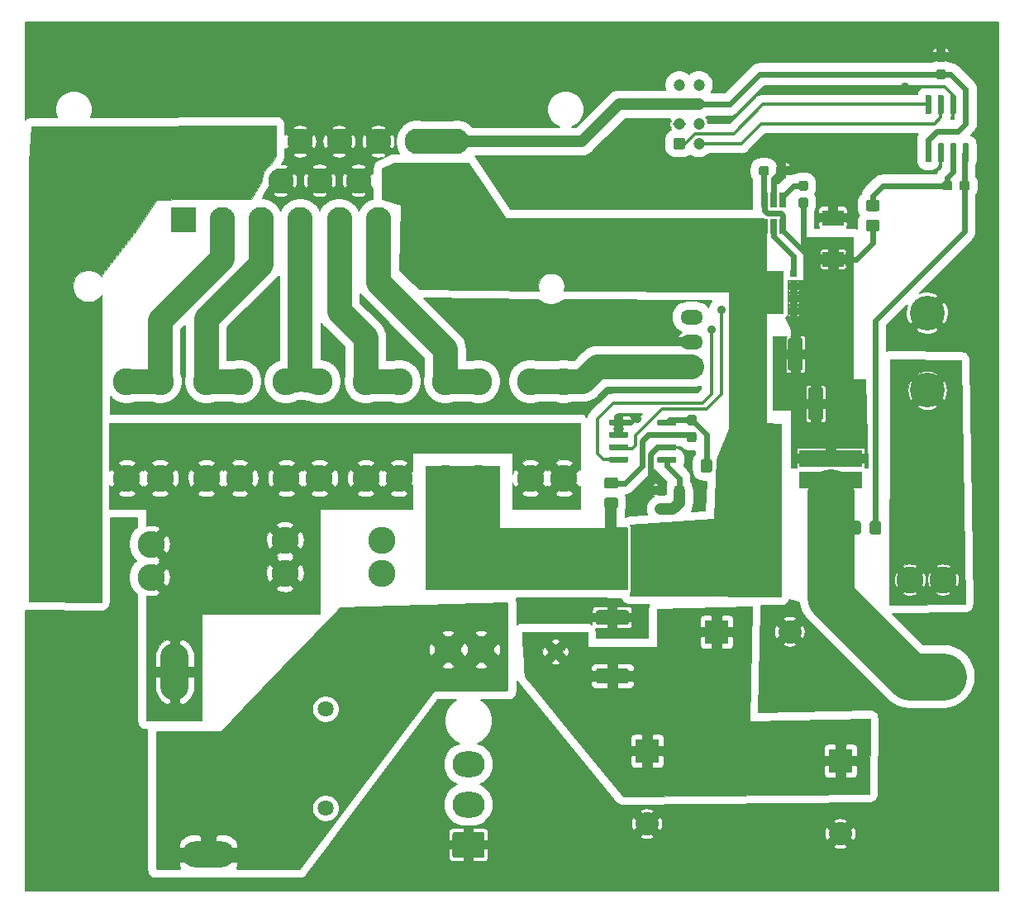
<source format=gbr>
G04 #@! TF.GenerationSoftware,KiCad,Pcbnew,5.1.5-52549c5~84~ubuntu18.04.1*
G04 #@! TF.CreationDate,2020-03-02T20:09:35-05:00*
G04 #@! TF.ProjectId,LV_Breakout,4c565f42-7265-4616-9b6f-75742e6b6963,rev?*
G04 #@! TF.SameCoordinates,Original*
G04 #@! TF.FileFunction,Copper,L1,Top*
G04 #@! TF.FilePolarity,Positive*
%FSLAX46Y46*%
G04 Gerber Fmt 4.6, Leading zero omitted, Abs format (unit mm)*
G04 Created by KiCad (PCBNEW 5.1.5-52549c5~84~ubuntu18.04.1) date 2020-03-02 20:09:35*
%MOMM*%
%LPD*%
G04 APERTURE LIST*
%ADD10C,3.556000*%
%ADD11R,1.755600X6.500000*%
%ADD12R,6.500000X1.755600*%
%ADD13C,2.625000*%
%ADD14R,2.625000X2.625000*%
%ADD15O,3.300000X2.640000*%
%ADD16C,0.100000*%
%ADD17C,1.200000*%
%ADD18R,0.650000X1.560000*%
%ADD19O,2.300000X1.500000*%
%ADD20R,2.300000X1.500000*%
%ADD21O,1.600000X1.600000*%
%ADD22C,1.600000*%
%ADD23R,4.350000X4.510000*%
%ADD24R,0.700000X0.700000*%
%ADD25C,1.635000*%
%ADD26O,2.925000X5.850000*%
%ADD27O,5.340000X2.670000*%
%ADD28C,2.780000*%
%ADD29R,2.179320X1.620520*%
%ADD30C,2.400000*%
%ADD31R,2.400000X2.400000*%
%ADD32C,2.800000*%
%ADD33C,0.900000*%
%ADD34C,2.540000*%
%ADD35C,1.200000*%
%ADD36C,0.625000*%
%ADD37C,0.360000*%
%ADD38C,4.800000*%
%ADD39C,0.050000*%
%ADD40C,0.200000*%
%ADD41C,0.254000*%
G04 APERTURE END LIST*
D10*
X201930000Y-54206000D03*
X201930000Y-62126000D03*
D11*
X172577801Y-79375000D03*
X170322199Y-79375000D03*
D12*
X192024000Y-71343602D03*
X192024000Y-69088000D03*
D13*
X153700000Y-36640000D03*
X149700000Y-36640000D03*
X145700000Y-36640000D03*
X141700000Y-36640000D03*
X137700000Y-36640000D03*
X133700000Y-36640000D03*
X129700000Y-36640000D03*
X125700000Y-36640000D03*
X151700000Y-40640000D03*
X147700000Y-40640000D03*
X143700000Y-40640000D03*
X139700000Y-40640000D03*
X135700000Y-40640000D03*
X131700000Y-40640000D03*
X127700000Y-40640000D03*
X153700000Y-44640000D03*
X149700000Y-44640000D03*
X145700000Y-44640000D03*
X141700000Y-44640000D03*
X137700000Y-44640000D03*
X133700000Y-44640000D03*
X129700000Y-44640000D03*
D14*
X125700000Y-44640000D03*
D15*
X154940000Y-100432000D03*
X154940000Y-104572000D03*
G04 #@! TA.AperFunction,ComponentPad*
D16*
G36*
X156364504Y-107393204D02*
G01*
X156388773Y-107396804D01*
X156412571Y-107402765D01*
X156435671Y-107411030D01*
X156457849Y-107421520D01*
X156478893Y-107434133D01*
X156498598Y-107448747D01*
X156516777Y-107465223D01*
X156533253Y-107483402D01*
X156547867Y-107503107D01*
X156560480Y-107524151D01*
X156570970Y-107546329D01*
X156579235Y-107569429D01*
X156585196Y-107593227D01*
X156588796Y-107617496D01*
X156590000Y-107642000D01*
X156590000Y-109782000D01*
X156588796Y-109806504D01*
X156585196Y-109830773D01*
X156579235Y-109854571D01*
X156570970Y-109877671D01*
X156560480Y-109899849D01*
X156547867Y-109920893D01*
X156533253Y-109940598D01*
X156516777Y-109958777D01*
X156498598Y-109975253D01*
X156478893Y-109989867D01*
X156457849Y-110002480D01*
X156435671Y-110012970D01*
X156412571Y-110021235D01*
X156388773Y-110027196D01*
X156364504Y-110030796D01*
X156340000Y-110032000D01*
X153540000Y-110032000D01*
X153515496Y-110030796D01*
X153491227Y-110027196D01*
X153467429Y-110021235D01*
X153444329Y-110012970D01*
X153422151Y-110002480D01*
X153401107Y-109989867D01*
X153381402Y-109975253D01*
X153363223Y-109958777D01*
X153346747Y-109940598D01*
X153332133Y-109920893D01*
X153319520Y-109899849D01*
X153309030Y-109877671D01*
X153300765Y-109854571D01*
X153294804Y-109830773D01*
X153291204Y-109806504D01*
X153290000Y-109782000D01*
X153290000Y-107642000D01*
X153291204Y-107617496D01*
X153294804Y-107593227D01*
X153300765Y-107569429D01*
X153309030Y-107546329D01*
X153319520Y-107524151D01*
X153332133Y-107503107D01*
X153346747Y-107483402D01*
X153363223Y-107465223D01*
X153381402Y-107448747D01*
X153401107Y-107434133D01*
X153422151Y-107421520D01*
X153444329Y-107411030D01*
X153467429Y-107402765D01*
X153491227Y-107396804D01*
X153515496Y-107393204D01*
X153540000Y-107392000D01*
X156340000Y-107392000D01*
X156364504Y-107393204D01*
G37*
G04 #@! TD.AperFunction*
G04 #@! TA.AperFunction,SMDPad,CuDef*
G36*
X203587779Y-27444144D02*
G01*
X203610834Y-27447563D01*
X203633443Y-27453227D01*
X203655387Y-27461079D01*
X203676457Y-27471044D01*
X203696448Y-27483026D01*
X203715168Y-27496910D01*
X203732438Y-27512562D01*
X203748090Y-27529832D01*
X203761974Y-27548552D01*
X203773956Y-27568543D01*
X203783921Y-27589613D01*
X203791773Y-27611557D01*
X203797437Y-27634166D01*
X203800856Y-27657221D01*
X203802000Y-27680500D01*
X203802000Y-28255500D01*
X203800856Y-28278779D01*
X203797437Y-28301834D01*
X203791773Y-28324443D01*
X203783921Y-28346387D01*
X203773956Y-28367457D01*
X203761974Y-28387448D01*
X203748090Y-28406168D01*
X203732438Y-28423438D01*
X203715168Y-28439090D01*
X203696448Y-28452974D01*
X203676457Y-28464956D01*
X203655387Y-28474921D01*
X203633443Y-28482773D01*
X203610834Y-28488437D01*
X203587779Y-28491856D01*
X203564500Y-28493000D01*
X203089500Y-28493000D01*
X203066221Y-28491856D01*
X203043166Y-28488437D01*
X203020557Y-28482773D01*
X202998613Y-28474921D01*
X202977543Y-28464956D01*
X202957552Y-28452974D01*
X202938832Y-28439090D01*
X202921562Y-28423438D01*
X202905910Y-28406168D01*
X202892026Y-28387448D01*
X202880044Y-28367457D01*
X202870079Y-28346387D01*
X202862227Y-28324443D01*
X202856563Y-28301834D01*
X202853144Y-28278779D01*
X202852000Y-28255500D01*
X202852000Y-27680500D01*
X202853144Y-27657221D01*
X202856563Y-27634166D01*
X202862227Y-27611557D01*
X202870079Y-27589613D01*
X202880044Y-27568543D01*
X202892026Y-27548552D01*
X202905910Y-27529832D01*
X202921562Y-27512562D01*
X202938832Y-27496910D01*
X202957552Y-27483026D01*
X202977543Y-27471044D01*
X202998613Y-27461079D01*
X203020557Y-27453227D01*
X203043166Y-27447563D01*
X203066221Y-27444144D01*
X203089500Y-27443000D01*
X203564500Y-27443000D01*
X203587779Y-27444144D01*
G37*
G04 #@! TD.AperFunction*
G04 #@! TA.AperFunction,SMDPad,CuDef*
G36*
X203587779Y-29194144D02*
G01*
X203610834Y-29197563D01*
X203633443Y-29203227D01*
X203655387Y-29211079D01*
X203676457Y-29221044D01*
X203696448Y-29233026D01*
X203715168Y-29246910D01*
X203732438Y-29262562D01*
X203748090Y-29279832D01*
X203761974Y-29298552D01*
X203773956Y-29318543D01*
X203783921Y-29339613D01*
X203791773Y-29361557D01*
X203797437Y-29384166D01*
X203800856Y-29407221D01*
X203802000Y-29430500D01*
X203802000Y-30005500D01*
X203800856Y-30028779D01*
X203797437Y-30051834D01*
X203791773Y-30074443D01*
X203783921Y-30096387D01*
X203773956Y-30117457D01*
X203761974Y-30137448D01*
X203748090Y-30156168D01*
X203732438Y-30173438D01*
X203715168Y-30189090D01*
X203696448Y-30202974D01*
X203676457Y-30214956D01*
X203655387Y-30224921D01*
X203633443Y-30232773D01*
X203610834Y-30238437D01*
X203587779Y-30241856D01*
X203564500Y-30243000D01*
X203089500Y-30243000D01*
X203066221Y-30241856D01*
X203043166Y-30238437D01*
X203020557Y-30232773D01*
X202998613Y-30224921D01*
X202977543Y-30214956D01*
X202957552Y-30202974D01*
X202938832Y-30189090D01*
X202921562Y-30173438D01*
X202905910Y-30156168D01*
X202892026Y-30137448D01*
X202880044Y-30117457D01*
X202870079Y-30096387D01*
X202862227Y-30074443D01*
X202856563Y-30051834D01*
X202853144Y-30028779D01*
X202852000Y-30005500D01*
X202852000Y-29430500D01*
X202853144Y-29407221D01*
X202856563Y-29384166D01*
X202862227Y-29361557D01*
X202870079Y-29339613D01*
X202880044Y-29318543D01*
X202892026Y-29298552D01*
X202905910Y-29279832D01*
X202921562Y-29262562D01*
X202938832Y-29246910D01*
X202957552Y-29233026D01*
X202977543Y-29221044D01*
X202998613Y-29211079D01*
X203020557Y-29203227D01*
X203043166Y-29197563D01*
X203066221Y-29194144D01*
X203089500Y-29193000D01*
X203564500Y-29193000D01*
X203587779Y-29194144D01*
G37*
G04 #@! TD.AperFunction*
D17*
X178530000Y-30830000D03*
X178530000Y-32830000D03*
X178530000Y-34830000D03*
X178530000Y-36830000D03*
X176530000Y-30830000D03*
X176530000Y-32830000D03*
X176530000Y-34830000D03*
G04 #@! TA.AperFunction,ComponentPad*
D16*
G36*
X176904505Y-36231204D02*
G01*
X176928773Y-36234804D01*
X176952572Y-36240765D01*
X176975671Y-36249030D01*
X176997850Y-36259520D01*
X177018893Y-36272132D01*
X177038599Y-36286747D01*
X177056777Y-36303223D01*
X177073253Y-36321401D01*
X177087868Y-36341107D01*
X177100480Y-36362150D01*
X177110970Y-36384329D01*
X177119235Y-36407428D01*
X177125196Y-36431227D01*
X177128796Y-36455495D01*
X177130000Y-36479999D01*
X177130000Y-37180001D01*
X177128796Y-37204505D01*
X177125196Y-37228773D01*
X177119235Y-37252572D01*
X177110970Y-37275671D01*
X177100480Y-37297850D01*
X177087868Y-37318893D01*
X177073253Y-37338599D01*
X177056777Y-37356777D01*
X177038599Y-37373253D01*
X177018893Y-37387868D01*
X176997850Y-37400480D01*
X176975671Y-37410970D01*
X176952572Y-37419235D01*
X176928773Y-37425196D01*
X176904505Y-37428796D01*
X176880001Y-37430000D01*
X176179999Y-37430000D01*
X176155495Y-37428796D01*
X176131227Y-37425196D01*
X176107428Y-37419235D01*
X176084329Y-37410970D01*
X176062150Y-37400480D01*
X176041107Y-37387868D01*
X176021401Y-37373253D01*
X176003223Y-37356777D01*
X175986747Y-37338599D01*
X175972132Y-37318893D01*
X175959520Y-37297850D01*
X175949030Y-37275671D01*
X175940765Y-37252572D01*
X175934804Y-37228773D01*
X175931204Y-37204505D01*
X175930000Y-37180001D01*
X175930000Y-36479999D01*
X175931204Y-36455495D01*
X175934804Y-36431227D01*
X175940765Y-36407428D01*
X175949030Y-36384329D01*
X175959520Y-36362150D01*
X175972132Y-36341107D01*
X175986747Y-36321401D01*
X176003223Y-36303223D01*
X176021401Y-36286747D01*
X176041107Y-36272132D01*
X176062150Y-36259520D01*
X176084329Y-36249030D01*
X176107428Y-36240765D01*
X176131227Y-36234804D01*
X176155495Y-36231204D01*
X176179999Y-36230000D01*
X176880001Y-36230000D01*
X176904505Y-36231204D01*
G37*
G04 #@! TD.AperFunction*
G04 #@! TA.AperFunction,SMDPad,CuDef*
G36*
X175090779Y-71916144D02*
G01*
X175113834Y-71919563D01*
X175136443Y-71925227D01*
X175158387Y-71933079D01*
X175179457Y-71943044D01*
X175199448Y-71955026D01*
X175218168Y-71968910D01*
X175235438Y-71984562D01*
X175251090Y-72001832D01*
X175264974Y-72020552D01*
X175276956Y-72040543D01*
X175286921Y-72061613D01*
X175294773Y-72083557D01*
X175300437Y-72106166D01*
X175303856Y-72129221D01*
X175305000Y-72152500D01*
X175305000Y-72627500D01*
X175303856Y-72650779D01*
X175300437Y-72673834D01*
X175294773Y-72696443D01*
X175286921Y-72718387D01*
X175276956Y-72739457D01*
X175264974Y-72759448D01*
X175251090Y-72778168D01*
X175235438Y-72795438D01*
X175218168Y-72811090D01*
X175199448Y-72824974D01*
X175179457Y-72836956D01*
X175158387Y-72846921D01*
X175136443Y-72854773D01*
X175113834Y-72860437D01*
X175090779Y-72863856D01*
X175067500Y-72865000D01*
X174492500Y-72865000D01*
X174469221Y-72863856D01*
X174446166Y-72860437D01*
X174423557Y-72854773D01*
X174401613Y-72846921D01*
X174380543Y-72836956D01*
X174360552Y-72824974D01*
X174341832Y-72811090D01*
X174324562Y-72795438D01*
X174308910Y-72778168D01*
X174295026Y-72759448D01*
X174283044Y-72739457D01*
X174273079Y-72718387D01*
X174265227Y-72696443D01*
X174259563Y-72673834D01*
X174256144Y-72650779D01*
X174255000Y-72627500D01*
X174255000Y-72152500D01*
X174256144Y-72129221D01*
X174259563Y-72106166D01*
X174265227Y-72083557D01*
X174273079Y-72061613D01*
X174283044Y-72040543D01*
X174295026Y-72020552D01*
X174308910Y-72001832D01*
X174324562Y-71984562D01*
X174341832Y-71968910D01*
X174360552Y-71955026D01*
X174380543Y-71943044D01*
X174401613Y-71933079D01*
X174423557Y-71925227D01*
X174446166Y-71919563D01*
X174469221Y-71916144D01*
X174492500Y-71915000D01*
X175067500Y-71915000D01*
X175090779Y-71916144D01*
G37*
G04 #@! TD.AperFunction*
G04 #@! TA.AperFunction,SMDPad,CuDef*
G36*
X176840779Y-71916144D02*
G01*
X176863834Y-71919563D01*
X176886443Y-71925227D01*
X176908387Y-71933079D01*
X176929457Y-71943044D01*
X176949448Y-71955026D01*
X176968168Y-71968910D01*
X176985438Y-71984562D01*
X177001090Y-72001832D01*
X177014974Y-72020552D01*
X177026956Y-72040543D01*
X177036921Y-72061613D01*
X177044773Y-72083557D01*
X177050437Y-72106166D01*
X177053856Y-72129221D01*
X177055000Y-72152500D01*
X177055000Y-72627500D01*
X177053856Y-72650779D01*
X177050437Y-72673834D01*
X177044773Y-72696443D01*
X177036921Y-72718387D01*
X177026956Y-72739457D01*
X177014974Y-72759448D01*
X177001090Y-72778168D01*
X176985438Y-72795438D01*
X176968168Y-72811090D01*
X176949448Y-72824974D01*
X176929457Y-72836956D01*
X176908387Y-72846921D01*
X176886443Y-72854773D01*
X176863834Y-72860437D01*
X176840779Y-72863856D01*
X176817500Y-72865000D01*
X176242500Y-72865000D01*
X176219221Y-72863856D01*
X176196166Y-72860437D01*
X176173557Y-72854773D01*
X176151613Y-72846921D01*
X176130543Y-72836956D01*
X176110552Y-72824974D01*
X176091832Y-72811090D01*
X176074562Y-72795438D01*
X176058910Y-72778168D01*
X176045026Y-72759448D01*
X176033044Y-72739457D01*
X176023079Y-72718387D01*
X176015227Y-72696443D01*
X176009563Y-72673834D01*
X176006144Y-72650779D01*
X176005000Y-72627500D01*
X176005000Y-72152500D01*
X176006144Y-72129221D01*
X176009563Y-72106166D01*
X176015227Y-72083557D01*
X176023079Y-72061613D01*
X176033044Y-72040543D01*
X176045026Y-72020552D01*
X176058910Y-72001832D01*
X176074562Y-71984562D01*
X176091832Y-71968910D01*
X176110552Y-71955026D01*
X176130543Y-71943044D01*
X176151613Y-71933079D01*
X176173557Y-71925227D01*
X176196166Y-71919563D01*
X176219221Y-71916144D01*
X176242500Y-71915000D01*
X176817500Y-71915000D01*
X176840779Y-71916144D01*
G37*
G04 #@! TD.AperFunction*
G04 #@! TA.AperFunction,SMDPad,CuDef*
G36*
X176099703Y-65105722D02*
G01*
X176114264Y-65107882D01*
X176128543Y-65111459D01*
X176142403Y-65116418D01*
X176155710Y-65122712D01*
X176168336Y-65130280D01*
X176180159Y-65139048D01*
X176191066Y-65148934D01*
X176200952Y-65159841D01*
X176209720Y-65171664D01*
X176217288Y-65184290D01*
X176223582Y-65197597D01*
X176228541Y-65211457D01*
X176232118Y-65225736D01*
X176234278Y-65240297D01*
X176235000Y-65255000D01*
X176235000Y-65555000D01*
X176234278Y-65569703D01*
X176232118Y-65584264D01*
X176228541Y-65598543D01*
X176223582Y-65612403D01*
X176217288Y-65625710D01*
X176209720Y-65638336D01*
X176200952Y-65650159D01*
X176191066Y-65661066D01*
X176180159Y-65670952D01*
X176168336Y-65679720D01*
X176155710Y-65687288D01*
X176142403Y-65693582D01*
X176128543Y-65698541D01*
X176114264Y-65702118D01*
X176099703Y-65704278D01*
X176085000Y-65705000D01*
X174435000Y-65705000D01*
X174420297Y-65704278D01*
X174405736Y-65702118D01*
X174391457Y-65698541D01*
X174377597Y-65693582D01*
X174364290Y-65687288D01*
X174351664Y-65679720D01*
X174339841Y-65670952D01*
X174328934Y-65661066D01*
X174319048Y-65650159D01*
X174310280Y-65638336D01*
X174302712Y-65625710D01*
X174296418Y-65612403D01*
X174291459Y-65598543D01*
X174287882Y-65584264D01*
X174285722Y-65569703D01*
X174285000Y-65555000D01*
X174285000Y-65255000D01*
X174285722Y-65240297D01*
X174287882Y-65225736D01*
X174291459Y-65211457D01*
X174296418Y-65197597D01*
X174302712Y-65184290D01*
X174310280Y-65171664D01*
X174319048Y-65159841D01*
X174328934Y-65148934D01*
X174339841Y-65139048D01*
X174351664Y-65130280D01*
X174364290Y-65122712D01*
X174377597Y-65116418D01*
X174391457Y-65111459D01*
X174405736Y-65107882D01*
X174420297Y-65105722D01*
X174435000Y-65105000D01*
X176085000Y-65105000D01*
X176099703Y-65105722D01*
G37*
G04 #@! TD.AperFunction*
G04 #@! TA.AperFunction,SMDPad,CuDef*
G36*
X176099703Y-66375722D02*
G01*
X176114264Y-66377882D01*
X176128543Y-66381459D01*
X176142403Y-66386418D01*
X176155710Y-66392712D01*
X176168336Y-66400280D01*
X176180159Y-66409048D01*
X176191066Y-66418934D01*
X176200952Y-66429841D01*
X176209720Y-66441664D01*
X176217288Y-66454290D01*
X176223582Y-66467597D01*
X176228541Y-66481457D01*
X176232118Y-66495736D01*
X176234278Y-66510297D01*
X176235000Y-66525000D01*
X176235000Y-66825000D01*
X176234278Y-66839703D01*
X176232118Y-66854264D01*
X176228541Y-66868543D01*
X176223582Y-66882403D01*
X176217288Y-66895710D01*
X176209720Y-66908336D01*
X176200952Y-66920159D01*
X176191066Y-66931066D01*
X176180159Y-66940952D01*
X176168336Y-66949720D01*
X176155710Y-66957288D01*
X176142403Y-66963582D01*
X176128543Y-66968541D01*
X176114264Y-66972118D01*
X176099703Y-66974278D01*
X176085000Y-66975000D01*
X174435000Y-66975000D01*
X174420297Y-66974278D01*
X174405736Y-66972118D01*
X174391457Y-66968541D01*
X174377597Y-66963582D01*
X174364290Y-66957288D01*
X174351664Y-66949720D01*
X174339841Y-66940952D01*
X174328934Y-66931066D01*
X174319048Y-66920159D01*
X174310280Y-66908336D01*
X174302712Y-66895710D01*
X174296418Y-66882403D01*
X174291459Y-66868543D01*
X174287882Y-66854264D01*
X174285722Y-66839703D01*
X174285000Y-66825000D01*
X174285000Y-66525000D01*
X174285722Y-66510297D01*
X174287882Y-66495736D01*
X174291459Y-66481457D01*
X174296418Y-66467597D01*
X174302712Y-66454290D01*
X174310280Y-66441664D01*
X174319048Y-66429841D01*
X174328934Y-66418934D01*
X174339841Y-66409048D01*
X174351664Y-66400280D01*
X174364290Y-66392712D01*
X174377597Y-66386418D01*
X174391457Y-66381459D01*
X174405736Y-66377882D01*
X174420297Y-66375722D01*
X174435000Y-66375000D01*
X176085000Y-66375000D01*
X176099703Y-66375722D01*
G37*
G04 #@! TD.AperFunction*
G04 #@! TA.AperFunction,SMDPad,CuDef*
G36*
X176099703Y-67645722D02*
G01*
X176114264Y-67647882D01*
X176128543Y-67651459D01*
X176142403Y-67656418D01*
X176155710Y-67662712D01*
X176168336Y-67670280D01*
X176180159Y-67679048D01*
X176191066Y-67688934D01*
X176200952Y-67699841D01*
X176209720Y-67711664D01*
X176217288Y-67724290D01*
X176223582Y-67737597D01*
X176228541Y-67751457D01*
X176232118Y-67765736D01*
X176234278Y-67780297D01*
X176235000Y-67795000D01*
X176235000Y-68095000D01*
X176234278Y-68109703D01*
X176232118Y-68124264D01*
X176228541Y-68138543D01*
X176223582Y-68152403D01*
X176217288Y-68165710D01*
X176209720Y-68178336D01*
X176200952Y-68190159D01*
X176191066Y-68201066D01*
X176180159Y-68210952D01*
X176168336Y-68219720D01*
X176155710Y-68227288D01*
X176142403Y-68233582D01*
X176128543Y-68238541D01*
X176114264Y-68242118D01*
X176099703Y-68244278D01*
X176085000Y-68245000D01*
X174435000Y-68245000D01*
X174420297Y-68244278D01*
X174405736Y-68242118D01*
X174391457Y-68238541D01*
X174377597Y-68233582D01*
X174364290Y-68227288D01*
X174351664Y-68219720D01*
X174339841Y-68210952D01*
X174328934Y-68201066D01*
X174319048Y-68190159D01*
X174310280Y-68178336D01*
X174302712Y-68165710D01*
X174296418Y-68152403D01*
X174291459Y-68138543D01*
X174287882Y-68124264D01*
X174285722Y-68109703D01*
X174285000Y-68095000D01*
X174285000Y-67795000D01*
X174285722Y-67780297D01*
X174287882Y-67765736D01*
X174291459Y-67751457D01*
X174296418Y-67737597D01*
X174302712Y-67724290D01*
X174310280Y-67711664D01*
X174319048Y-67699841D01*
X174328934Y-67688934D01*
X174339841Y-67679048D01*
X174351664Y-67670280D01*
X174364290Y-67662712D01*
X174377597Y-67656418D01*
X174391457Y-67651459D01*
X174405736Y-67647882D01*
X174420297Y-67645722D01*
X174435000Y-67645000D01*
X176085000Y-67645000D01*
X176099703Y-67645722D01*
G37*
G04 #@! TD.AperFunction*
G04 #@! TA.AperFunction,SMDPad,CuDef*
G36*
X176099703Y-68915722D02*
G01*
X176114264Y-68917882D01*
X176128543Y-68921459D01*
X176142403Y-68926418D01*
X176155710Y-68932712D01*
X176168336Y-68940280D01*
X176180159Y-68949048D01*
X176191066Y-68958934D01*
X176200952Y-68969841D01*
X176209720Y-68981664D01*
X176217288Y-68994290D01*
X176223582Y-69007597D01*
X176228541Y-69021457D01*
X176232118Y-69035736D01*
X176234278Y-69050297D01*
X176235000Y-69065000D01*
X176235000Y-69365000D01*
X176234278Y-69379703D01*
X176232118Y-69394264D01*
X176228541Y-69408543D01*
X176223582Y-69422403D01*
X176217288Y-69435710D01*
X176209720Y-69448336D01*
X176200952Y-69460159D01*
X176191066Y-69471066D01*
X176180159Y-69480952D01*
X176168336Y-69489720D01*
X176155710Y-69497288D01*
X176142403Y-69503582D01*
X176128543Y-69508541D01*
X176114264Y-69512118D01*
X176099703Y-69514278D01*
X176085000Y-69515000D01*
X174435000Y-69515000D01*
X174420297Y-69514278D01*
X174405736Y-69512118D01*
X174391457Y-69508541D01*
X174377597Y-69503582D01*
X174364290Y-69497288D01*
X174351664Y-69489720D01*
X174339841Y-69480952D01*
X174328934Y-69471066D01*
X174319048Y-69460159D01*
X174310280Y-69448336D01*
X174302712Y-69435710D01*
X174296418Y-69422403D01*
X174291459Y-69408543D01*
X174287882Y-69394264D01*
X174285722Y-69379703D01*
X174285000Y-69365000D01*
X174285000Y-69065000D01*
X174285722Y-69050297D01*
X174287882Y-69035736D01*
X174291459Y-69021457D01*
X174296418Y-69007597D01*
X174302712Y-68994290D01*
X174310280Y-68981664D01*
X174319048Y-68969841D01*
X174328934Y-68958934D01*
X174339841Y-68949048D01*
X174351664Y-68940280D01*
X174364290Y-68932712D01*
X174377597Y-68926418D01*
X174391457Y-68921459D01*
X174405736Y-68917882D01*
X174420297Y-68915722D01*
X174435000Y-68915000D01*
X176085000Y-68915000D01*
X176099703Y-68915722D01*
G37*
G04 #@! TD.AperFunction*
G04 #@! TA.AperFunction,SMDPad,CuDef*
G36*
X171149703Y-68915722D02*
G01*
X171164264Y-68917882D01*
X171178543Y-68921459D01*
X171192403Y-68926418D01*
X171205710Y-68932712D01*
X171218336Y-68940280D01*
X171230159Y-68949048D01*
X171241066Y-68958934D01*
X171250952Y-68969841D01*
X171259720Y-68981664D01*
X171267288Y-68994290D01*
X171273582Y-69007597D01*
X171278541Y-69021457D01*
X171282118Y-69035736D01*
X171284278Y-69050297D01*
X171285000Y-69065000D01*
X171285000Y-69365000D01*
X171284278Y-69379703D01*
X171282118Y-69394264D01*
X171278541Y-69408543D01*
X171273582Y-69422403D01*
X171267288Y-69435710D01*
X171259720Y-69448336D01*
X171250952Y-69460159D01*
X171241066Y-69471066D01*
X171230159Y-69480952D01*
X171218336Y-69489720D01*
X171205710Y-69497288D01*
X171192403Y-69503582D01*
X171178543Y-69508541D01*
X171164264Y-69512118D01*
X171149703Y-69514278D01*
X171135000Y-69515000D01*
X169485000Y-69515000D01*
X169470297Y-69514278D01*
X169455736Y-69512118D01*
X169441457Y-69508541D01*
X169427597Y-69503582D01*
X169414290Y-69497288D01*
X169401664Y-69489720D01*
X169389841Y-69480952D01*
X169378934Y-69471066D01*
X169369048Y-69460159D01*
X169360280Y-69448336D01*
X169352712Y-69435710D01*
X169346418Y-69422403D01*
X169341459Y-69408543D01*
X169337882Y-69394264D01*
X169335722Y-69379703D01*
X169335000Y-69365000D01*
X169335000Y-69065000D01*
X169335722Y-69050297D01*
X169337882Y-69035736D01*
X169341459Y-69021457D01*
X169346418Y-69007597D01*
X169352712Y-68994290D01*
X169360280Y-68981664D01*
X169369048Y-68969841D01*
X169378934Y-68958934D01*
X169389841Y-68949048D01*
X169401664Y-68940280D01*
X169414290Y-68932712D01*
X169427597Y-68926418D01*
X169441457Y-68921459D01*
X169455736Y-68917882D01*
X169470297Y-68915722D01*
X169485000Y-68915000D01*
X171135000Y-68915000D01*
X171149703Y-68915722D01*
G37*
G04 #@! TD.AperFunction*
G04 #@! TA.AperFunction,SMDPad,CuDef*
G36*
X171149703Y-67645722D02*
G01*
X171164264Y-67647882D01*
X171178543Y-67651459D01*
X171192403Y-67656418D01*
X171205710Y-67662712D01*
X171218336Y-67670280D01*
X171230159Y-67679048D01*
X171241066Y-67688934D01*
X171250952Y-67699841D01*
X171259720Y-67711664D01*
X171267288Y-67724290D01*
X171273582Y-67737597D01*
X171278541Y-67751457D01*
X171282118Y-67765736D01*
X171284278Y-67780297D01*
X171285000Y-67795000D01*
X171285000Y-68095000D01*
X171284278Y-68109703D01*
X171282118Y-68124264D01*
X171278541Y-68138543D01*
X171273582Y-68152403D01*
X171267288Y-68165710D01*
X171259720Y-68178336D01*
X171250952Y-68190159D01*
X171241066Y-68201066D01*
X171230159Y-68210952D01*
X171218336Y-68219720D01*
X171205710Y-68227288D01*
X171192403Y-68233582D01*
X171178543Y-68238541D01*
X171164264Y-68242118D01*
X171149703Y-68244278D01*
X171135000Y-68245000D01*
X169485000Y-68245000D01*
X169470297Y-68244278D01*
X169455736Y-68242118D01*
X169441457Y-68238541D01*
X169427597Y-68233582D01*
X169414290Y-68227288D01*
X169401664Y-68219720D01*
X169389841Y-68210952D01*
X169378934Y-68201066D01*
X169369048Y-68190159D01*
X169360280Y-68178336D01*
X169352712Y-68165710D01*
X169346418Y-68152403D01*
X169341459Y-68138543D01*
X169337882Y-68124264D01*
X169335722Y-68109703D01*
X169335000Y-68095000D01*
X169335000Y-67795000D01*
X169335722Y-67780297D01*
X169337882Y-67765736D01*
X169341459Y-67751457D01*
X169346418Y-67737597D01*
X169352712Y-67724290D01*
X169360280Y-67711664D01*
X169369048Y-67699841D01*
X169378934Y-67688934D01*
X169389841Y-67679048D01*
X169401664Y-67670280D01*
X169414290Y-67662712D01*
X169427597Y-67656418D01*
X169441457Y-67651459D01*
X169455736Y-67647882D01*
X169470297Y-67645722D01*
X169485000Y-67645000D01*
X171135000Y-67645000D01*
X171149703Y-67645722D01*
G37*
G04 #@! TD.AperFunction*
G04 #@! TA.AperFunction,SMDPad,CuDef*
G36*
X171149703Y-66375722D02*
G01*
X171164264Y-66377882D01*
X171178543Y-66381459D01*
X171192403Y-66386418D01*
X171205710Y-66392712D01*
X171218336Y-66400280D01*
X171230159Y-66409048D01*
X171241066Y-66418934D01*
X171250952Y-66429841D01*
X171259720Y-66441664D01*
X171267288Y-66454290D01*
X171273582Y-66467597D01*
X171278541Y-66481457D01*
X171282118Y-66495736D01*
X171284278Y-66510297D01*
X171285000Y-66525000D01*
X171285000Y-66825000D01*
X171284278Y-66839703D01*
X171282118Y-66854264D01*
X171278541Y-66868543D01*
X171273582Y-66882403D01*
X171267288Y-66895710D01*
X171259720Y-66908336D01*
X171250952Y-66920159D01*
X171241066Y-66931066D01*
X171230159Y-66940952D01*
X171218336Y-66949720D01*
X171205710Y-66957288D01*
X171192403Y-66963582D01*
X171178543Y-66968541D01*
X171164264Y-66972118D01*
X171149703Y-66974278D01*
X171135000Y-66975000D01*
X169485000Y-66975000D01*
X169470297Y-66974278D01*
X169455736Y-66972118D01*
X169441457Y-66968541D01*
X169427597Y-66963582D01*
X169414290Y-66957288D01*
X169401664Y-66949720D01*
X169389841Y-66940952D01*
X169378934Y-66931066D01*
X169369048Y-66920159D01*
X169360280Y-66908336D01*
X169352712Y-66895710D01*
X169346418Y-66882403D01*
X169341459Y-66868543D01*
X169337882Y-66854264D01*
X169335722Y-66839703D01*
X169335000Y-66825000D01*
X169335000Y-66525000D01*
X169335722Y-66510297D01*
X169337882Y-66495736D01*
X169341459Y-66481457D01*
X169346418Y-66467597D01*
X169352712Y-66454290D01*
X169360280Y-66441664D01*
X169369048Y-66429841D01*
X169378934Y-66418934D01*
X169389841Y-66409048D01*
X169401664Y-66400280D01*
X169414290Y-66392712D01*
X169427597Y-66386418D01*
X169441457Y-66381459D01*
X169455736Y-66377882D01*
X169470297Y-66375722D01*
X169485000Y-66375000D01*
X171135000Y-66375000D01*
X171149703Y-66375722D01*
G37*
G04 #@! TD.AperFunction*
G04 #@! TA.AperFunction,SMDPad,CuDef*
G36*
X171149703Y-65105722D02*
G01*
X171164264Y-65107882D01*
X171178543Y-65111459D01*
X171192403Y-65116418D01*
X171205710Y-65122712D01*
X171218336Y-65130280D01*
X171230159Y-65139048D01*
X171241066Y-65148934D01*
X171250952Y-65159841D01*
X171259720Y-65171664D01*
X171267288Y-65184290D01*
X171273582Y-65197597D01*
X171278541Y-65211457D01*
X171282118Y-65225736D01*
X171284278Y-65240297D01*
X171285000Y-65255000D01*
X171285000Y-65555000D01*
X171284278Y-65569703D01*
X171282118Y-65584264D01*
X171278541Y-65598543D01*
X171273582Y-65612403D01*
X171267288Y-65625710D01*
X171259720Y-65638336D01*
X171250952Y-65650159D01*
X171241066Y-65661066D01*
X171230159Y-65670952D01*
X171218336Y-65679720D01*
X171205710Y-65687288D01*
X171192403Y-65693582D01*
X171178543Y-65698541D01*
X171164264Y-65702118D01*
X171149703Y-65704278D01*
X171135000Y-65705000D01*
X169485000Y-65705000D01*
X169470297Y-65704278D01*
X169455736Y-65702118D01*
X169441457Y-65698541D01*
X169427597Y-65693582D01*
X169414290Y-65687288D01*
X169401664Y-65679720D01*
X169389841Y-65670952D01*
X169378934Y-65661066D01*
X169369048Y-65650159D01*
X169360280Y-65638336D01*
X169352712Y-65625710D01*
X169346418Y-65612403D01*
X169341459Y-65598543D01*
X169337882Y-65584264D01*
X169335722Y-65569703D01*
X169335000Y-65555000D01*
X169335000Y-65255000D01*
X169335722Y-65240297D01*
X169337882Y-65225736D01*
X169341459Y-65211457D01*
X169346418Y-65197597D01*
X169352712Y-65184290D01*
X169360280Y-65171664D01*
X169369048Y-65159841D01*
X169378934Y-65148934D01*
X169389841Y-65139048D01*
X169401664Y-65130280D01*
X169414290Y-65122712D01*
X169427597Y-65116418D01*
X169441457Y-65111459D01*
X169455736Y-65107882D01*
X169470297Y-65105722D01*
X169485000Y-65105000D01*
X171135000Y-65105000D01*
X171149703Y-65105722D01*
G37*
G04 #@! TD.AperFunction*
G04 #@! TA.AperFunction,SMDPad,CuDef*
G36*
X206031703Y-36806722D02*
G01*
X206046264Y-36808882D01*
X206060543Y-36812459D01*
X206074403Y-36817418D01*
X206087710Y-36823712D01*
X206100336Y-36831280D01*
X206112159Y-36840048D01*
X206123066Y-36849934D01*
X206132952Y-36860841D01*
X206141720Y-36872664D01*
X206149288Y-36885290D01*
X206155582Y-36898597D01*
X206160541Y-36912457D01*
X206164118Y-36926736D01*
X206166278Y-36941297D01*
X206167000Y-36956000D01*
X206167000Y-38606000D01*
X206166278Y-38620703D01*
X206164118Y-38635264D01*
X206160541Y-38649543D01*
X206155582Y-38663403D01*
X206149288Y-38676710D01*
X206141720Y-38689336D01*
X206132952Y-38701159D01*
X206123066Y-38712066D01*
X206112159Y-38721952D01*
X206100336Y-38730720D01*
X206087710Y-38738288D01*
X206074403Y-38744582D01*
X206060543Y-38749541D01*
X206046264Y-38753118D01*
X206031703Y-38755278D01*
X206017000Y-38756000D01*
X205717000Y-38756000D01*
X205702297Y-38755278D01*
X205687736Y-38753118D01*
X205673457Y-38749541D01*
X205659597Y-38744582D01*
X205646290Y-38738288D01*
X205633664Y-38730720D01*
X205621841Y-38721952D01*
X205610934Y-38712066D01*
X205601048Y-38701159D01*
X205592280Y-38689336D01*
X205584712Y-38676710D01*
X205578418Y-38663403D01*
X205573459Y-38649543D01*
X205569882Y-38635264D01*
X205567722Y-38620703D01*
X205567000Y-38606000D01*
X205567000Y-36956000D01*
X205567722Y-36941297D01*
X205569882Y-36926736D01*
X205573459Y-36912457D01*
X205578418Y-36898597D01*
X205584712Y-36885290D01*
X205592280Y-36872664D01*
X205601048Y-36860841D01*
X205610934Y-36849934D01*
X205621841Y-36840048D01*
X205633664Y-36831280D01*
X205646290Y-36823712D01*
X205659597Y-36817418D01*
X205673457Y-36812459D01*
X205687736Y-36808882D01*
X205702297Y-36806722D01*
X205717000Y-36806000D01*
X206017000Y-36806000D01*
X206031703Y-36806722D01*
G37*
G04 #@! TD.AperFunction*
G04 #@! TA.AperFunction,SMDPad,CuDef*
G36*
X204761703Y-36806722D02*
G01*
X204776264Y-36808882D01*
X204790543Y-36812459D01*
X204804403Y-36817418D01*
X204817710Y-36823712D01*
X204830336Y-36831280D01*
X204842159Y-36840048D01*
X204853066Y-36849934D01*
X204862952Y-36860841D01*
X204871720Y-36872664D01*
X204879288Y-36885290D01*
X204885582Y-36898597D01*
X204890541Y-36912457D01*
X204894118Y-36926736D01*
X204896278Y-36941297D01*
X204897000Y-36956000D01*
X204897000Y-38606000D01*
X204896278Y-38620703D01*
X204894118Y-38635264D01*
X204890541Y-38649543D01*
X204885582Y-38663403D01*
X204879288Y-38676710D01*
X204871720Y-38689336D01*
X204862952Y-38701159D01*
X204853066Y-38712066D01*
X204842159Y-38721952D01*
X204830336Y-38730720D01*
X204817710Y-38738288D01*
X204804403Y-38744582D01*
X204790543Y-38749541D01*
X204776264Y-38753118D01*
X204761703Y-38755278D01*
X204747000Y-38756000D01*
X204447000Y-38756000D01*
X204432297Y-38755278D01*
X204417736Y-38753118D01*
X204403457Y-38749541D01*
X204389597Y-38744582D01*
X204376290Y-38738288D01*
X204363664Y-38730720D01*
X204351841Y-38721952D01*
X204340934Y-38712066D01*
X204331048Y-38701159D01*
X204322280Y-38689336D01*
X204314712Y-38676710D01*
X204308418Y-38663403D01*
X204303459Y-38649543D01*
X204299882Y-38635264D01*
X204297722Y-38620703D01*
X204297000Y-38606000D01*
X204297000Y-36956000D01*
X204297722Y-36941297D01*
X204299882Y-36926736D01*
X204303459Y-36912457D01*
X204308418Y-36898597D01*
X204314712Y-36885290D01*
X204322280Y-36872664D01*
X204331048Y-36860841D01*
X204340934Y-36849934D01*
X204351841Y-36840048D01*
X204363664Y-36831280D01*
X204376290Y-36823712D01*
X204389597Y-36817418D01*
X204403457Y-36812459D01*
X204417736Y-36808882D01*
X204432297Y-36806722D01*
X204447000Y-36806000D01*
X204747000Y-36806000D01*
X204761703Y-36806722D01*
G37*
G04 #@! TD.AperFunction*
G04 #@! TA.AperFunction,SMDPad,CuDef*
G36*
X203491703Y-36806722D02*
G01*
X203506264Y-36808882D01*
X203520543Y-36812459D01*
X203534403Y-36817418D01*
X203547710Y-36823712D01*
X203560336Y-36831280D01*
X203572159Y-36840048D01*
X203583066Y-36849934D01*
X203592952Y-36860841D01*
X203601720Y-36872664D01*
X203609288Y-36885290D01*
X203615582Y-36898597D01*
X203620541Y-36912457D01*
X203624118Y-36926736D01*
X203626278Y-36941297D01*
X203627000Y-36956000D01*
X203627000Y-38606000D01*
X203626278Y-38620703D01*
X203624118Y-38635264D01*
X203620541Y-38649543D01*
X203615582Y-38663403D01*
X203609288Y-38676710D01*
X203601720Y-38689336D01*
X203592952Y-38701159D01*
X203583066Y-38712066D01*
X203572159Y-38721952D01*
X203560336Y-38730720D01*
X203547710Y-38738288D01*
X203534403Y-38744582D01*
X203520543Y-38749541D01*
X203506264Y-38753118D01*
X203491703Y-38755278D01*
X203477000Y-38756000D01*
X203177000Y-38756000D01*
X203162297Y-38755278D01*
X203147736Y-38753118D01*
X203133457Y-38749541D01*
X203119597Y-38744582D01*
X203106290Y-38738288D01*
X203093664Y-38730720D01*
X203081841Y-38721952D01*
X203070934Y-38712066D01*
X203061048Y-38701159D01*
X203052280Y-38689336D01*
X203044712Y-38676710D01*
X203038418Y-38663403D01*
X203033459Y-38649543D01*
X203029882Y-38635264D01*
X203027722Y-38620703D01*
X203027000Y-38606000D01*
X203027000Y-36956000D01*
X203027722Y-36941297D01*
X203029882Y-36926736D01*
X203033459Y-36912457D01*
X203038418Y-36898597D01*
X203044712Y-36885290D01*
X203052280Y-36872664D01*
X203061048Y-36860841D01*
X203070934Y-36849934D01*
X203081841Y-36840048D01*
X203093664Y-36831280D01*
X203106290Y-36823712D01*
X203119597Y-36817418D01*
X203133457Y-36812459D01*
X203147736Y-36808882D01*
X203162297Y-36806722D01*
X203177000Y-36806000D01*
X203477000Y-36806000D01*
X203491703Y-36806722D01*
G37*
G04 #@! TD.AperFunction*
G04 #@! TA.AperFunction,SMDPad,CuDef*
G36*
X202221703Y-36806722D02*
G01*
X202236264Y-36808882D01*
X202250543Y-36812459D01*
X202264403Y-36817418D01*
X202277710Y-36823712D01*
X202290336Y-36831280D01*
X202302159Y-36840048D01*
X202313066Y-36849934D01*
X202322952Y-36860841D01*
X202331720Y-36872664D01*
X202339288Y-36885290D01*
X202345582Y-36898597D01*
X202350541Y-36912457D01*
X202354118Y-36926736D01*
X202356278Y-36941297D01*
X202357000Y-36956000D01*
X202357000Y-38606000D01*
X202356278Y-38620703D01*
X202354118Y-38635264D01*
X202350541Y-38649543D01*
X202345582Y-38663403D01*
X202339288Y-38676710D01*
X202331720Y-38689336D01*
X202322952Y-38701159D01*
X202313066Y-38712066D01*
X202302159Y-38721952D01*
X202290336Y-38730720D01*
X202277710Y-38738288D01*
X202264403Y-38744582D01*
X202250543Y-38749541D01*
X202236264Y-38753118D01*
X202221703Y-38755278D01*
X202207000Y-38756000D01*
X201907000Y-38756000D01*
X201892297Y-38755278D01*
X201877736Y-38753118D01*
X201863457Y-38749541D01*
X201849597Y-38744582D01*
X201836290Y-38738288D01*
X201823664Y-38730720D01*
X201811841Y-38721952D01*
X201800934Y-38712066D01*
X201791048Y-38701159D01*
X201782280Y-38689336D01*
X201774712Y-38676710D01*
X201768418Y-38663403D01*
X201763459Y-38649543D01*
X201759882Y-38635264D01*
X201757722Y-38620703D01*
X201757000Y-38606000D01*
X201757000Y-36956000D01*
X201757722Y-36941297D01*
X201759882Y-36926736D01*
X201763459Y-36912457D01*
X201768418Y-36898597D01*
X201774712Y-36885290D01*
X201782280Y-36872664D01*
X201791048Y-36860841D01*
X201800934Y-36849934D01*
X201811841Y-36840048D01*
X201823664Y-36831280D01*
X201836290Y-36823712D01*
X201849597Y-36817418D01*
X201863457Y-36812459D01*
X201877736Y-36808882D01*
X201892297Y-36806722D01*
X201907000Y-36806000D01*
X202207000Y-36806000D01*
X202221703Y-36806722D01*
G37*
G04 #@! TD.AperFunction*
G04 #@! TA.AperFunction,SMDPad,CuDef*
G36*
X202221703Y-31856722D02*
G01*
X202236264Y-31858882D01*
X202250543Y-31862459D01*
X202264403Y-31867418D01*
X202277710Y-31873712D01*
X202290336Y-31881280D01*
X202302159Y-31890048D01*
X202313066Y-31899934D01*
X202322952Y-31910841D01*
X202331720Y-31922664D01*
X202339288Y-31935290D01*
X202345582Y-31948597D01*
X202350541Y-31962457D01*
X202354118Y-31976736D01*
X202356278Y-31991297D01*
X202357000Y-32006000D01*
X202357000Y-33656000D01*
X202356278Y-33670703D01*
X202354118Y-33685264D01*
X202350541Y-33699543D01*
X202345582Y-33713403D01*
X202339288Y-33726710D01*
X202331720Y-33739336D01*
X202322952Y-33751159D01*
X202313066Y-33762066D01*
X202302159Y-33771952D01*
X202290336Y-33780720D01*
X202277710Y-33788288D01*
X202264403Y-33794582D01*
X202250543Y-33799541D01*
X202236264Y-33803118D01*
X202221703Y-33805278D01*
X202207000Y-33806000D01*
X201907000Y-33806000D01*
X201892297Y-33805278D01*
X201877736Y-33803118D01*
X201863457Y-33799541D01*
X201849597Y-33794582D01*
X201836290Y-33788288D01*
X201823664Y-33780720D01*
X201811841Y-33771952D01*
X201800934Y-33762066D01*
X201791048Y-33751159D01*
X201782280Y-33739336D01*
X201774712Y-33726710D01*
X201768418Y-33713403D01*
X201763459Y-33699543D01*
X201759882Y-33685264D01*
X201757722Y-33670703D01*
X201757000Y-33656000D01*
X201757000Y-32006000D01*
X201757722Y-31991297D01*
X201759882Y-31976736D01*
X201763459Y-31962457D01*
X201768418Y-31948597D01*
X201774712Y-31935290D01*
X201782280Y-31922664D01*
X201791048Y-31910841D01*
X201800934Y-31899934D01*
X201811841Y-31890048D01*
X201823664Y-31881280D01*
X201836290Y-31873712D01*
X201849597Y-31867418D01*
X201863457Y-31862459D01*
X201877736Y-31858882D01*
X201892297Y-31856722D01*
X201907000Y-31856000D01*
X202207000Y-31856000D01*
X202221703Y-31856722D01*
G37*
G04 #@! TD.AperFunction*
G04 #@! TA.AperFunction,SMDPad,CuDef*
G36*
X203491703Y-31856722D02*
G01*
X203506264Y-31858882D01*
X203520543Y-31862459D01*
X203534403Y-31867418D01*
X203547710Y-31873712D01*
X203560336Y-31881280D01*
X203572159Y-31890048D01*
X203583066Y-31899934D01*
X203592952Y-31910841D01*
X203601720Y-31922664D01*
X203609288Y-31935290D01*
X203615582Y-31948597D01*
X203620541Y-31962457D01*
X203624118Y-31976736D01*
X203626278Y-31991297D01*
X203627000Y-32006000D01*
X203627000Y-33656000D01*
X203626278Y-33670703D01*
X203624118Y-33685264D01*
X203620541Y-33699543D01*
X203615582Y-33713403D01*
X203609288Y-33726710D01*
X203601720Y-33739336D01*
X203592952Y-33751159D01*
X203583066Y-33762066D01*
X203572159Y-33771952D01*
X203560336Y-33780720D01*
X203547710Y-33788288D01*
X203534403Y-33794582D01*
X203520543Y-33799541D01*
X203506264Y-33803118D01*
X203491703Y-33805278D01*
X203477000Y-33806000D01*
X203177000Y-33806000D01*
X203162297Y-33805278D01*
X203147736Y-33803118D01*
X203133457Y-33799541D01*
X203119597Y-33794582D01*
X203106290Y-33788288D01*
X203093664Y-33780720D01*
X203081841Y-33771952D01*
X203070934Y-33762066D01*
X203061048Y-33751159D01*
X203052280Y-33739336D01*
X203044712Y-33726710D01*
X203038418Y-33713403D01*
X203033459Y-33699543D01*
X203029882Y-33685264D01*
X203027722Y-33670703D01*
X203027000Y-33656000D01*
X203027000Y-32006000D01*
X203027722Y-31991297D01*
X203029882Y-31976736D01*
X203033459Y-31962457D01*
X203038418Y-31948597D01*
X203044712Y-31935290D01*
X203052280Y-31922664D01*
X203061048Y-31910841D01*
X203070934Y-31899934D01*
X203081841Y-31890048D01*
X203093664Y-31881280D01*
X203106290Y-31873712D01*
X203119597Y-31867418D01*
X203133457Y-31862459D01*
X203147736Y-31858882D01*
X203162297Y-31856722D01*
X203177000Y-31856000D01*
X203477000Y-31856000D01*
X203491703Y-31856722D01*
G37*
G04 #@! TD.AperFunction*
G04 #@! TA.AperFunction,SMDPad,CuDef*
G36*
X204761703Y-31856722D02*
G01*
X204776264Y-31858882D01*
X204790543Y-31862459D01*
X204804403Y-31867418D01*
X204817710Y-31873712D01*
X204830336Y-31881280D01*
X204842159Y-31890048D01*
X204853066Y-31899934D01*
X204862952Y-31910841D01*
X204871720Y-31922664D01*
X204879288Y-31935290D01*
X204885582Y-31948597D01*
X204890541Y-31962457D01*
X204894118Y-31976736D01*
X204896278Y-31991297D01*
X204897000Y-32006000D01*
X204897000Y-33656000D01*
X204896278Y-33670703D01*
X204894118Y-33685264D01*
X204890541Y-33699543D01*
X204885582Y-33713403D01*
X204879288Y-33726710D01*
X204871720Y-33739336D01*
X204862952Y-33751159D01*
X204853066Y-33762066D01*
X204842159Y-33771952D01*
X204830336Y-33780720D01*
X204817710Y-33788288D01*
X204804403Y-33794582D01*
X204790543Y-33799541D01*
X204776264Y-33803118D01*
X204761703Y-33805278D01*
X204747000Y-33806000D01*
X204447000Y-33806000D01*
X204432297Y-33805278D01*
X204417736Y-33803118D01*
X204403457Y-33799541D01*
X204389597Y-33794582D01*
X204376290Y-33788288D01*
X204363664Y-33780720D01*
X204351841Y-33771952D01*
X204340934Y-33762066D01*
X204331048Y-33751159D01*
X204322280Y-33739336D01*
X204314712Y-33726710D01*
X204308418Y-33713403D01*
X204303459Y-33699543D01*
X204299882Y-33685264D01*
X204297722Y-33670703D01*
X204297000Y-33656000D01*
X204297000Y-32006000D01*
X204297722Y-31991297D01*
X204299882Y-31976736D01*
X204303459Y-31962457D01*
X204308418Y-31948597D01*
X204314712Y-31935290D01*
X204322280Y-31922664D01*
X204331048Y-31910841D01*
X204340934Y-31899934D01*
X204351841Y-31890048D01*
X204363664Y-31881280D01*
X204376290Y-31873712D01*
X204389597Y-31867418D01*
X204403457Y-31862459D01*
X204417736Y-31858882D01*
X204432297Y-31856722D01*
X204447000Y-31856000D01*
X204747000Y-31856000D01*
X204761703Y-31856722D01*
G37*
G04 #@! TD.AperFunction*
G04 #@! TA.AperFunction,SMDPad,CuDef*
G36*
X206031703Y-31856722D02*
G01*
X206046264Y-31858882D01*
X206060543Y-31862459D01*
X206074403Y-31867418D01*
X206087710Y-31873712D01*
X206100336Y-31881280D01*
X206112159Y-31890048D01*
X206123066Y-31899934D01*
X206132952Y-31910841D01*
X206141720Y-31922664D01*
X206149288Y-31935290D01*
X206155582Y-31948597D01*
X206160541Y-31962457D01*
X206164118Y-31976736D01*
X206166278Y-31991297D01*
X206167000Y-32006000D01*
X206167000Y-33656000D01*
X206166278Y-33670703D01*
X206164118Y-33685264D01*
X206160541Y-33699543D01*
X206155582Y-33713403D01*
X206149288Y-33726710D01*
X206141720Y-33739336D01*
X206132952Y-33751159D01*
X206123066Y-33762066D01*
X206112159Y-33771952D01*
X206100336Y-33780720D01*
X206087710Y-33788288D01*
X206074403Y-33794582D01*
X206060543Y-33799541D01*
X206046264Y-33803118D01*
X206031703Y-33805278D01*
X206017000Y-33806000D01*
X205717000Y-33806000D01*
X205702297Y-33805278D01*
X205687736Y-33803118D01*
X205673457Y-33799541D01*
X205659597Y-33794582D01*
X205646290Y-33788288D01*
X205633664Y-33780720D01*
X205621841Y-33771952D01*
X205610934Y-33762066D01*
X205601048Y-33751159D01*
X205592280Y-33739336D01*
X205584712Y-33726710D01*
X205578418Y-33713403D01*
X205573459Y-33699543D01*
X205569882Y-33685264D01*
X205567722Y-33670703D01*
X205567000Y-33656000D01*
X205567000Y-32006000D01*
X205567722Y-31991297D01*
X205569882Y-31976736D01*
X205573459Y-31962457D01*
X205578418Y-31948597D01*
X205584712Y-31935290D01*
X205592280Y-31922664D01*
X205601048Y-31910841D01*
X205610934Y-31899934D01*
X205621841Y-31890048D01*
X205633664Y-31881280D01*
X205646290Y-31873712D01*
X205659597Y-31867418D01*
X205673457Y-31862459D01*
X205687736Y-31858882D01*
X205702297Y-31856722D01*
X205717000Y-31856000D01*
X206017000Y-31856000D01*
X206031703Y-31856722D01*
G37*
G04 #@! TD.AperFunction*
D18*
X186182000Y-45292000D03*
X187132000Y-45292000D03*
X185232000Y-45292000D03*
X185232000Y-42592000D03*
X186182000Y-42592000D03*
X187132000Y-42592000D03*
D19*
X177800000Y-54610000D03*
X177800000Y-57150000D03*
D20*
X177800000Y-59690000D03*
G04 #@! TA.AperFunction,SMDPad,CuDef*
D16*
G36*
X170019505Y-73086204D02*
G01*
X170043773Y-73089804D01*
X170067572Y-73095765D01*
X170090671Y-73104030D01*
X170112850Y-73114520D01*
X170133893Y-73127132D01*
X170153599Y-73141747D01*
X170171777Y-73158223D01*
X170188253Y-73176401D01*
X170202868Y-73196107D01*
X170215480Y-73217150D01*
X170225970Y-73239329D01*
X170234235Y-73262428D01*
X170240196Y-73286227D01*
X170243796Y-73310495D01*
X170245000Y-73334999D01*
X170245000Y-73985001D01*
X170243796Y-74009505D01*
X170240196Y-74033773D01*
X170234235Y-74057572D01*
X170225970Y-74080671D01*
X170215480Y-74102850D01*
X170202868Y-74123893D01*
X170188253Y-74143599D01*
X170171777Y-74161777D01*
X170153599Y-74178253D01*
X170133893Y-74192868D01*
X170112850Y-74205480D01*
X170090671Y-74215970D01*
X170067572Y-74224235D01*
X170043773Y-74230196D01*
X170019505Y-74233796D01*
X169995001Y-74235000D01*
X169094999Y-74235000D01*
X169070495Y-74233796D01*
X169046227Y-74230196D01*
X169022428Y-74224235D01*
X168999329Y-74215970D01*
X168977150Y-74205480D01*
X168956107Y-74192868D01*
X168936401Y-74178253D01*
X168918223Y-74161777D01*
X168901747Y-74143599D01*
X168887132Y-74123893D01*
X168874520Y-74102850D01*
X168864030Y-74080671D01*
X168855765Y-74057572D01*
X168849804Y-74033773D01*
X168846204Y-74009505D01*
X168845000Y-73985001D01*
X168845000Y-73334999D01*
X168846204Y-73310495D01*
X168849804Y-73286227D01*
X168855765Y-73262428D01*
X168864030Y-73239329D01*
X168874520Y-73217150D01*
X168887132Y-73196107D01*
X168901747Y-73176401D01*
X168918223Y-73158223D01*
X168936401Y-73141747D01*
X168956107Y-73127132D01*
X168977150Y-73114520D01*
X168999329Y-73104030D01*
X169022428Y-73095765D01*
X169046227Y-73089804D01*
X169070495Y-73086204D01*
X169094999Y-73085000D01*
X169995001Y-73085000D01*
X170019505Y-73086204D01*
G37*
G04 #@! TD.AperFunction*
G04 #@! TA.AperFunction,SMDPad,CuDef*
G36*
X170019505Y-71036204D02*
G01*
X170043773Y-71039804D01*
X170067572Y-71045765D01*
X170090671Y-71054030D01*
X170112850Y-71064520D01*
X170133893Y-71077132D01*
X170153599Y-71091747D01*
X170171777Y-71108223D01*
X170188253Y-71126401D01*
X170202868Y-71146107D01*
X170215480Y-71167150D01*
X170225970Y-71189329D01*
X170234235Y-71212428D01*
X170240196Y-71236227D01*
X170243796Y-71260495D01*
X170245000Y-71284999D01*
X170245000Y-71935001D01*
X170243796Y-71959505D01*
X170240196Y-71983773D01*
X170234235Y-72007572D01*
X170225970Y-72030671D01*
X170215480Y-72052850D01*
X170202868Y-72073893D01*
X170188253Y-72093599D01*
X170171777Y-72111777D01*
X170153599Y-72128253D01*
X170133893Y-72142868D01*
X170112850Y-72155480D01*
X170090671Y-72165970D01*
X170067572Y-72174235D01*
X170043773Y-72180196D01*
X170019505Y-72183796D01*
X169995001Y-72185000D01*
X169094999Y-72185000D01*
X169070495Y-72183796D01*
X169046227Y-72180196D01*
X169022428Y-72174235D01*
X168999329Y-72165970D01*
X168977150Y-72155480D01*
X168956107Y-72142868D01*
X168936401Y-72128253D01*
X168918223Y-72111777D01*
X168901747Y-72093599D01*
X168887132Y-72073893D01*
X168874520Y-72052850D01*
X168864030Y-72030671D01*
X168855765Y-72007572D01*
X168849804Y-71983773D01*
X168846204Y-71959505D01*
X168845000Y-71935001D01*
X168845000Y-71284999D01*
X168846204Y-71260495D01*
X168849804Y-71236227D01*
X168855765Y-71212428D01*
X168864030Y-71189329D01*
X168874520Y-71167150D01*
X168887132Y-71146107D01*
X168901747Y-71126401D01*
X168918223Y-71108223D01*
X168936401Y-71091747D01*
X168956107Y-71077132D01*
X168977150Y-71064520D01*
X168999329Y-71054030D01*
X169022428Y-71045765D01*
X169046227Y-71039804D01*
X169070495Y-71036204D01*
X169094999Y-71035000D01*
X169995001Y-71035000D01*
X170019505Y-71036204D01*
G37*
G04 #@! TD.AperFunction*
G04 #@! TA.AperFunction,SMDPad,CuDef*
G36*
X181714505Y-69151204D02*
G01*
X181738773Y-69154804D01*
X181762572Y-69160765D01*
X181785671Y-69169030D01*
X181807850Y-69179520D01*
X181828893Y-69192132D01*
X181848599Y-69206747D01*
X181866777Y-69223223D01*
X181883253Y-69241401D01*
X181897868Y-69261107D01*
X181910480Y-69282150D01*
X181920970Y-69304329D01*
X181929235Y-69327428D01*
X181935196Y-69351227D01*
X181938796Y-69375495D01*
X181940000Y-69399999D01*
X181940000Y-70300001D01*
X181938796Y-70324505D01*
X181935196Y-70348773D01*
X181929235Y-70372572D01*
X181920970Y-70395671D01*
X181910480Y-70417850D01*
X181897868Y-70438893D01*
X181883253Y-70458599D01*
X181866777Y-70476777D01*
X181848599Y-70493253D01*
X181828893Y-70507868D01*
X181807850Y-70520480D01*
X181785671Y-70530970D01*
X181762572Y-70539235D01*
X181738773Y-70545196D01*
X181714505Y-70548796D01*
X181690001Y-70550000D01*
X181039999Y-70550000D01*
X181015495Y-70548796D01*
X180991227Y-70545196D01*
X180967428Y-70539235D01*
X180944329Y-70530970D01*
X180922150Y-70520480D01*
X180901107Y-70507868D01*
X180881401Y-70493253D01*
X180863223Y-70476777D01*
X180846747Y-70458599D01*
X180832132Y-70438893D01*
X180819520Y-70417850D01*
X180809030Y-70395671D01*
X180800765Y-70372572D01*
X180794804Y-70348773D01*
X180791204Y-70324505D01*
X180790000Y-70300001D01*
X180790000Y-69399999D01*
X180791204Y-69375495D01*
X180794804Y-69351227D01*
X180800765Y-69327428D01*
X180809030Y-69304329D01*
X180819520Y-69282150D01*
X180832132Y-69261107D01*
X180846747Y-69241401D01*
X180863223Y-69223223D01*
X180881401Y-69206747D01*
X180901107Y-69192132D01*
X180922150Y-69179520D01*
X180944329Y-69169030D01*
X180967428Y-69160765D01*
X180991227Y-69154804D01*
X181015495Y-69151204D01*
X181039999Y-69150000D01*
X181690001Y-69150000D01*
X181714505Y-69151204D01*
G37*
G04 #@! TD.AperFunction*
G04 #@! TA.AperFunction,SMDPad,CuDef*
G36*
X179664505Y-69151204D02*
G01*
X179688773Y-69154804D01*
X179712572Y-69160765D01*
X179735671Y-69169030D01*
X179757850Y-69179520D01*
X179778893Y-69192132D01*
X179798599Y-69206747D01*
X179816777Y-69223223D01*
X179833253Y-69241401D01*
X179847868Y-69261107D01*
X179860480Y-69282150D01*
X179870970Y-69304329D01*
X179879235Y-69327428D01*
X179885196Y-69351227D01*
X179888796Y-69375495D01*
X179890000Y-69399999D01*
X179890000Y-70300001D01*
X179888796Y-70324505D01*
X179885196Y-70348773D01*
X179879235Y-70372572D01*
X179870970Y-70395671D01*
X179860480Y-70417850D01*
X179847868Y-70438893D01*
X179833253Y-70458599D01*
X179816777Y-70476777D01*
X179798599Y-70493253D01*
X179778893Y-70507868D01*
X179757850Y-70520480D01*
X179735671Y-70530970D01*
X179712572Y-70539235D01*
X179688773Y-70545196D01*
X179664505Y-70548796D01*
X179640001Y-70550000D01*
X178989999Y-70550000D01*
X178965495Y-70548796D01*
X178941227Y-70545196D01*
X178917428Y-70539235D01*
X178894329Y-70530970D01*
X178872150Y-70520480D01*
X178851107Y-70507868D01*
X178831401Y-70493253D01*
X178813223Y-70476777D01*
X178796747Y-70458599D01*
X178782132Y-70438893D01*
X178769520Y-70417850D01*
X178759030Y-70395671D01*
X178750765Y-70372572D01*
X178744804Y-70348773D01*
X178741204Y-70324505D01*
X178740000Y-70300001D01*
X178740000Y-69399999D01*
X178741204Y-69375495D01*
X178744804Y-69351227D01*
X178750765Y-69327428D01*
X178759030Y-69304329D01*
X178769520Y-69282150D01*
X178782132Y-69261107D01*
X178796747Y-69241401D01*
X178813223Y-69223223D01*
X178831401Y-69206747D01*
X178851107Y-69192132D01*
X178872150Y-69179520D01*
X178894329Y-69169030D01*
X178917428Y-69160765D01*
X178941227Y-69154804D01*
X178965495Y-69151204D01*
X178989999Y-69150000D01*
X179640001Y-69150000D01*
X179664505Y-69151204D01*
G37*
G04 #@! TD.AperFunction*
G04 #@! TA.AperFunction,SMDPad,CuDef*
G36*
X188944505Y-56746204D02*
G01*
X188968773Y-56749804D01*
X188992572Y-56755765D01*
X189015671Y-56764030D01*
X189037850Y-56774520D01*
X189058893Y-56787132D01*
X189078599Y-56801747D01*
X189096777Y-56818223D01*
X189113253Y-56836401D01*
X189127868Y-56856107D01*
X189140480Y-56877150D01*
X189150970Y-56899329D01*
X189159235Y-56922428D01*
X189165196Y-56946227D01*
X189168796Y-56970495D01*
X189170000Y-56994999D01*
X189170000Y-59845001D01*
X189168796Y-59869505D01*
X189165196Y-59893773D01*
X189159235Y-59917572D01*
X189150970Y-59940671D01*
X189140480Y-59962850D01*
X189127868Y-59983893D01*
X189113253Y-60003599D01*
X189096777Y-60021777D01*
X189078599Y-60038253D01*
X189058893Y-60052868D01*
X189037850Y-60065480D01*
X189015671Y-60075970D01*
X188992572Y-60084235D01*
X188968773Y-60090196D01*
X188944505Y-60093796D01*
X188920001Y-60095000D01*
X187894999Y-60095000D01*
X187870495Y-60093796D01*
X187846227Y-60090196D01*
X187822428Y-60084235D01*
X187799329Y-60075970D01*
X187777150Y-60065480D01*
X187756107Y-60052868D01*
X187736401Y-60038253D01*
X187718223Y-60021777D01*
X187701747Y-60003599D01*
X187687132Y-59983893D01*
X187674520Y-59962850D01*
X187664030Y-59940671D01*
X187655765Y-59917572D01*
X187649804Y-59893773D01*
X187646204Y-59869505D01*
X187645000Y-59845001D01*
X187645000Y-56994999D01*
X187646204Y-56970495D01*
X187649804Y-56946227D01*
X187655765Y-56922428D01*
X187664030Y-56899329D01*
X187674520Y-56877150D01*
X187687132Y-56856107D01*
X187701747Y-56836401D01*
X187718223Y-56818223D01*
X187736401Y-56801747D01*
X187756107Y-56787132D01*
X187777150Y-56774520D01*
X187799329Y-56764030D01*
X187822428Y-56755765D01*
X187846227Y-56749804D01*
X187870495Y-56746204D01*
X187894999Y-56745000D01*
X188920001Y-56745000D01*
X188944505Y-56746204D01*
G37*
G04 #@! TD.AperFunction*
G04 #@! TA.AperFunction,SMDPad,CuDef*
G36*
X182969505Y-56746204D02*
G01*
X182993773Y-56749804D01*
X183017572Y-56755765D01*
X183040671Y-56764030D01*
X183062850Y-56774520D01*
X183083893Y-56787132D01*
X183103599Y-56801747D01*
X183121777Y-56818223D01*
X183138253Y-56836401D01*
X183152868Y-56856107D01*
X183165480Y-56877150D01*
X183175970Y-56899329D01*
X183184235Y-56922428D01*
X183190196Y-56946227D01*
X183193796Y-56970495D01*
X183195000Y-56994999D01*
X183195000Y-59845001D01*
X183193796Y-59869505D01*
X183190196Y-59893773D01*
X183184235Y-59917572D01*
X183175970Y-59940671D01*
X183165480Y-59962850D01*
X183152868Y-59983893D01*
X183138253Y-60003599D01*
X183121777Y-60021777D01*
X183103599Y-60038253D01*
X183083893Y-60052868D01*
X183062850Y-60065480D01*
X183040671Y-60075970D01*
X183017572Y-60084235D01*
X182993773Y-60090196D01*
X182969505Y-60093796D01*
X182945001Y-60095000D01*
X181919999Y-60095000D01*
X181895495Y-60093796D01*
X181871227Y-60090196D01*
X181847428Y-60084235D01*
X181824329Y-60075970D01*
X181802150Y-60065480D01*
X181781107Y-60052868D01*
X181761401Y-60038253D01*
X181743223Y-60021777D01*
X181726747Y-60003599D01*
X181712132Y-59983893D01*
X181699520Y-59962850D01*
X181689030Y-59940671D01*
X181680765Y-59917572D01*
X181674804Y-59893773D01*
X181671204Y-59869505D01*
X181670000Y-59845001D01*
X181670000Y-56994999D01*
X181671204Y-56970495D01*
X181674804Y-56946227D01*
X181680765Y-56922428D01*
X181689030Y-56899329D01*
X181699520Y-56877150D01*
X181712132Y-56856107D01*
X181726747Y-56836401D01*
X181743223Y-56818223D01*
X181761401Y-56801747D01*
X181781107Y-56787132D01*
X181802150Y-56774520D01*
X181824329Y-56764030D01*
X181847428Y-56755765D01*
X181871227Y-56749804D01*
X181895495Y-56746204D01*
X181919999Y-56745000D01*
X182945001Y-56745000D01*
X182969505Y-56746204D01*
G37*
G04 #@! TD.AperFunction*
G04 #@! TA.AperFunction,SMDPad,CuDef*
G36*
X191037005Y-61826204D02*
G01*
X191061273Y-61829804D01*
X191085072Y-61835765D01*
X191108171Y-61844030D01*
X191130350Y-61854520D01*
X191151393Y-61867132D01*
X191171099Y-61881747D01*
X191189277Y-61898223D01*
X191205753Y-61916401D01*
X191220368Y-61936107D01*
X191232980Y-61957150D01*
X191243470Y-61979329D01*
X191251735Y-62002428D01*
X191257696Y-62026227D01*
X191261296Y-62050495D01*
X191262500Y-62074999D01*
X191262500Y-64925001D01*
X191261296Y-64949505D01*
X191257696Y-64973773D01*
X191251735Y-64997572D01*
X191243470Y-65020671D01*
X191232980Y-65042850D01*
X191220368Y-65063893D01*
X191205753Y-65083599D01*
X191189277Y-65101777D01*
X191171099Y-65118253D01*
X191151393Y-65132868D01*
X191130350Y-65145480D01*
X191108171Y-65155970D01*
X191085072Y-65164235D01*
X191061273Y-65170196D01*
X191037005Y-65173796D01*
X191012501Y-65175000D01*
X189987499Y-65175000D01*
X189962995Y-65173796D01*
X189938727Y-65170196D01*
X189914928Y-65164235D01*
X189891829Y-65155970D01*
X189869650Y-65145480D01*
X189848607Y-65132868D01*
X189828901Y-65118253D01*
X189810723Y-65101777D01*
X189794247Y-65083599D01*
X189779632Y-65063893D01*
X189767020Y-65042850D01*
X189756530Y-65020671D01*
X189748265Y-64997572D01*
X189742304Y-64973773D01*
X189738704Y-64949505D01*
X189737500Y-64925001D01*
X189737500Y-62074999D01*
X189738704Y-62050495D01*
X189742304Y-62026227D01*
X189748265Y-62002428D01*
X189756530Y-61979329D01*
X189767020Y-61957150D01*
X189779632Y-61936107D01*
X189794247Y-61916401D01*
X189810723Y-61898223D01*
X189828901Y-61881747D01*
X189848607Y-61867132D01*
X189869650Y-61854520D01*
X189891829Y-61844030D01*
X189914928Y-61835765D01*
X189938727Y-61829804D01*
X189962995Y-61826204D01*
X189987499Y-61825000D01*
X191012501Y-61825000D01*
X191037005Y-61826204D01*
G37*
G04 #@! TD.AperFunction*
G04 #@! TA.AperFunction,SMDPad,CuDef*
G36*
X185062005Y-61826204D02*
G01*
X185086273Y-61829804D01*
X185110072Y-61835765D01*
X185133171Y-61844030D01*
X185155350Y-61854520D01*
X185176393Y-61867132D01*
X185196099Y-61881747D01*
X185214277Y-61898223D01*
X185230753Y-61916401D01*
X185245368Y-61936107D01*
X185257980Y-61957150D01*
X185268470Y-61979329D01*
X185276735Y-62002428D01*
X185282696Y-62026227D01*
X185286296Y-62050495D01*
X185287500Y-62074999D01*
X185287500Y-64925001D01*
X185286296Y-64949505D01*
X185282696Y-64973773D01*
X185276735Y-64997572D01*
X185268470Y-65020671D01*
X185257980Y-65042850D01*
X185245368Y-65063893D01*
X185230753Y-65083599D01*
X185214277Y-65101777D01*
X185196099Y-65118253D01*
X185176393Y-65132868D01*
X185155350Y-65145480D01*
X185133171Y-65155970D01*
X185110072Y-65164235D01*
X185086273Y-65170196D01*
X185062005Y-65173796D01*
X185037501Y-65175000D01*
X184012499Y-65175000D01*
X183987995Y-65173796D01*
X183963727Y-65170196D01*
X183939928Y-65164235D01*
X183916829Y-65155970D01*
X183894650Y-65145480D01*
X183873607Y-65132868D01*
X183853901Y-65118253D01*
X183835723Y-65101777D01*
X183819247Y-65083599D01*
X183804632Y-65063893D01*
X183792020Y-65042850D01*
X183781530Y-65020671D01*
X183773265Y-64997572D01*
X183767304Y-64973773D01*
X183763704Y-64949505D01*
X183762500Y-64925001D01*
X183762500Y-62074999D01*
X183763704Y-62050495D01*
X183767304Y-62026227D01*
X183773265Y-62002428D01*
X183781530Y-61979329D01*
X183792020Y-61957150D01*
X183804632Y-61936107D01*
X183819247Y-61916401D01*
X183835723Y-61898223D01*
X183853901Y-61881747D01*
X183873607Y-61867132D01*
X183894650Y-61854520D01*
X183916829Y-61844030D01*
X183939928Y-61835765D01*
X183963727Y-61829804D01*
X183987995Y-61826204D01*
X184012499Y-61825000D01*
X185037501Y-61825000D01*
X185062005Y-61826204D01*
G37*
G04 #@! TD.AperFunction*
G04 #@! TA.AperFunction,SMDPad,CuDef*
G36*
X196816505Y-44656204D02*
G01*
X196840773Y-44659804D01*
X196864572Y-44665765D01*
X196887671Y-44674030D01*
X196909850Y-44684520D01*
X196930893Y-44697132D01*
X196950599Y-44711747D01*
X196968777Y-44728223D01*
X196985253Y-44746401D01*
X196999868Y-44766107D01*
X197012480Y-44787150D01*
X197022970Y-44809329D01*
X197031235Y-44832428D01*
X197037196Y-44856227D01*
X197040796Y-44880495D01*
X197042000Y-44904999D01*
X197042000Y-45555001D01*
X197040796Y-45579505D01*
X197037196Y-45603773D01*
X197031235Y-45627572D01*
X197022970Y-45650671D01*
X197012480Y-45672850D01*
X196999868Y-45693893D01*
X196985253Y-45713599D01*
X196968777Y-45731777D01*
X196950599Y-45748253D01*
X196930893Y-45762868D01*
X196909850Y-45775480D01*
X196887671Y-45785970D01*
X196864572Y-45794235D01*
X196840773Y-45800196D01*
X196816505Y-45803796D01*
X196792001Y-45805000D01*
X195891999Y-45805000D01*
X195867495Y-45803796D01*
X195843227Y-45800196D01*
X195819428Y-45794235D01*
X195796329Y-45785970D01*
X195774150Y-45775480D01*
X195753107Y-45762868D01*
X195733401Y-45748253D01*
X195715223Y-45731777D01*
X195698747Y-45713599D01*
X195684132Y-45693893D01*
X195671520Y-45672850D01*
X195661030Y-45650671D01*
X195652765Y-45627572D01*
X195646804Y-45603773D01*
X195643204Y-45579505D01*
X195642000Y-45555001D01*
X195642000Y-44904999D01*
X195643204Y-44880495D01*
X195646804Y-44856227D01*
X195652765Y-44832428D01*
X195661030Y-44809329D01*
X195671520Y-44787150D01*
X195684132Y-44766107D01*
X195698747Y-44746401D01*
X195715223Y-44728223D01*
X195733401Y-44711747D01*
X195753107Y-44697132D01*
X195774150Y-44684520D01*
X195796329Y-44674030D01*
X195819428Y-44665765D01*
X195843227Y-44659804D01*
X195867495Y-44656204D01*
X195891999Y-44655000D01*
X196792001Y-44655000D01*
X196816505Y-44656204D01*
G37*
G04 #@! TD.AperFunction*
G04 #@! TA.AperFunction,SMDPad,CuDef*
G36*
X196816505Y-42606204D02*
G01*
X196840773Y-42609804D01*
X196864572Y-42615765D01*
X196887671Y-42624030D01*
X196909850Y-42634520D01*
X196930893Y-42647132D01*
X196950599Y-42661747D01*
X196968777Y-42678223D01*
X196985253Y-42696401D01*
X196999868Y-42716107D01*
X197012480Y-42737150D01*
X197022970Y-42759329D01*
X197031235Y-42782428D01*
X197037196Y-42806227D01*
X197040796Y-42830495D01*
X197042000Y-42854999D01*
X197042000Y-43505001D01*
X197040796Y-43529505D01*
X197037196Y-43553773D01*
X197031235Y-43577572D01*
X197022970Y-43600671D01*
X197012480Y-43622850D01*
X196999868Y-43643893D01*
X196985253Y-43663599D01*
X196968777Y-43681777D01*
X196950599Y-43698253D01*
X196930893Y-43712868D01*
X196909850Y-43725480D01*
X196887671Y-43735970D01*
X196864572Y-43744235D01*
X196840773Y-43750196D01*
X196816505Y-43753796D01*
X196792001Y-43755000D01*
X195891999Y-43755000D01*
X195867495Y-43753796D01*
X195843227Y-43750196D01*
X195819428Y-43744235D01*
X195796329Y-43735970D01*
X195774150Y-43725480D01*
X195753107Y-43712868D01*
X195733401Y-43698253D01*
X195715223Y-43681777D01*
X195698747Y-43663599D01*
X195684132Y-43643893D01*
X195671520Y-43622850D01*
X195661030Y-43600671D01*
X195652765Y-43577572D01*
X195646804Y-43553773D01*
X195643204Y-43529505D01*
X195642000Y-43505001D01*
X195642000Y-42854999D01*
X195643204Y-42830495D01*
X195646804Y-42806227D01*
X195652765Y-42782428D01*
X195661030Y-42759329D01*
X195671520Y-42737150D01*
X195684132Y-42716107D01*
X195698747Y-42696401D01*
X195715223Y-42678223D01*
X195733401Y-42661747D01*
X195753107Y-42647132D01*
X195774150Y-42634520D01*
X195796329Y-42624030D01*
X195819428Y-42615765D01*
X195843227Y-42609804D01*
X195867495Y-42606204D01*
X195891999Y-42605000D01*
X196792001Y-42605000D01*
X196816505Y-42606204D01*
G37*
G04 #@! TD.AperFunction*
G04 #@! TA.AperFunction,SMDPad,CuDef*
G36*
X194904505Y-75501204D02*
G01*
X194928773Y-75504804D01*
X194952572Y-75510765D01*
X194975671Y-75519030D01*
X194997850Y-75529520D01*
X195018893Y-75542132D01*
X195038599Y-75556747D01*
X195056777Y-75573223D01*
X195073253Y-75591401D01*
X195087868Y-75611107D01*
X195100480Y-75632150D01*
X195110970Y-75654329D01*
X195119235Y-75677428D01*
X195125196Y-75701227D01*
X195128796Y-75725495D01*
X195130000Y-75749999D01*
X195130000Y-76650001D01*
X195128796Y-76674505D01*
X195125196Y-76698773D01*
X195119235Y-76722572D01*
X195110970Y-76745671D01*
X195100480Y-76767850D01*
X195087868Y-76788893D01*
X195073253Y-76808599D01*
X195056777Y-76826777D01*
X195038599Y-76843253D01*
X195018893Y-76857868D01*
X194997850Y-76870480D01*
X194975671Y-76880970D01*
X194952572Y-76889235D01*
X194928773Y-76895196D01*
X194904505Y-76898796D01*
X194880001Y-76900000D01*
X194229999Y-76900000D01*
X194205495Y-76898796D01*
X194181227Y-76895196D01*
X194157428Y-76889235D01*
X194134329Y-76880970D01*
X194112150Y-76870480D01*
X194091107Y-76857868D01*
X194071401Y-76843253D01*
X194053223Y-76826777D01*
X194036747Y-76808599D01*
X194022132Y-76788893D01*
X194009520Y-76767850D01*
X193999030Y-76745671D01*
X193990765Y-76722572D01*
X193984804Y-76698773D01*
X193981204Y-76674505D01*
X193980000Y-76650001D01*
X193980000Y-75749999D01*
X193981204Y-75725495D01*
X193984804Y-75701227D01*
X193990765Y-75677428D01*
X193999030Y-75654329D01*
X194009520Y-75632150D01*
X194022132Y-75611107D01*
X194036747Y-75591401D01*
X194053223Y-75573223D01*
X194071401Y-75556747D01*
X194091107Y-75542132D01*
X194112150Y-75529520D01*
X194134329Y-75519030D01*
X194157428Y-75510765D01*
X194181227Y-75504804D01*
X194205495Y-75501204D01*
X194229999Y-75500000D01*
X194880001Y-75500000D01*
X194904505Y-75501204D01*
G37*
G04 #@! TD.AperFunction*
G04 #@! TA.AperFunction,SMDPad,CuDef*
G36*
X196954505Y-75501204D02*
G01*
X196978773Y-75504804D01*
X197002572Y-75510765D01*
X197025671Y-75519030D01*
X197047850Y-75529520D01*
X197068893Y-75542132D01*
X197088599Y-75556747D01*
X197106777Y-75573223D01*
X197123253Y-75591401D01*
X197137868Y-75611107D01*
X197150480Y-75632150D01*
X197160970Y-75654329D01*
X197169235Y-75677428D01*
X197175196Y-75701227D01*
X197178796Y-75725495D01*
X197180000Y-75749999D01*
X197180000Y-76650001D01*
X197178796Y-76674505D01*
X197175196Y-76698773D01*
X197169235Y-76722572D01*
X197160970Y-76745671D01*
X197150480Y-76767850D01*
X197137868Y-76788893D01*
X197123253Y-76808599D01*
X197106777Y-76826777D01*
X197088599Y-76843253D01*
X197068893Y-76857868D01*
X197047850Y-76870480D01*
X197025671Y-76880970D01*
X197002572Y-76889235D01*
X196978773Y-76895196D01*
X196954505Y-76898796D01*
X196930001Y-76900000D01*
X196279999Y-76900000D01*
X196255495Y-76898796D01*
X196231227Y-76895196D01*
X196207428Y-76889235D01*
X196184329Y-76880970D01*
X196162150Y-76870480D01*
X196141107Y-76857868D01*
X196121401Y-76843253D01*
X196103223Y-76826777D01*
X196086747Y-76808599D01*
X196072132Y-76788893D01*
X196059520Y-76767850D01*
X196049030Y-76745671D01*
X196040765Y-76722572D01*
X196034804Y-76698773D01*
X196031204Y-76674505D01*
X196030000Y-76650001D01*
X196030000Y-75749999D01*
X196031204Y-75725495D01*
X196034804Y-75701227D01*
X196040765Y-75677428D01*
X196049030Y-75654329D01*
X196059520Y-75632150D01*
X196072132Y-75611107D01*
X196086747Y-75591401D01*
X196103223Y-75573223D01*
X196121401Y-75556747D01*
X196141107Y-75542132D01*
X196162150Y-75529520D01*
X196184329Y-75519030D01*
X196207428Y-75510765D01*
X196231227Y-75504804D01*
X196255495Y-75501204D01*
X196279999Y-75500000D01*
X196930001Y-75500000D01*
X196954505Y-75501204D01*
G37*
G04 #@! TD.AperFunction*
G04 #@! TA.AperFunction,SMDPad,CuDef*
G36*
X171121505Y-84643204D02*
G01*
X171145773Y-84646804D01*
X171169572Y-84652765D01*
X171192671Y-84661030D01*
X171214850Y-84671520D01*
X171235893Y-84684132D01*
X171255599Y-84698747D01*
X171273777Y-84715223D01*
X171290253Y-84733401D01*
X171304868Y-84753107D01*
X171317480Y-84774150D01*
X171327970Y-84796329D01*
X171336235Y-84819428D01*
X171342196Y-84843227D01*
X171345796Y-84867495D01*
X171347000Y-84891999D01*
X171347000Y-85917001D01*
X171345796Y-85941505D01*
X171342196Y-85965773D01*
X171336235Y-85989572D01*
X171327970Y-86012671D01*
X171317480Y-86034850D01*
X171304868Y-86055893D01*
X171290253Y-86075599D01*
X171273777Y-86093777D01*
X171255599Y-86110253D01*
X171235893Y-86124868D01*
X171214850Y-86137480D01*
X171192671Y-86147970D01*
X171169572Y-86156235D01*
X171145773Y-86162196D01*
X171121505Y-86165796D01*
X171097001Y-86167000D01*
X168246999Y-86167000D01*
X168222495Y-86165796D01*
X168198227Y-86162196D01*
X168174428Y-86156235D01*
X168151329Y-86147970D01*
X168129150Y-86137480D01*
X168108107Y-86124868D01*
X168088401Y-86110253D01*
X168070223Y-86093777D01*
X168053747Y-86075599D01*
X168039132Y-86055893D01*
X168026520Y-86034850D01*
X168016030Y-86012671D01*
X168007765Y-85989572D01*
X168001804Y-85965773D01*
X167998204Y-85941505D01*
X167997000Y-85917001D01*
X167997000Y-84891999D01*
X167998204Y-84867495D01*
X168001804Y-84843227D01*
X168007765Y-84819428D01*
X168016030Y-84796329D01*
X168026520Y-84774150D01*
X168039132Y-84753107D01*
X168053747Y-84733401D01*
X168070223Y-84715223D01*
X168088401Y-84698747D01*
X168108107Y-84684132D01*
X168129150Y-84671520D01*
X168151329Y-84661030D01*
X168174428Y-84652765D01*
X168198227Y-84646804D01*
X168222495Y-84643204D01*
X168246999Y-84642000D01*
X171097001Y-84642000D01*
X171121505Y-84643204D01*
G37*
G04 #@! TD.AperFunction*
G04 #@! TA.AperFunction,SMDPad,CuDef*
G36*
X171121505Y-90618204D02*
G01*
X171145773Y-90621804D01*
X171169572Y-90627765D01*
X171192671Y-90636030D01*
X171214850Y-90646520D01*
X171235893Y-90659132D01*
X171255599Y-90673747D01*
X171273777Y-90690223D01*
X171290253Y-90708401D01*
X171304868Y-90728107D01*
X171317480Y-90749150D01*
X171327970Y-90771329D01*
X171336235Y-90794428D01*
X171342196Y-90818227D01*
X171345796Y-90842495D01*
X171347000Y-90866999D01*
X171347000Y-91892001D01*
X171345796Y-91916505D01*
X171342196Y-91940773D01*
X171336235Y-91964572D01*
X171327970Y-91987671D01*
X171317480Y-92009850D01*
X171304868Y-92030893D01*
X171290253Y-92050599D01*
X171273777Y-92068777D01*
X171255599Y-92085253D01*
X171235893Y-92099868D01*
X171214850Y-92112480D01*
X171192671Y-92122970D01*
X171169572Y-92131235D01*
X171145773Y-92137196D01*
X171121505Y-92140796D01*
X171097001Y-92142000D01*
X168246999Y-92142000D01*
X168222495Y-92140796D01*
X168198227Y-92137196D01*
X168174428Y-92131235D01*
X168151329Y-92122970D01*
X168129150Y-92112480D01*
X168108107Y-92099868D01*
X168088401Y-92085253D01*
X168070223Y-92068777D01*
X168053747Y-92050599D01*
X168039132Y-92030893D01*
X168026520Y-92009850D01*
X168016030Y-91987671D01*
X168007765Y-91964572D01*
X168001804Y-91940773D01*
X167998204Y-91916505D01*
X167997000Y-91892001D01*
X167997000Y-90866999D01*
X167998204Y-90842495D01*
X168001804Y-90818227D01*
X168007765Y-90794428D01*
X168016030Y-90771329D01*
X168026520Y-90749150D01*
X168039132Y-90728107D01*
X168053747Y-90708401D01*
X168070223Y-90690223D01*
X168088401Y-90673747D01*
X168108107Y-90659132D01*
X168129150Y-90646520D01*
X168151329Y-90636030D01*
X168174428Y-90627765D01*
X168198227Y-90621804D01*
X168222495Y-90618204D01*
X168246999Y-90617000D01*
X171097001Y-90617000D01*
X171121505Y-90618204D01*
G37*
G04 #@! TD.AperFunction*
D21*
X163830000Y-78740000D03*
D22*
X163830000Y-88900000D03*
D23*
X185090000Y-52070000D03*
D24*
X188220000Y-51435000D03*
X188220000Y-52705000D03*
X188220000Y-53975000D03*
X188220000Y-50165000D03*
X182620000Y-50165000D03*
X182620000Y-53975000D03*
X182620000Y-52705000D03*
X182620000Y-51435000D03*
D25*
X140280000Y-94765000D03*
X140280000Y-104925000D03*
D26*
X124840000Y-90955000D03*
D27*
X128270000Y-109705000D03*
D28*
X144417140Y-71120000D03*
X147817140Y-71120000D03*
X144417140Y-61200000D03*
X147817140Y-61200000D03*
X122428000Y-81280000D03*
X122428000Y-77880000D03*
X112508000Y-81280000D03*
X112508000Y-77880000D03*
X136130000Y-77470000D03*
X136130000Y-80870000D03*
X146050000Y-77470000D03*
X146050000Y-80870000D03*
X119924285Y-71120000D03*
X123324285Y-71120000D03*
X119924285Y-61200000D03*
X123324285Y-61200000D03*
X136252855Y-71120000D03*
X139652855Y-71120000D03*
X136252855Y-61200000D03*
X139652855Y-61200000D03*
X161290000Y-71120000D03*
X164690000Y-71120000D03*
X161290000Y-61200000D03*
X164690000Y-61200000D03*
X128088570Y-71120000D03*
X131488570Y-71120000D03*
X128088570Y-61200000D03*
X131488570Y-61200000D03*
X155981425Y-61200000D03*
X152581425Y-61200000D03*
X155981425Y-71120000D03*
X152581425Y-71120000D03*
X156210000Y-78740000D03*
X152810000Y-78740000D03*
X156210000Y-88660000D03*
X152810000Y-88660000D03*
X200152000Y-91440000D03*
X203552000Y-91440000D03*
X200152000Y-81520000D03*
X203552000Y-81520000D03*
D29*
X192278000Y-44450000D03*
X192278000Y-48671480D03*
G04 #@! TA.AperFunction,SMDPad,CuDef*
D16*
G36*
X178060779Y-66391144D02*
G01*
X178083834Y-66394563D01*
X178106443Y-66400227D01*
X178128387Y-66408079D01*
X178149457Y-66418044D01*
X178169448Y-66430026D01*
X178188168Y-66443910D01*
X178205438Y-66459562D01*
X178221090Y-66476832D01*
X178234974Y-66495552D01*
X178246956Y-66515543D01*
X178256921Y-66536613D01*
X178264773Y-66558557D01*
X178270437Y-66581166D01*
X178273856Y-66604221D01*
X178275000Y-66627500D01*
X178275000Y-67202500D01*
X178273856Y-67225779D01*
X178270437Y-67248834D01*
X178264773Y-67271443D01*
X178256921Y-67293387D01*
X178246956Y-67314457D01*
X178234974Y-67334448D01*
X178221090Y-67353168D01*
X178205438Y-67370438D01*
X178188168Y-67386090D01*
X178169448Y-67399974D01*
X178149457Y-67411956D01*
X178128387Y-67421921D01*
X178106443Y-67429773D01*
X178083834Y-67435437D01*
X178060779Y-67438856D01*
X178037500Y-67440000D01*
X177562500Y-67440000D01*
X177539221Y-67438856D01*
X177516166Y-67435437D01*
X177493557Y-67429773D01*
X177471613Y-67421921D01*
X177450543Y-67411956D01*
X177430552Y-67399974D01*
X177411832Y-67386090D01*
X177394562Y-67370438D01*
X177378910Y-67353168D01*
X177365026Y-67334448D01*
X177353044Y-67314457D01*
X177343079Y-67293387D01*
X177335227Y-67271443D01*
X177329563Y-67248834D01*
X177326144Y-67225779D01*
X177325000Y-67202500D01*
X177325000Y-66627500D01*
X177326144Y-66604221D01*
X177329563Y-66581166D01*
X177335227Y-66558557D01*
X177343079Y-66536613D01*
X177353044Y-66515543D01*
X177365026Y-66495552D01*
X177378910Y-66476832D01*
X177394562Y-66459562D01*
X177411832Y-66443910D01*
X177430552Y-66430026D01*
X177450543Y-66418044D01*
X177471613Y-66408079D01*
X177493557Y-66400227D01*
X177516166Y-66394563D01*
X177539221Y-66391144D01*
X177562500Y-66390000D01*
X178037500Y-66390000D01*
X178060779Y-66391144D01*
G37*
G04 #@! TD.AperFunction*
G04 #@! TA.AperFunction,SMDPad,CuDef*
G36*
X178060779Y-64641144D02*
G01*
X178083834Y-64644563D01*
X178106443Y-64650227D01*
X178128387Y-64658079D01*
X178149457Y-64668044D01*
X178169448Y-64680026D01*
X178188168Y-64693910D01*
X178205438Y-64709562D01*
X178221090Y-64726832D01*
X178234974Y-64745552D01*
X178246956Y-64765543D01*
X178256921Y-64786613D01*
X178264773Y-64808557D01*
X178270437Y-64831166D01*
X178273856Y-64854221D01*
X178275000Y-64877500D01*
X178275000Y-65452500D01*
X178273856Y-65475779D01*
X178270437Y-65498834D01*
X178264773Y-65521443D01*
X178256921Y-65543387D01*
X178246956Y-65564457D01*
X178234974Y-65584448D01*
X178221090Y-65603168D01*
X178205438Y-65620438D01*
X178188168Y-65636090D01*
X178169448Y-65649974D01*
X178149457Y-65661956D01*
X178128387Y-65671921D01*
X178106443Y-65679773D01*
X178083834Y-65685437D01*
X178060779Y-65688856D01*
X178037500Y-65690000D01*
X177562500Y-65690000D01*
X177539221Y-65688856D01*
X177516166Y-65685437D01*
X177493557Y-65679773D01*
X177471613Y-65671921D01*
X177450543Y-65661956D01*
X177430552Y-65649974D01*
X177411832Y-65636090D01*
X177394562Y-65620438D01*
X177378910Y-65603168D01*
X177365026Y-65584448D01*
X177353044Y-65564457D01*
X177343079Y-65543387D01*
X177335227Y-65521443D01*
X177329563Y-65498834D01*
X177326144Y-65475779D01*
X177325000Y-65452500D01*
X177325000Y-64877500D01*
X177326144Y-64854221D01*
X177329563Y-64831166D01*
X177335227Y-64808557D01*
X177343079Y-64786613D01*
X177353044Y-64765543D01*
X177365026Y-64745552D01*
X177378910Y-64726832D01*
X177394562Y-64709562D01*
X177411832Y-64693910D01*
X177430552Y-64680026D01*
X177450543Y-64668044D01*
X177471613Y-64658079D01*
X177493557Y-64650227D01*
X177516166Y-64644563D01*
X177539221Y-64641144D01*
X177562500Y-64640000D01*
X178037500Y-64640000D01*
X178060779Y-64641144D01*
G37*
G04 #@! TD.AperFunction*
G04 #@! TA.AperFunction,SMDPad,CuDef*
G36*
X204300779Y-40674144D02*
G01*
X204323834Y-40677563D01*
X204346443Y-40683227D01*
X204368387Y-40691079D01*
X204389457Y-40701044D01*
X204409448Y-40713026D01*
X204428168Y-40726910D01*
X204445438Y-40742562D01*
X204461090Y-40759832D01*
X204474974Y-40778552D01*
X204486956Y-40798543D01*
X204496921Y-40819613D01*
X204504773Y-40841557D01*
X204510437Y-40864166D01*
X204513856Y-40887221D01*
X204515000Y-40910500D01*
X204515000Y-41385500D01*
X204513856Y-41408779D01*
X204510437Y-41431834D01*
X204504773Y-41454443D01*
X204496921Y-41476387D01*
X204486956Y-41497457D01*
X204474974Y-41517448D01*
X204461090Y-41536168D01*
X204445438Y-41553438D01*
X204428168Y-41569090D01*
X204409448Y-41582974D01*
X204389457Y-41594956D01*
X204368387Y-41604921D01*
X204346443Y-41612773D01*
X204323834Y-41618437D01*
X204300779Y-41621856D01*
X204277500Y-41623000D01*
X203702500Y-41623000D01*
X203679221Y-41621856D01*
X203656166Y-41618437D01*
X203633557Y-41612773D01*
X203611613Y-41604921D01*
X203590543Y-41594956D01*
X203570552Y-41582974D01*
X203551832Y-41569090D01*
X203534562Y-41553438D01*
X203518910Y-41536168D01*
X203505026Y-41517448D01*
X203493044Y-41497457D01*
X203483079Y-41476387D01*
X203475227Y-41454443D01*
X203469563Y-41431834D01*
X203466144Y-41408779D01*
X203465000Y-41385500D01*
X203465000Y-40910500D01*
X203466144Y-40887221D01*
X203469563Y-40864166D01*
X203475227Y-40841557D01*
X203483079Y-40819613D01*
X203493044Y-40798543D01*
X203505026Y-40778552D01*
X203518910Y-40759832D01*
X203534562Y-40742562D01*
X203551832Y-40726910D01*
X203570552Y-40713026D01*
X203590543Y-40701044D01*
X203611613Y-40691079D01*
X203633557Y-40683227D01*
X203656166Y-40677563D01*
X203679221Y-40674144D01*
X203702500Y-40673000D01*
X204277500Y-40673000D01*
X204300779Y-40674144D01*
G37*
G04 #@! TD.AperFunction*
G04 #@! TA.AperFunction,SMDPad,CuDef*
G36*
X206050779Y-40674144D02*
G01*
X206073834Y-40677563D01*
X206096443Y-40683227D01*
X206118387Y-40691079D01*
X206139457Y-40701044D01*
X206159448Y-40713026D01*
X206178168Y-40726910D01*
X206195438Y-40742562D01*
X206211090Y-40759832D01*
X206224974Y-40778552D01*
X206236956Y-40798543D01*
X206246921Y-40819613D01*
X206254773Y-40841557D01*
X206260437Y-40864166D01*
X206263856Y-40887221D01*
X206265000Y-40910500D01*
X206265000Y-41385500D01*
X206263856Y-41408779D01*
X206260437Y-41431834D01*
X206254773Y-41454443D01*
X206246921Y-41476387D01*
X206236956Y-41497457D01*
X206224974Y-41517448D01*
X206211090Y-41536168D01*
X206195438Y-41553438D01*
X206178168Y-41569090D01*
X206159448Y-41582974D01*
X206139457Y-41594956D01*
X206118387Y-41604921D01*
X206096443Y-41612773D01*
X206073834Y-41618437D01*
X206050779Y-41621856D01*
X206027500Y-41623000D01*
X205452500Y-41623000D01*
X205429221Y-41621856D01*
X205406166Y-41618437D01*
X205383557Y-41612773D01*
X205361613Y-41604921D01*
X205340543Y-41594956D01*
X205320552Y-41582974D01*
X205301832Y-41569090D01*
X205284562Y-41553438D01*
X205268910Y-41536168D01*
X205255026Y-41517448D01*
X205243044Y-41497457D01*
X205233079Y-41476387D01*
X205225227Y-41454443D01*
X205219563Y-41431834D01*
X205216144Y-41408779D01*
X205215000Y-41385500D01*
X205215000Y-40910500D01*
X205216144Y-40887221D01*
X205219563Y-40864166D01*
X205225227Y-40841557D01*
X205233079Y-40819613D01*
X205243044Y-40798543D01*
X205255026Y-40778552D01*
X205268910Y-40759832D01*
X205284562Y-40742562D01*
X205301832Y-40726910D01*
X205320552Y-40713026D01*
X205340543Y-40701044D01*
X205361613Y-40691079D01*
X205383557Y-40683227D01*
X205406166Y-40677563D01*
X205429221Y-40674144D01*
X205452500Y-40673000D01*
X206027500Y-40673000D01*
X206050779Y-40674144D01*
G37*
G04 #@! TD.AperFunction*
G04 #@! TA.AperFunction,SMDPad,CuDef*
G36*
X189490779Y-42374144D02*
G01*
X189513834Y-42377563D01*
X189536443Y-42383227D01*
X189558387Y-42391079D01*
X189579457Y-42401044D01*
X189599448Y-42413026D01*
X189618168Y-42426910D01*
X189635438Y-42442562D01*
X189651090Y-42459832D01*
X189664974Y-42478552D01*
X189676956Y-42498543D01*
X189686921Y-42519613D01*
X189694773Y-42541557D01*
X189700437Y-42564166D01*
X189703856Y-42587221D01*
X189705000Y-42610500D01*
X189705000Y-43185500D01*
X189703856Y-43208779D01*
X189700437Y-43231834D01*
X189694773Y-43254443D01*
X189686921Y-43276387D01*
X189676956Y-43297457D01*
X189664974Y-43317448D01*
X189651090Y-43336168D01*
X189635438Y-43353438D01*
X189618168Y-43369090D01*
X189599448Y-43382974D01*
X189579457Y-43394956D01*
X189558387Y-43404921D01*
X189536443Y-43412773D01*
X189513834Y-43418437D01*
X189490779Y-43421856D01*
X189467500Y-43423000D01*
X188992500Y-43423000D01*
X188969221Y-43421856D01*
X188946166Y-43418437D01*
X188923557Y-43412773D01*
X188901613Y-43404921D01*
X188880543Y-43394956D01*
X188860552Y-43382974D01*
X188841832Y-43369090D01*
X188824562Y-43353438D01*
X188808910Y-43336168D01*
X188795026Y-43317448D01*
X188783044Y-43297457D01*
X188773079Y-43276387D01*
X188765227Y-43254443D01*
X188759563Y-43231834D01*
X188756144Y-43208779D01*
X188755000Y-43185500D01*
X188755000Y-42610500D01*
X188756144Y-42587221D01*
X188759563Y-42564166D01*
X188765227Y-42541557D01*
X188773079Y-42519613D01*
X188783044Y-42498543D01*
X188795026Y-42478552D01*
X188808910Y-42459832D01*
X188824562Y-42442562D01*
X188841832Y-42426910D01*
X188860552Y-42413026D01*
X188880543Y-42401044D01*
X188901613Y-42391079D01*
X188923557Y-42383227D01*
X188946166Y-42377563D01*
X188969221Y-42374144D01*
X188992500Y-42373000D01*
X189467500Y-42373000D01*
X189490779Y-42374144D01*
G37*
G04 #@! TD.AperFunction*
G04 #@! TA.AperFunction,SMDPad,CuDef*
G36*
X189490779Y-40624144D02*
G01*
X189513834Y-40627563D01*
X189536443Y-40633227D01*
X189558387Y-40641079D01*
X189579457Y-40651044D01*
X189599448Y-40663026D01*
X189618168Y-40676910D01*
X189635438Y-40692562D01*
X189651090Y-40709832D01*
X189664974Y-40728552D01*
X189676956Y-40748543D01*
X189686921Y-40769613D01*
X189694773Y-40791557D01*
X189700437Y-40814166D01*
X189703856Y-40837221D01*
X189705000Y-40860500D01*
X189705000Y-41435500D01*
X189703856Y-41458779D01*
X189700437Y-41481834D01*
X189694773Y-41504443D01*
X189686921Y-41526387D01*
X189676956Y-41547457D01*
X189664974Y-41567448D01*
X189651090Y-41586168D01*
X189635438Y-41603438D01*
X189618168Y-41619090D01*
X189599448Y-41632974D01*
X189579457Y-41644956D01*
X189558387Y-41654921D01*
X189536443Y-41662773D01*
X189513834Y-41668437D01*
X189490779Y-41671856D01*
X189467500Y-41673000D01*
X188992500Y-41673000D01*
X188969221Y-41671856D01*
X188946166Y-41668437D01*
X188923557Y-41662773D01*
X188901613Y-41654921D01*
X188880543Y-41644956D01*
X188860552Y-41632974D01*
X188841832Y-41619090D01*
X188824562Y-41603438D01*
X188808910Y-41586168D01*
X188795026Y-41567448D01*
X188783044Y-41547457D01*
X188773079Y-41526387D01*
X188765227Y-41504443D01*
X188759563Y-41481834D01*
X188756144Y-41458779D01*
X188755000Y-41435500D01*
X188755000Y-40860500D01*
X188756144Y-40837221D01*
X188759563Y-40814166D01*
X188765227Y-40791557D01*
X188773079Y-40769613D01*
X188783044Y-40748543D01*
X188795026Y-40728552D01*
X188808910Y-40709832D01*
X188824562Y-40692562D01*
X188841832Y-40676910D01*
X188860552Y-40663026D01*
X188880543Y-40651044D01*
X188901613Y-40641079D01*
X188923557Y-40633227D01*
X188946166Y-40627563D01*
X188969221Y-40624144D01*
X188992500Y-40623000D01*
X189467500Y-40623000D01*
X189490779Y-40624144D01*
G37*
G04 #@! TD.AperFunction*
G04 #@! TA.AperFunction,SMDPad,CuDef*
G36*
X185504779Y-39150144D02*
G01*
X185527834Y-39153563D01*
X185550443Y-39159227D01*
X185572387Y-39167079D01*
X185593457Y-39177044D01*
X185613448Y-39189026D01*
X185632168Y-39202910D01*
X185649438Y-39218562D01*
X185665090Y-39235832D01*
X185678974Y-39254552D01*
X185690956Y-39274543D01*
X185700921Y-39295613D01*
X185708773Y-39317557D01*
X185714437Y-39340166D01*
X185717856Y-39363221D01*
X185719000Y-39386500D01*
X185719000Y-39861500D01*
X185717856Y-39884779D01*
X185714437Y-39907834D01*
X185708773Y-39930443D01*
X185700921Y-39952387D01*
X185690956Y-39973457D01*
X185678974Y-39993448D01*
X185665090Y-40012168D01*
X185649438Y-40029438D01*
X185632168Y-40045090D01*
X185613448Y-40058974D01*
X185593457Y-40070956D01*
X185572387Y-40080921D01*
X185550443Y-40088773D01*
X185527834Y-40094437D01*
X185504779Y-40097856D01*
X185481500Y-40099000D01*
X184906500Y-40099000D01*
X184883221Y-40097856D01*
X184860166Y-40094437D01*
X184837557Y-40088773D01*
X184815613Y-40080921D01*
X184794543Y-40070956D01*
X184774552Y-40058974D01*
X184755832Y-40045090D01*
X184738562Y-40029438D01*
X184722910Y-40012168D01*
X184709026Y-39993448D01*
X184697044Y-39973457D01*
X184687079Y-39952387D01*
X184679227Y-39930443D01*
X184673563Y-39907834D01*
X184670144Y-39884779D01*
X184669000Y-39861500D01*
X184669000Y-39386500D01*
X184670144Y-39363221D01*
X184673563Y-39340166D01*
X184679227Y-39317557D01*
X184687079Y-39295613D01*
X184697044Y-39274543D01*
X184709026Y-39254552D01*
X184722910Y-39235832D01*
X184738562Y-39218562D01*
X184755832Y-39202910D01*
X184774552Y-39189026D01*
X184794543Y-39177044D01*
X184815613Y-39167079D01*
X184837557Y-39159227D01*
X184860166Y-39153563D01*
X184883221Y-39150144D01*
X184906500Y-39149000D01*
X185481500Y-39149000D01*
X185504779Y-39150144D01*
G37*
G04 #@! TD.AperFunction*
G04 #@! TA.AperFunction,SMDPad,CuDef*
G36*
X187254779Y-39150144D02*
G01*
X187277834Y-39153563D01*
X187300443Y-39159227D01*
X187322387Y-39167079D01*
X187343457Y-39177044D01*
X187363448Y-39189026D01*
X187382168Y-39202910D01*
X187399438Y-39218562D01*
X187415090Y-39235832D01*
X187428974Y-39254552D01*
X187440956Y-39274543D01*
X187450921Y-39295613D01*
X187458773Y-39317557D01*
X187464437Y-39340166D01*
X187467856Y-39363221D01*
X187469000Y-39386500D01*
X187469000Y-39861500D01*
X187467856Y-39884779D01*
X187464437Y-39907834D01*
X187458773Y-39930443D01*
X187450921Y-39952387D01*
X187440956Y-39973457D01*
X187428974Y-39993448D01*
X187415090Y-40012168D01*
X187399438Y-40029438D01*
X187382168Y-40045090D01*
X187363448Y-40058974D01*
X187343457Y-40070956D01*
X187322387Y-40080921D01*
X187300443Y-40088773D01*
X187277834Y-40094437D01*
X187254779Y-40097856D01*
X187231500Y-40099000D01*
X186656500Y-40099000D01*
X186633221Y-40097856D01*
X186610166Y-40094437D01*
X186587557Y-40088773D01*
X186565613Y-40080921D01*
X186544543Y-40070956D01*
X186524552Y-40058974D01*
X186505832Y-40045090D01*
X186488562Y-40029438D01*
X186472910Y-40012168D01*
X186459026Y-39993448D01*
X186447044Y-39973457D01*
X186437079Y-39952387D01*
X186429227Y-39930443D01*
X186423563Y-39907834D01*
X186420144Y-39884779D01*
X186419000Y-39861500D01*
X186419000Y-39386500D01*
X186420144Y-39363221D01*
X186423563Y-39340166D01*
X186429227Y-39317557D01*
X186437079Y-39295613D01*
X186447044Y-39274543D01*
X186459026Y-39254552D01*
X186472910Y-39235832D01*
X186488562Y-39218562D01*
X186505832Y-39202910D01*
X186524552Y-39189026D01*
X186544543Y-39177044D01*
X186565613Y-39167079D01*
X186587557Y-39159227D01*
X186610166Y-39153563D01*
X186633221Y-39150144D01*
X186656500Y-39149000D01*
X187231500Y-39149000D01*
X187254779Y-39150144D01*
G37*
G04 #@! TD.AperFunction*
D30*
X193040000Y-107576000D03*
D31*
X193040000Y-100076000D03*
D30*
X173228000Y-106560000D03*
D31*
X173228000Y-99060000D03*
D30*
X187840000Y-86868000D03*
D31*
X180340000Y-86868000D03*
D32*
X155448000Y-48768000D03*
X177800000Y-77470000D03*
D33*
X172085000Y-73660000D03*
X172720000Y-37465000D03*
X165100000Y-56515000D03*
X156845000Y-56515000D03*
X172212000Y-65024000D03*
X166116000Y-39624000D03*
X172720000Y-41656000D03*
X164592000Y-84836000D03*
X161036000Y-84836000D03*
X198628000Y-37592000D03*
X193167000Y-37465000D03*
X199644000Y-30988000D03*
X174625000Y-74295000D03*
X179832000Y-55880000D03*
X180848000Y-53848000D03*
D34*
X133700000Y-44640000D02*
X133700000Y-49180000D01*
X128088570Y-54791430D02*
X128088570Y-61200000D01*
X133700000Y-49180000D02*
X128088570Y-54791430D01*
X131488570Y-61200000D02*
X128088570Y-61200000D01*
X137700000Y-60865000D02*
X137795000Y-60960000D01*
X137700000Y-44640000D02*
X137700000Y-60865000D01*
X139652855Y-61200000D02*
X137795000Y-60960000D01*
X137795000Y-60960000D02*
X136252855Y-61200000D01*
X119924285Y-61200000D02*
X123324285Y-61200000D01*
X123324285Y-61200000D02*
X123324285Y-54983715D01*
X129700000Y-48608000D02*
X129700000Y-44640000D01*
X123324285Y-54983715D02*
X129700000Y-48608000D01*
X141700000Y-44640000D02*
X141700000Y-54070000D01*
X144417140Y-56787140D02*
X144417140Y-61200000D01*
X141700000Y-54070000D02*
X144417140Y-56787140D01*
X147817140Y-61200000D02*
X144417140Y-61200000D01*
X145700000Y-44640000D02*
X145700000Y-51085000D01*
X152581425Y-57966425D02*
X152581425Y-61200000D01*
X145700000Y-51085000D02*
X152581425Y-57966425D01*
X155981425Y-61200000D02*
X152581425Y-61200000D01*
D35*
X169545000Y-78597801D02*
X170322199Y-79375000D01*
X169545000Y-73660000D02*
X169545000Y-78597801D01*
D36*
X174780000Y-71915000D02*
X173545010Y-70680010D01*
X174780000Y-72390000D02*
X174780000Y-71915000D01*
X174285000Y-67945000D02*
X175260000Y-67945000D01*
X173545010Y-70680010D02*
X173545010Y-68684990D01*
X173545010Y-68684990D02*
X174285000Y-67945000D01*
X186182000Y-40386000D02*
X186182000Y-42592000D01*
X186944000Y-39624000D02*
X186182000Y-40386000D01*
D37*
X200280396Y-30988000D02*
X199644000Y-30988000D01*
X203729000Y-30988000D02*
X200280396Y-30988000D01*
X204597000Y-32831000D02*
X204597000Y-31856000D01*
X204597000Y-31856000D02*
X203729000Y-30988000D01*
D36*
X175260000Y-69215000D02*
X175260000Y-69850000D01*
X176530000Y-71120000D02*
X176530000Y-72390000D01*
X175260000Y-69850000D02*
X176530000Y-71120000D01*
D34*
X149700000Y-36640000D02*
X153700000Y-36640000D01*
D35*
X153700000Y-36640000D02*
X166560000Y-36640000D01*
X170370000Y-32830000D02*
X176530000Y-32830000D01*
X166560000Y-36640000D02*
X170370000Y-32830000D01*
X176530000Y-32830000D02*
X178530000Y-32830000D01*
X176530000Y-73660000D02*
X176530000Y-72390000D01*
X174625000Y-74295000D02*
X175895000Y-74295000D01*
X175895000Y-74295000D02*
X176530000Y-73660000D01*
D36*
X205867000Y-34798000D02*
X205867000Y-32831000D01*
X205105000Y-35560000D02*
X205867000Y-34798000D01*
X202946000Y-35560000D02*
X205105000Y-35560000D01*
X202057000Y-37781000D02*
X202057000Y-36449000D01*
X202057000Y-36449000D02*
X202946000Y-35560000D01*
X178530000Y-32830000D02*
X181673000Y-32830000D01*
X181673000Y-32830000D02*
X184785000Y-29718000D01*
X184785000Y-29718000D02*
X204343000Y-29718000D01*
X205867000Y-31242000D02*
X205867000Y-32831000D01*
X204343000Y-29718000D02*
X205867000Y-31242000D01*
D34*
X161290000Y-61200000D02*
X164690000Y-61200000D01*
X164690000Y-61200000D02*
X166655756Y-61200000D01*
X166655756Y-61200000D02*
X168165756Y-59690000D01*
X168165756Y-59690000D02*
X177800000Y-59690000D01*
D36*
X185194000Y-42554000D02*
X185232000Y-42592000D01*
X185194000Y-39624000D02*
X185194000Y-42554000D01*
X196342000Y-45230000D02*
X196342000Y-46990000D01*
X194660520Y-48671480D02*
X192278000Y-48671480D01*
X196342000Y-46990000D02*
X194660520Y-48671480D01*
X190563340Y-48671480D02*
X192278000Y-48671480D01*
X190056480Y-48671480D02*
X190563340Y-48671480D01*
X187132000Y-45292000D02*
X187132000Y-45747000D01*
X187132000Y-45747000D02*
X190056480Y-48671480D01*
X189230000Y-47845000D02*
X190056480Y-48671480D01*
X189230000Y-42898000D02*
X189230000Y-47845000D01*
X187132000Y-44214498D02*
X187132000Y-45292000D01*
X186917001Y-43999499D02*
X187132000Y-44214498D01*
X185561997Y-43999499D02*
X186917001Y-43999499D01*
X185232000Y-42592000D02*
X185232000Y-43669502D01*
X185232000Y-43669502D02*
X185561997Y-43999499D01*
X187132000Y-42592000D02*
X187132000Y-42230000D01*
X188214000Y-41148000D02*
X189230000Y-41148000D01*
X187132000Y-42230000D02*
X188214000Y-41148000D01*
X196342000Y-43180000D02*
X196342000Y-42164000D01*
X197358000Y-41148000D02*
X203990000Y-41148000D01*
X196342000Y-42164000D02*
X197358000Y-41148000D01*
X203990000Y-41148000D02*
X203990000Y-40358000D01*
X204597000Y-39751000D02*
X204597000Y-37781000D01*
X203990000Y-40358000D02*
X204597000Y-39751000D01*
X205740000Y-37908000D02*
X205867000Y-37781000D01*
X205740000Y-41148000D02*
X205740000Y-37908000D01*
X196605000Y-76200000D02*
X196605000Y-54982000D01*
X205740000Y-45847000D02*
X205740000Y-41148000D01*
X196605000Y-54982000D02*
X205740000Y-45847000D01*
X177560000Y-66675000D02*
X177800000Y-66915000D01*
X175260000Y-66675000D02*
X177560000Y-66675000D01*
X169545000Y-71610000D02*
X170960000Y-71610000D01*
X170960000Y-71610000D02*
X172720000Y-69850000D01*
X172720000Y-69850000D02*
X172720000Y-67310000D01*
X173355000Y-66675000D02*
X175260000Y-66675000D01*
X172720000Y-67310000D02*
X173355000Y-66675000D01*
X175500000Y-65165000D02*
X175260000Y-65405000D01*
X177800000Y-65165000D02*
X175500000Y-65165000D01*
X179315000Y-66680000D02*
X179315000Y-69850000D01*
X177800000Y-65165000D02*
X179315000Y-66680000D01*
D38*
X203552000Y-91440000D02*
X200152000Y-91440000D01*
X200152000Y-91440000D02*
X192024000Y-83312000D01*
X192024000Y-83312000D02*
X192024000Y-76200000D01*
D36*
X194555000Y-76200000D02*
X192024000Y-76200000D01*
D38*
X192024000Y-76200000D02*
X192024000Y-72565801D01*
D37*
X170310000Y-69215000D02*
X168783000Y-69215000D01*
X168783000Y-69215000D02*
X168148000Y-68580000D01*
X168148000Y-68580000D02*
X168148000Y-65024000D01*
X168148000Y-65024000D02*
X169724010Y-63447990D01*
X178868010Y-63447990D02*
X179832000Y-62484000D01*
X169724010Y-63447990D02*
X178868010Y-63447990D01*
X179832000Y-62484000D02*
X179832000Y-55880000D01*
X176530000Y-36830000D02*
X177130000Y-36830000D01*
X178149999Y-35810001D02*
X182121999Y-35810001D01*
X177130000Y-36830000D02*
X178149999Y-35810001D01*
X185101000Y-32831000D02*
X202057000Y-32831000D01*
X182121999Y-35810001D02*
X185101000Y-32831000D01*
X170310000Y-67945000D02*
X170561000Y-67945000D01*
X170561000Y-67945000D02*
X170688000Y-68072000D01*
X170688000Y-68072000D02*
X170978643Y-68072000D01*
X172027490Y-67748510D02*
X172027490Y-66732510D01*
X170978643Y-68072000D02*
X171704000Y-68072000D01*
X171704000Y-68072000D02*
X172027490Y-67748510D01*
X172027490Y-66732510D02*
X174752000Y-64008000D01*
X174752000Y-64008000D02*
X179324000Y-64008000D01*
X179324000Y-64008000D02*
X180848000Y-62484000D01*
X180848000Y-62484000D02*
X180848000Y-53848000D01*
X178530000Y-36830000D02*
X182880000Y-36830000D01*
X182880000Y-36830000D02*
X184912000Y-34798000D01*
X184912000Y-34798000D02*
X202692000Y-34798000D01*
X203327000Y-34163000D02*
X203327000Y-32831000D01*
X202692000Y-34798000D02*
X203327000Y-34163000D01*
D36*
X188220000Y-49190000D02*
X188220000Y-50165000D01*
X188220000Y-48407502D02*
X188220000Y-49190000D01*
X186182000Y-45292000D02*
X186182000Y-46369502D01*
X186182000Y-46369502D02*
X188220000Y-48407502D01*
D39*
G36*
X166345000Y-70306965D02*
G01*
X166248431Y-70233321D01*
X165361751Y-71120000D01*
X166248431Y-72006679D01*
X166345000Y-71933035D01*
X166345000Y-74270000D01*
X159410000Y-74270000D01*
X159410000Y-72678431D01*
X160403321Y-72678431D01*
X160578229Y-72907787D01*
X160940685Y-73012294D01*
X161316565Y-73044082D01*
X161691425Y-73001929D01*
X162001771Y-72907787D01*
X162176679Y-72678431D01*
X163803321Y-72678431D01*
X163978229Y-72907787D01*
X164340685Y-73012294D01*
X164716565Y-73044082D01*
X165091425Y-73001929D01*
X165401771Y-72907787D01*
X165576679Y-72678431D01*
X164690000Y-71791751D01*
X163803321Y-72678431D01*
X162176679Y-72678431D01*
X161290000Y-71791751D01*
X160403321Y-72678431D01*
X159410000Y-72678431D01*
X159410000Y-71527784D01*
X159502213Y-71831771D01*
X159731569Y-72006679D01*
X160618249Y-71120000D01*
X161961751Y-71120000D01*
X162848431Y-72006679D01*
X162990000Y-71898718D01*
X163131569Y-72006679D01*
X164018249Y-71120000D01*
X163131569Y-70233321D01*
X162990000Y-70341282D01*
X162848431Y-70233321D01*
X161961751Y-71120000D01*
X160618249Y-71120000D01*
X159731569Y-70233321D01*
X159502213Y-70408229D01*
X159410000Y-70728046D01*
X159410000Y-69561569D01*
X160403321Y-69561569D01*
X161290000Y-70448249D01*
X162176679Y-69561569D01*
X163803321Y-69561569D01*
X164690000Y-70448249D01*
X165576679Y-69561569D01*
X165401771Y-69332213D01*
X165039315Y-69227706D01*
X164663435Y-69195918D01*
X164288575Y-69238071D01*
X163978229Y-69332213D01*
X163803321Y-69561569D01*
X162176679Y-69561569D01*
X162001771Y-69332213D01*
X161639315Y-69227706D01*
X161263435Y-69195918D01*
X160888575Y-69238071D01*
X160578229Y-69332213D01*
X160403321Y-69561569D01*
X159410000Y-69561569D01*
X159410000Y-68580000D01*
X159409520Y-68575123D01*
X159408097Y-68570433D01*
X159405787Y-68566111D01*
X159402678Y-68562322D01*
X159398889Y-68559213D01*
X159394567Y-68556903D01*
X159389877Y-68555480D01*
X159385000Y-68555000D01*
X149225000Y-68555000D01*
X149220123Y-68555480D01*
X149215433Y-68556903D01*
X149211111Y-68559213D01*
X149207322Y-68562322D01*
X149204213Y-68566111D01*
X149201903Y-68570433D01*
X149200480Y-68575123D01*
X149200000Y-68580000D01*
X149200000Y-70408892D01*
X148488891Y-71120000D01*
X149200000Y-71831108D01*
X149200000Y-74270000D01*
X139700000Y-74270000D01*
X139695123Y-74270480D01*
X139690433Y-74271903D01*
X139686111Y-74274213D01*
X139682322Y-74277322D01*
X139679213Y-74281111D01*
X139676903Y-74285433D01*
X139675480Y-74290123D01*
X139675000Y-74295000D01*
X139675000Y-85065000D01*
X127635000Y-85065000D01*
X127630123Y-85065480D01*
X127625433Y-85066903D01*
X127621111Y-85069213D01*
X127617322Y-85072322D01*
X127614213Y-85076111D01*
X127611903Y-85080433D01*
X127610480Y-85085123D01*
X127610000Y-85090000D01*
X127610000Y-95987000D01*
X121945000Y-95987000D01*
X121945000Y-91430000D01*
X122852500Y-91430000D01*
X122852500Y-92892500D01*
X122983357Y-93271115D01*
X123185564Y-93616926D01*
X123451350Y-93916644D01*
X123770501Y-94158751D01*
X124068945Y-94249337D01*
X124365000Y-94211947D01*
X124365000Y-91430000D01*
X125315000Y-91430000D01*
X125315000Y-94211947D01*
X125611055Y-94249337D01*
X125909499Y-94158751D01*
X126228650Y-93916644D01*
X126494436Y-93616926D01*
X126696643Y-93271115D01*
X126827500Y-92892500D01*
X126827500Y-91430000D01*
X125315000Y-91430000D01*
X124365000Y-91430000D01*
X122852500Y-91430000D01*
X121945000Y-91430000D01*
X121945000Y-89017500D01*
X122852500Y-89017500D01*
X122852500Y-90480000D01*
X124365000Y-90480000D01*
X124365000Y-87698053D01*
X125315000Y-87698053D01*
X125315000Y-90480000D01*
X126827500Y-90480000D01*
X126827500Y-89017500D01*
X126696643Y-88638885D01*
X126494436Y-88293074D01*
X126228650Y-87993356D01*
X125909499Y-87751249D01*
X125611055Y-87660663D01*
X125315000Y-87698053D01*
X124365000Y-87698053D01*
X124068945Y-87660663D01*
X123770501Y-87751249D01*
X123451350Y-87993356D01*
X123185564Y-88293074D01*
X122983357Y-88638885D01*
X122852500Y-89017500D01*
X121945000Y-89017500D01*
X121945000Y-83133749D01*
X122078685Y-83172294D01*
X122454565Y-83204082D01*
X122829425Y-83161929D01*
X123139771Y-83067787D01*
X123314679Y-82838431D01*
X122904680Y-82428431D01*
X135243321Y-82428431D01*
X135418229Y-82657787D01*
X135780685Y-82762294D01*
X136156565Y-82794082D01*
X136531425Y-82751929D01*
X136841771Y-82657787D01*
X137016679Y-82428431D01*
X136130000Y-81541751D01*
X135243321Y-82428431D01*
X122904680Y-82428431D01*
X122428000Y-81951751D01*
X122413858Y-81965894D01*
X121945000Y-81497036D01*
X121945000Y-81280000D01*
X123099751Y-81280000D01*
X123986431Y-82166679D01*
X124215787Y-81991771D01*
X124320294Y-81629315D01*
X124352082Y-81253435D01*
X124311952Y-80896565D01*
X134205918Y-80896565D01*
X134248071Y-81271425D01*
X134342213Y-81581771D01*
X134571569Y-81756679D01*
X135458249Y-80870000D01*
X136801751Y-80870000D01*
X137688431Y-81756679D01*
X137917787Y-81581771D01*
X138022294Y-81219315D01*
X138054082Y-80843435D01*
X138011929Y-80468575D01*
X137917787Y-80158229D01*
X137688431Y-79983321D01*
X136801751Y-80870000D01*
X135458249Y-80870000D01*
X134571569Y-79983321D01*
X134342213Y-80158229D01*
X134237706Y-80520685D01*
X134205918Y-80896565D01*
X124311952Y-80896565D01*
X124309929Y-80878575D01*
X124215787Y-80568229D01*
X123986431Y-80393321D01*
X123099751Y-81280000D01*
X121945000Y-81280000D01*
X121945000Y-81062964D01*
X122413858Y-80594106D01*
X122428000Y-80608249D01*
X123314679Y-79721569D01*
X123206718Y-79580000D01*
X123314679Y-79438431D01*
X122904680Y-79028431D01*
X135243321Y-79028431D01*
X135351282Y-79170000D01*
X135243321Y-79311569D01*
X136130000Y-80198249D01*
X137016679Y-79311569D01*
X136908718Y-79170000D01*
X137016679Y-79028431D01*
X136130000Y-78141751D01*
X135243321Y-79028431D01*
X122904680Y-79028431D01*
X122428000Y-78551751D01*
X122413858Y-78565894D01*
X121945000Y-78097036D01*
X121945000Y-77880000D01*
X123099751Y-77880000D01*
X123986431Y-78766679D01*
X124215787Y-78591771D01*
X124320294Y-78229315D01*
X124352082Y-77853435D01*
X124311952Y-77496565D01*
X134205918Y-77496565D01*
X134248071Y-77871425D01*
X134342213Y-78181771D01*
X134571569Y-78356679D01*
X135458249Y-77470000D01*
X136801751Y-77470000D01*
X137688431Y-78356679D01*
X137917787Y-78181771D01*
X138022294Y-77819315D01*
X138054082Y-77443435D01*
X138011929Y-77068575D01*
X137917787Y-76758229D01*
X137688431Y-76583321D01*
X136801751Y-77470000D01*
X135458249Y-77470000D01*
X134571569Y-76583321D01*
X134342213Y-76758229D01*
X134237706Y-77120685D01*
X134205918Y-77496565D01*
X124311952Y-77496565D01*
X124309929Y-77478575D01*
X124215787Y-77168229D01*
X123986431Y-76993321D01*
X123099751Y-77880000D01*
X121945000Y-77880000D01*
X121945000Y-77662964D01*
X122413858Y-77194106D01*
X122428000Y-77208249D01*
X123314679Y-76321569D01*
X123139771Y-76092213D01*
X122777315Y-75987706D01*
X122401435Y-75955918D01*
X122026575Y-75998071D01*
X121945000Y-76022816D01*
X121945000Y-75911569D01*
X135243321Y-75911569D01*
X136130000Y-76798249D01*
X137016679Y-75911569D01*
X136841771Y-75682213D01*
X136479315Y-75577706D01*
X136103435Y-75545918D01*
X135728575Y-75588071D01*
X135418229Y-75682213D01*
X135243321Y-75911569D01*
X121945000Y-75911569D01*
X121945000Y-74295000D01*
X121944520Y-74290123D01*
X121943097Y-74285433D01*
X121940787Y-74281111D01*
X121937678Y-74277322D01*
X121933889Y-74274213D01*
X121929567Y-74271903D01*
X121924877Y-74270480D01*
X121920000Y-74270000D01*
X118135000Y-74270000D01*
X118135000Y-72678431D01*
X119037606Y-72678431D01*
X119212514Y-72907787D01*
X119574970Y-73012294D01*
X119950850Y-73044082D01*
X120325710Y-73001929D01*
X120636056Y-72907787D01*
X120810964Y-72678431D01*
X122437606Y-72678431D01*
X122612514Y-72907787D01*
X122974970Y-73012294D01*
X123350850Y-73044082D01*
X123725710Y-73001929D01*
X124036056Y-72907787D01*
X124210964Y-72678431D01*
X127201891Y-72678431D01*
X127376799Y-72907787D01*
X127739255Y-73012294D01*
X128115135Y-73044082D01*
X128489995Y-73001929D01*
X128800341Y-72907787D01*
X128975249Y-72678431D01*
X130601891Y-72678431D01*
X130776799Y-72907787D01*
X131139255Y-73012294D01*
X131515135Y-73044082D01*
X131889995Y-73001929D01*
X132200341Y-72907787D01*
X132375249Y-72678431D01*
X135366176Y-72678431D01*
X135541084Y-72907787D01*
X135903540Y-73012294D01*
X136279420Y-73044082D01*
X136654280Y-73001929D01*
X136964626Y-72907787D01*
X137139534Y-72678431D01*
X138766176Y-72678431D01*
X138941084Y-72907787D01*
X139303540Y-73012294D01*
X139679420Y-73044082D01*
X140054280Y-73001929D01*
X140364626Y-72907787D01*
X140539534Y-72678431D01*
X143530461Y-72678431D01*
X143705369Y-72907787D01*
X144067825Y-73012294D01*
X144443705Y-73044082D01*
X144818565Y-73001929D01*
X145128911Y-72907787D01*
X145303819Y-72678431D01*
X146930461Y-72678431D01*
X147105369Y-72907787D01*
X147467825Y-73012294D01*
X147843705Y-73044082D01*
X148218565Y-73001929D01*
X148528911Y-72907787D01*
X148703819Y-72678431D01*
X147817140Y-71791751D01*
X146930461Y-72678431D01*
X145303819Y-72678431D01*
X144417140Y-71791751D01*
X143530461Y-72678431D01*
X140539534Y-72678431D01*
X139652855Y-71791751D01*
X138766176Y-72678431D01*
X137139534Y-72678431D01*
X136252855Y-71791751D01*
X135366176Y-72678431D01*
X132375249Y-72678431D01*
X131488570Y-71791751D01*
X130601891Y-72678431D01*
X128975249Y-72678431D01*
X128088570Y-71791751D01*
X127201891Y-72678431D01*
X124210964Y-72678431D01*
X123324285Y-71791751D01*
X122437606Y-72678431D01*
X120810964Y-72678431D01*
X119924285Y-71791751D01*
X119037606Y-72678431D01*
X118135000Y-72678431D01*
X118135000Y-71826833D01*
X118136498Y-71831771D01*
X118365854Y-72006679D01*
X119252534Y-71120000D01*
X120596036Y-71120000D01*
X121482716Y-72006679D01*
X121624285Y-71898718D01*
X121765854Y-72006679D01*
X122652534Y-71120000D01*
X123996036Y-71120000D01*
X124882716Y-72006679D01*
X125112072Y-71831771D01*
X125216579Y-71469315D01*
X125243873Y-71146565D01*
X126164488Y-71146565D01*
X126206641Y-71521425D01*
X126300783Y-71831771D01*
X126530139Y-72006679D01*
X127416819Y-71120000D01*
X128760321Y-71120000D01*
X129647001Y-72006679D01*
X129788570Y-71898718D01*
X129930139Y-72006679D01*
X130816819Y-71120000D01*
X132160321Y-71120000D01*
X133047001Y-72006679D01*
X133276357Y-71831771D01*
X133380864Y-71469315D01*
X133408158Y-71146565D01*
X134328773Y-71146565D01*
X134370926Y-71521425D01*
X134465068Y-71831771D01*
X134694424Y-72006679D01*
X135581104Y-71120000D01*
X136924606Y-71120000D01*
X137811286Y-72006679D01*
X137952855Y-71898718D01*
X138094424Y-72006679D01*
X138981104Y-71120000D01*
X140324606Y-71120000D01*
X141211286Y-72006679D01*
X141440642Y-71831771D01*
X141545149Y-71469315D01*
X141572443Y-71146565D01*
X142493058Y-71146565D01*
X142535211Y-71521425D01*
X142629353Y-71831771D01*
X142858709Y-72006679D01*
X143745389Y-71120000D01*
X145088891Y-71120000D01*
X145975571Y-72006679D01*
X146117140Y-71898718D01*
X146258709Y-72006679D01*
X147145389Y-71120000D01*
X146258709Y-70233321D01*
X146117140Y-70341282D01*
X145975571Y-70233321D01*
X145088891Y-71120000D01*
X143745389Y-71120000D01*
X142858709Y-70233321D01*
X142629353Y-70408229D01*
X142524846Y-70770685D01*
X142493058Y-71146565D01*
X141572443Y-71146565D01*
X141576937Y-71093435D01*
X141534784Y-70718575D01*
X141440642Y-70408229D01*
X141211286Y-70233321D01*
X140324606Y-71120000D01*
X138981104Y-71120000D01*
X138094424Y-70233321D01*
X137952855Y-70341282D01*
X137811286Y-70233321D01*
X136924606Y-71120000D01*
X135581104Y-71120000D01*
X134694424Y-70233321D01*
X134465068Y-70408229D01*
X134360561Y-70770685D01*
X134328773Y-71146565D01*
X133408158Y-71146565D01*
X133412652Y-71093435D01*
X133370499Y-70718575D01*
X133276357Y-70408229D01*
X133047001Y-70233321D01*
X132160321Y-71120000D01*
X130816819Y-71120000D01*
X129930139Y-70233321D01*
X129788570Y-70341282D01*
X129647001Y-70233321D01*
X128760321Y-71120000D01*
X127416819Y-71120000D01*
X126530139Y-70233321D01*
X126300783Y-70408229D01*
X126196276Y-70770685D01*
X126164488Y-71146565D01*
X125243873Y-71146565D01*
X125248367Y-71093435D01*
X125206214Y-70718575D01*
X125112072Y-70408229D01*
X124882716Y-70233321D01*
X123996036Y-71120000D01*
X122652534Y-71120000D01*
X121765854Y-70233321D01*
X121624285Y-70341282D01*
X121482716Y-70233321D01*
X120596036Y-71120000D01*
X119252534Y-71120000D01*
X118365854Y-70233321D01*
X118136498Y-70408229D01*
X118135000Y-70413424D01*
X118135000Y-69561569D01*
X119037606Y-69561569D01*
X119924285Y-70448249D01*
X120810964Y-69561569D01*
X122437606Y-69561569D01*
X123324285Y-70448249D01*
X124210964Y-69561569D01*
X127201891Y-69561569D01*
X128088570Y-70448249D01*
X128975249Y-69561569D01*
X130601891Y-69561569D01*
X131488570Y-70448249D01*
X132375249Y-69561569D01*
X135366176Y-69561569D01*
X136252855Y-70448249D01*
X137139534Y-69561569D01*
X138766176Y-69561569D01*
X139652855Y-70448249D01*
X140539534Y-69561569D01*
X143530461Y-69561569D01*
X144417140Y-70448249D01*
X145303819Y-69561569D01*
X146930461Y-69561569D01*
X147817140Y-70448249D01*
X148703819Y-69561569D01*
X148528911Y-69332213D01*
X148166455Y-69227706D01*
X147790575Y-69195918D01*
X147415715Y-69238071D01*
X147105369Y-69332213D01*
X146930461Y-69561569D01*
X145303819Y-69561569D01*
X145128911Y-69332213D01*
X144766455Y-69227706D01*
X144390575Y-69195918D01*
X144015715Y-69238071D01*
X143705369Y-69332213D01*
X143530461Y-69561569D01*
X140539534Y-69561569D01*
X140364626Y-69332213D01*
X140002170Y-69227706D01*
X139626290Y-69195918D01*
X139251430Y-69238071D01*
X138941084Y-69332213D01*
X138766176Y-69561569D01*
X137139534Y-69561569D01*
X136964626Y-69332213D01*
X136602170Y-69227706D01*
X136226290Y-69195918D01*
X135851430Y-69238071D01*
X135541084Y-69332213D01*
X135366176Y-69561569D01*
X132375249Y-69561569D01*
X132200341Y-69332213D01*
X131837885Y-69227706D01*
X131462005Y-69195918D01*
X131087145Y-69238071D01*
X130776799Y-69332213D01*
X130601891Y-69561569D01*
X128975249Y-69561569D01*
X128800341Y-69332213D01*
X128437885Y-69227706D01*
X128062005Y-69195918D01*
X127687145Y-69238071D01*
X127376799Y-69332213D01*
X127201891Y-69561569D01*
X124210964Y-69561569D01*
X124036056Y-69332213D01*
X123673600Y-69227706D01*
X123297720Y-69195918D01*
X122922860Y-69238071D01*
X122612514Y-69332213D01*
X122437606Y-69561569D01*
X120810964Y-69561569D01*
X120636056Y-69332213D01*
X120273600Y-69227706D01*
X119897720Y-69195918D01*
X119522860Y-69238071D01*
X119212514Y-69332213D01*
X119037606Y-69561569D01*
X118135000Y-69561569D01*
X118135000Y-65430000D01*
X166345000Y-65430000D01*
X166345000Y-70306965D01*
G37*
X166345000Y-70306965D02*
X166248431Y-70233321D01*
X165361751Y-71120000D01*
X166248431Y-72006679D01*
X166345000Y-71933035D01*
X166345000Y-74270000D01*
X159410000Y-74270000D01*
X159410000Y-72678431D01*
X160403321Y-72678431D01*
X160578229Y-72907787D01*
X160940685Y-73012294D01*
X161316565Y-73044082D01*
X161691425Y-73001929D01*
X162001771Y-72907787D01*
X162176679Y-72678431D01*
X163803321Y-72678431D01*
X163978229Y-72907787D01*
X164340685Y-73012294D01*
X164716565Y-73044082D01*
X165091425Y-73001929D01*
X165401771Y-72907787D01*
X165576679Y-72678431D01*
X164690000Y-71791751D01*
X163803321Y-72678431D01*
X162176679Y-72678431D01*
X161290000Y-71791751D01*
X160403321Y-72678431D01*
X159410000Y-72678431D01*
X159410000Y-71527784D01*
X159502213Y-71831771D01*
X159731569Y-72006679D01*
X160618249Y-71120000D01*
X161961751Y-71120000D01*
X162848431Y-72006679D01*
X162990000Y-71898718D01*
X163131569Y-72006679D01*
X164018249Y-71120000D01*
X163131569Y-70233321D01*
X162990000Y-70341282D01*
X162848431Y-70233321D01*
X161961751Y-71120000D01*
X160618249Y-71120000D01*
X159731569Y-70233321D01*
X159502213Y-70408229D01*
X159410000Y-70728046D01*
X159410000Y-69561569D01*
X160403321Y-69561569D01*
X161290000Y-70448249D01*
X162176679Y-69561569D01*
X163803321Y-69561569D01*
X164690000Y-70448249D01*
X165576679Y-69561569D01*
X165401771Y-69332213D01*
X165039315Y-69227706D01*
X164663435Y-69195918D01*
X164288575Y-69238071D01*
X163978229Y-69332213D01*
X163803321Y-69561569D01*
X162176679Y-69561569D01*
X162001771Y-69332213D01*
X161639315Y-69227706D01*
X161263435Y-69195918D01*
X160888575Y-69238071D01*
X160578229Y-69332213D01*
X160403321Y-69561569D01*
X159410000Y-69561569D01*
X159410000Y-68580000D01*
X159409520Y-68575123D01*
X159408097Y-68570433D01*
X159405787Y-68566111D01*
X159402678Y-68562322D01*
X159398889Y-68559213D01*
X159394567Y-68556903D01*
X159389877Y-68555480D01*
X159385000Y-68555000D01*
X149225000Y-68555000D01*
X149220123Y-68555480D01*
X149215433Y-68556903D01*
X149211111Y-68559213D01*
X149207322Y-68562322D01*
X149204213Y-68566111D01*
X149201903Y-68570433D01*
X149200480Y-68575123D01*
X149200000Y-68580000D01*
X149200000Y-70408892D01*
X148488891Y-71120000D01*
X149200000Y-71831108D01*
X149200000Y-74270000D01*
X139700000Y-74270000D01*
X139695123Y-74270480D01*
X139690433Y-74271903D01*
X139686111Y-74274213D01*
X139682322Y-74277322D01*
X139679213Y-74281111D01*
X139676903Y-74285433D01*
X139675480Y-74290123D01*
X139675000Y-74295000D01*
X139675000Y-85065000D01*
X127635000Y-85065000D01*
X127630123Y-85065480D01*
X127625433Y-85066903D01*
X127621111Y-85069213D01*
X127617322Y-85072322D01*
X127614213Y-85076111D01*
X127611903Y-85080433D01*
X127610480Y-85085123D01*
X127610000Y-85090000D01*
X127610000Y-95987000D01*
X121945000Y-95987000D01*
X121945000Y-91430000D01*
X122852500Y-91430000D01*
X122852500Y-92892500D01*
X122983357Y-93271115D01*
X123185564Y-93616926D01*
X123451350Y-93916644D01*
X123770501Y-94158751D01*
X124068945Y-94249337D01*
X124365000Y-94211947D01*
X124365000Y-91430000D01*
X125315000Y-91430000D01*
X125315000Y-94211947D01*
X125611055Y-94249337D01*
X125909499Y-94158751D01*
X126228650Y-93916644D01*
X126494436Y-93616926D01*
X126696643Y-93271115D01*
X126827500Y-92892500D01*
X126827500Y-91430000D01*
X125315000Y-91430000D01*
X124365000Y-91430000D01*
X122852500Y-91430000D01*
X121945000Y-91430000D01*
X121945000Y-89017500D01*
X122852500Y-89017500D01*
X122852500Y-90480000D01*
X124365000Y-90480000D01*
X124365000Y-87698053D01*
X125315000Y-87698053D01*
X125315000Y-90480000D01*
X126827500Y-90480000D01*
X126827500Y-89017500D01*
X126696643Y-88638885D01*
X126494436Y-88293074D01*
X126228650Y-87993356D01*
X125909499Y-87751249D01*
X125611055Y-87660663D01*
X125315000Y-87698053D01*
X124365000Y-87698053D01*
X124068945Y-87660663D01*
X123770501Y-87751249D01*
X123451350Y-87993356D01*
X123185564Y-88293074D01*
X122983357Y-88638885D01*
X122852500Y-89017500D01*
X121945000Y-89017500D01*
X121945000Y-83133749D01*
X122078685Y-83172294D01*
X122454565Y-83204082D01*
X122829425Y-83161929D01*
X123139771Y-83067787D01*
X123314679Y-82838431D01*
X122904680Y-82428431D01*
X135243321Y-82428431D01*
X135418229Y-82657787D01*
X135780685Y-82762294D01*
X136156565Y-82794082D01*
X136531425Y-82751929D01*
X136841771Y-82657787D01*
X137016679Y-82428431D01*
X136130000Y-81541751D01*
X135243321Y-82428431D01*
X122904680Y-82428431D01*
X122428000Y-81951751D01*
X122413858Y-81965894D01*
X121945000Y-81497036D01*
X121945000Y-81280000D01*
X123099751Y-81280000D01*
X123986431Y-82166679D01*
X124215787Y-81991771D01*
X124320294Y-81629315D01*
X124352082Y-81253435D01*
X124311952Y-80896565D01*
X134205918Y-80896565D01*
X134248071Y-81271425D01*
X134342213Y-81581771D01*
X134571569Y-81756679D01*
X135458249Y-80870000D01*
X136801751Y-80870000D01*
X137688431Y-81756679D01*
X137917787Y-81581771D01*
X138022294Y-81219315D01*
X138054082Y-80843435D01*
X138011929Y-80468575D01*
X137917787Y-80158229D01*
X137688431Y-79983321D01*
X136801751Y-80870000D01*
X135458249Y-80870000D01*
X134571569Y-79983321D01*
X134342213Y-80158229D01*
X134237706Y-80520685D01*
X134205918Y-80896565D01*
X124311952Y-80896565D01*
X124309929Y-80878575D01*
X124215787Y-80568229D01*
X123986431Y-80393321D01*
X123099751Y-81280000D01*
X121945000Y-81280000D01*
X121945000Y-81062964D01*
X122413858Y-80594106D01*
X122428000Y-80608249D01*
X123314679Y-79721569D01*
X123206718Y-79580000D01*
X123314679Y-79438431D01*
X122904680Y-79028431D01*
X135243321Y-79028431D01*
X135351282Y-79170000D01*
X135243321Y-79311569D01*
X136130000Y-80198249D01*
X137016679Y-79311569D01*
X136908718Y-79170000D01*
X137016679Y-79028431D01*
X136130000Y-78141751D01*
X135243321Y-79028431D01*
X122904680Y-79028431D01*
X122428000Y-78551751D01*
X122413858Y-78565894D01*
X121945000Y-78097036D01*
X121945000Y-77880000D01*
X123099751Y-77880000D01*
X123986431Y-78766679D01*
X124215787Y-78591771D01*
X124320294Y-78229315D01*
X124352082Y-77853435D01*
X124311952Y-77496565D01*
X134205918Y-77496565D01*
X134248071Y-77871425D01*
X134342213Y-78181771D01*
X134571569Y-78356679D01*
X135458249Y-77470000D01*
X136801751Y-77470000D01*
X137688431Y-78356679D01*
X137917787Y-78181771D01*
X138022294Y-77819315D01*
X138054082Y-77443435D01*
X138011929Y-77068575D01*
X137917787Y-76758229D01*
X137688431Y-76583321D01*
X136801751Y-77470000D01*
X135458249Y-77470000D01*
X134571569Y-76583321D01*
X134342213Y-76758229D01*
X134237706Y-77120685D01*
X134205918Y-77496565D01*
X124311952Y-77496565D01*
X124309929Y-77478575D01*
X124215787Y-77168229D01*
X123986431Y-76993321D01*
X123099751Y-77880000D01*
X121945000Y-77880000D01*
X121945000Y-77662964D01*
X122413858Y-77194106D01*
X122428000Y-77208249D01*
X123314679Y-76321569D01*
X123139771Y-76092213D01*
X122777315Y-75987706D01*
X122401435Y-75955918D01*
X122026575Y-75998071D01*
X121945000Y-76022816D01*
X121945000Y-75911569D01*
X135243321Y-75911569D01*
X136130000Y-76798249D01*
X137016679Y-75911569D01*
X136841771Y-75682213D01*
X136479315Y-75577706D01*
X136103435Y-75545918D01*
X135728575Y-75588071D01*
X135418229Y-75682213D01*
X135243321Y-75911569D01*
X121945000Y-75911569D01*
X121945000Y-74295000D01*
X121944520Y-74290123D01*
X121943097Y-74285433D01*
X121940787Y-74281111D01*
X121937678Y-74277322D01*
X121933889Y-74274213D01*
X121929567Y-74271903D01*
X121924877Y-74270480D01*
X121920000Y-74270000D01*
X118135000Y-74270000D01*
X118135000Y-72678431D01*
X119037606Y-72678431D01*
X119212514Y-72907787D01*
X119574970Y-73012294D01*
X119950850Y-73044082D01*
X120325710Y-73001929D01*
X120636056Y-72907787D01*
X120810964Y-72678431D01*
X122437606Y-72678431D01*
X122612514Y-72907787D01*
X122974970Y-73012294D01*
X123350850Y-73044082D01*
X123725710Y-73001929D01*
X124036056Y-72907787D01*
X124210964Y-72678431D01*
X127201891Y-72678431D01*
X127376799Y-72907787D01*
X127739255Y-73012294D01*
X128115135Y-73044082D01*
X128489995Y-73001929D01*
X128800341Y-72907787D01*
X128975249Y-72678431D01*
X130601891Y-72678431D01*
X130776799Y-72907787D01*
X131139255Y-73012294D01*
X131515135Y-73044082D01*
X131889995Y-73001929D01*
X132200341Y-72907787D01*
X132375249Y-72678431D01*
X135366176Y-72678431D01*
X135541084Y-72907787D01*
X135903540Y-73012294D01*
X136279420Y-73044082D01*
X136654280Y-73001929D01*
X136964626Y-72907787D01*
X137139534Y-72678431D01*
X138766176Y-72678431D01*
X138941084Y-72907787D01*
X139303540Y-73012294D01*
X139679420Y-73044082D01*
X140054280Y-73001929D01*
X140364626Y-72907787D01*
X140539534Y-72678431D01*
X143530461Y-72678431D01*
X143705369Y-72907787D01*
X144067825Y-73012294D01*
X144443705Y-73044082D01*
X144818565Y-73001929D01*
X145128911Y-72907787D01*
X145303819Y-72678431D01*
X146930461Y-72678431D01*
X147105369Y-72907787D01*
X147467825Y-73012294D01*
X147843705Y-73044082D01*
X148218565Y-73001929D01*
X148528911Y-72907787D01*
X148703819Y-72678431D01*
X147817140Y-71791751D01*
X146930461Y-72678431D01*
X145303819Y-72678431D01*
X144417140Y-71791751D01*
X143530461Y-72678431D01*
X140539534Y-72678431D01*
X139652855Y-71791751D01*
X138766176Y-72678431D01*
X137139534Y-72678431D01*
X136252855Y-71791751D01*
X135366176Y-72678431D01*
X132375249Y-72678431D01*
X131488570Y-71791751D01*
X130601891Y-72678431D01*
X128975249Y-72678431D01*
X128088570Y-71791751D01*
X127201891Y-72678431D01*
X124210964Y-72678431D01*
X123324285Y-71791751D01*
X122437606Y-72678431D01*
X120810964Y-72678431D01*
X119924285Y-71791751D01*
X119037606Y-72678431D01*
X118135000Y-72678431D01*
X118135000Y-71826833D01*
X118136498Y-71831771D01*
X118365854Y-72006679D01*
X119252534Y-71120000D01*
X120596036Y-71120000D01*
X121482716Y-72006679D01*
X121624285Y-71898718D01*
X121765854Y-72006679D01*
X122652534Y-71120000D01*
X123996036Y-71120000D01*
X124882716Y-72006679D01*
X125112072Y-71831771D01*
X125216579Y-71469315D01*
X125243873Y-71146565D01*
X126164488Y-71146565D01*
X126206641Y-71521425D01*
X126300783Y-71831771D01*
X126530139Y-72006679D01*
X127416819Y-71120000D01*
X128760321Y-71120000D01*
X129647001Y-72006679D01*
X129788570Y-71898718D01*
X129930139Y-72006679D01*
X130816819Y-71120000D01*
X132160321Y-71120000D01*
X133047001Y-72006679D01*
X133276357Y-71831771D01*
X133380864Y-71469315D01*
X133408158Y-71146565D01*
X134328773Y-71146565D01*
X134370926Y-71521425D01*
X134465068Y-71831771D01*
X134694424Y-72006679D01*
X135581104Y-71120000D01*
X136924606Y-71120000D01*
X137811286Y-72006679D01*
X137952855Y-71898718D01*
X138094424Y-72006679D01*
X138981104Y-71120000D01*
X140324606Y-71120000D01*
X141211286Y-72006679D01*
X141440642Y-71831771D01*
X141545149Y-71469315D01*
X141572443Y-71146565D01*
X142493058Y-71146565D01*
X142535211Y-71521425D01*
X142629353Y-71831771D01*
X142858709Y-72006679D01*
X143745389Y-71120000D01*
X145088891Y-71120000D01*
X145975571Y-72006679D01*
X146117140Y-71898718D01*
X146258709Y-72006679D01*
X147145389Y-71120000D01*
X146258709Y-70233321D01*
X146117140Y-70341282D01*
X145975571Y-70233321D01*
X145088891Y-71120000D01*
X143745389Y-71120000D01*
X142858709Y-70233321D01*
X142629353Y-70408229D01*
X142524846Y-70770685D01*
X142493058Y-71146565D01*
X141572443Y-71146565D01*
X141576937Y-71093435D01*
X141534784Y-70718575D01*
X141440642Y-70408229D01*
X141211286Y-70233321D01*
X140324606Y-71120000D01*
X138981104Y-71120000D01*
X138094424Y-70233321D01*
X137952855Y-70341282D01*
X137811286Y-70233321D01*
X136924606Y-71120000D01*
X135581104Y-71120000D01*
X134694424Y-70233321D01*
X134465068Y-70408229D01*
X134360561Y-70770685D01*
X134328773Y-71146565D01*
X133408158Y-71146565D01*
X133412652Y-71093435D01*
X133370499Y-70718575D01*
X133276357Y-70408229D01*
X133047001Y-70233321D01*
X132160321Y-71120000D01*
X130816819Y-71120000D01*
X129930139Y-70233321D01*
X129788570Y-70341282D01*
X129647001Y-70233321D01*
X128760321Y-71120000D01*
X127416819Y-71120000D01*
X126530139Y-70233321D01*
X126300783Y-70408229D01*
X126196276Y-70770685D01*
X126164488Y-71146565D01*
X125243873Y-71146565D01*
X125248367Y-71093435D01*
X125206214Y-70718575D01*
X125112072Y-70408229D01*
X124882716Y-70233321D01*
X123996036Y-71120000D01*
X122652534Y-71120000D01*
X121765854Y-70233321D01*
X121624285Y-70341282D01*
X121482716Y-70233321D01*
X120596036Y-71120000D01*
X119252534Y-71120000D01*
X118365854Y-70233321D01*
X118136498Y-70408229D01*
X118135000Y-70413424D01*
X118135000Y-69561569D01*
X119037606Y-69561569D01*
X119924285Y-70448249D01*
X120810964Y-69561569D01*
X122437606Y-69561569D01*
X123324285Y-70448249D01*
X124210964Y-69561569D01*
X127201891Y-69561569D01*
X128088570Y-70448249D01*
X128975249Y-69561569D01*
X130601891Y-69561569D01*
X131488570Y-70448249D01*
X132375249Y-69561569D01*
X135366176Y-69561569D01*
X136252855Y-70448249D01*
X137139534Y-69561569D01*
X138766176Y-69561569D01*
X139652855Y-70448249D01*
X140539534Y-69561569D01*
X143530461Y-69561569D01*
X144417140Y-70448249D01*
X145303819Y-69561569D01*
X146930461Y-69561569D01*
X147817140Y-70448249D01*
X148703819Y-69561569D01*
X148528911Y-69332213D01*
X148166455Y-69227706D01*
X147790575Y-69195918D01*
X147415715Y-69238071D01*
X147105369Y-69332213D01*
X146930461Y-69561569D01*
X145303819Y-69561569D01*
X145128911Y-69332213D01*
X144766455Y-69227706D01*
X144390575Y-69195918D01*
X144015715Y-69238071D01*
X143705369Y-69332213D01*
X143530461Y-69561569D01*
X140539534Y-69561569D01*
X140364626Y-69332213D01*
X140002170Y-69227706D01*
X139626290Y-69195918D01*
X139251430Y-69238071D01*
X138941084Y-69332213D01*
X138766176Y-69561569D01*
X137139534Y-69561569D01*
X136964626Y-69332213D01*
X136602170Y-69227706D01*
X136226290Y-69195918D01*
X135851430Y-69238071D01*
X135541084Y-69332213D01*
X135366176Y-69561569D01*
X132375249Y-69561569D01*
X132200341Y-69332213D01*
X131837885Y-69227706D01*
X131462005Y-69195918D01*
X131087145Y-69238071D01*
X130776799Y-69332213D01*
X130601891Y-69561569D01*
X128975249Y-69561569D01*
X128800341Y-69332213D01*
X128437885Y-69227706D01*
X128062005Y-69195918D01*
X127687145Y-69238071D01*
X127376799Y-69332213D01*
X127201891Y-69561569D01*
X124210964Y-69561569D01*
X124036056Y-69332213D01*
X123673600Y-69227706D01*
X123297720Y-69195918D01*
X122922860Y-69238071D01*
X122612514Y-69332213D01*
X122437606Y-69561569D01*
X120810964Y-69561569D01*
X120636056Y-69332213D01*
X120273600Y-69227706D01*
X119897720Y-69195918D01*
X119522860Y-69238071D01*
X119212514Y-69332213D01*
X119037606Y-69561569D01*
X118135000Y-69561569D01*
X118135000Y-65430000D01*
X166345000Y-65430000D01*
X166345000Y-70306965D01*
G36*
X135230000Y-38093362D02*
G01*
X134739651Y-38951473D01*
X134464916Y-39135045D01*
X134195045Y-39404916D01*
X133983010Y-39722249D01*
X133836957Y-40074852D01*
X133762500Y-40449173D01*
X133762500Y-40661486D01*
X132700492Y-42520000D01*
X125984000Y-42520000D01*
X125982959Y-42520022D01*
X122934959Y-42647022D01*
X122930106Y-42647705D01*
X122925480Y-42649321D01*
X122921257Y-42651809D01*
X122917602Y-42655074D01*
X122915199Y-42658132D01*
X120883708Y-45705368D01*
X117328266Y-50276651D01*
X117325651Y-50280796D01*
X117323895Y-50285372D01*
X117323000Y-50292000D01*
X117323000Y-50495086D01*
X117262220Y-50404123D01*
X117035877Y-50177780D01*
X116769726Y-49999943D01*
X116473995Y-49877448D01*
X116160049Y-49815000D01*
X115839951Y-49815000D01*
X115526005Y-49877448D01*
X115230274Y-49999943D01*
X114964123Y-50177780D01*
X114737780Y-50404123D01*
X114559943Y-50670274D01*
X114437448Y-50966005D01*
X114375000Y-51279951D01*
X114375000Y-51600049D01*
X114437448Y-51913995D01*
X114559943Y-52209726D01*
X114737780Y-52475877D01*
X114964123Y-52702220D01*
X115230274Y-52880057D01*
X115526005Y-53002552D01*
X115839951Y-53065000D01*
X116160049Y-53065000D01*
X116473995Y-53002552D01*
X116769726Y-52880057D01*
X117035877Y-52702220D01*
X117262220Y-52475877D01*
X117323000Y-52384914D01*
X117323000Y-83858287D01*
X109880000Y-83795211D01*
X109880000Y-38735865D01*
X110132335Y-35077000D01*
X121539000Y-35077000D01*
X121539431Y-35076996D01*
X128905199Y-34950000D01*
X135230000Y-34950000D01*
X135230000Y-38093362D01*
G37*
X135230000Y-38093362D02*
X134739651Y-38951473D01*
X134464916Y-39135045D01*
X134195045Y-39404916D01*
X133983010Y-39722249D01*
X133836957Y-40074852D01*
X133762500Y-40449173D01*
X133762500Y-40661486D01*
X132700492Y-42520000D01*
X125984000Y-42520000D01*
X125982959Y-42520022D01*
X122934959Y-42647022D01*
X122930106Y-42647705D01*
X122925480Y-42649321D01*
X122921257Y-42651809D01*
X122917602Y-42655074D01*
X122915199Y-42658132D01*
X120883708Y-45705368D01*
X117328266Y-50276651D01*
X117325651Y-50280796D01*
X117323895Y-50285372D01*
X117323000Y-50292000D01*
X117323000Y-50495086D01*
X117262220Y-50404123D01*
X117035877Y-50177780D01*
X116769726Y-49999943D01*
X116473995Y-49877448D01*
X116160049Y-49815000D01*
X115839951Y-49815000D01*
X115526005Y-49877448D01*
X115230274Y-49999943D01*
X114964123Y-50177780D01*
X114737780Y-50404123D01*
X114559943Y-50670274D01*
X114437448Y-50966005D01*
X114375000Y-51279951D01*
X114375000Y-51600049D01*
X114437448Y-51913995D01*
X114559943Y-52209726D01*
X114737780Y-52475877D01*
X114964123Y-52702220D01*
X115230274Y-52880057D01*
X115526005Y-53002552D01*
X115839951Y-53065000D01*
X116160049Y-53065000D01*
X116473995Y-53002552D01*
X116769726Y-52880057D01*
X117035877Y-52702220D01*
X117262220Y-52475877D01*
X117323000Y-52384914D01*
X117323000Y-83858287D01*
X109880000Y-83795211D01*
X109880000Y-38735865D01*
X110132335Y-35077000D01*
X121539000Y-35077000D01*
X121539431Y-35076996D01*
X128905199Y-34950000D01*
X135230000Y-34950000D01*
X135230000Y-38093362D01*
G36*
X158090000Y-76200000D02*
G01*
X158090480Y-76204877D01*
X158091903Y-76209567D01*
X158094213Y-76213889D01*
X158097322Y-76217678D01*
X158101111Y-76220787D01*
X158105433Y-76223097D01*
X158110123Y-76224520D01*
X158115000Y-76225000D01*
X171171000Y-76225000D01*
X171171000Y-82525000D01*
X150520000Y-82525000D01*
X150520000Y-69875000D01*
X158090000Y-69875000D01*
X158090000Y-76200000D01*
G37*
X158090000Y-76200000D02*
X158090480Y-76204877D01*
X158091903Y-76209567D01*
X158094213Y-76213889D01*
X158097322Y-76217678D01*
X158101111Y-76220787D01*
X158105433Y-76223097D01*
X158110123Y-76224520D01*
X158115000Y-76225000D01*
X171171000Y-76225000D01*
X171171000Y-82525000D01*
X150520000Y-82525000D01*
X150520000Y-69875000D01*
X158090000Y-69875000D01*
X158090000Y-76200000D01*
G36*
X183744006Y-96051150D02*
G01*
X183744381Y-96056037D01*
X183745703Y-96060756D01*
X183747919Y-96065127D01*
X183750946Y-96068981D01*
X183754667Y-96072171D01*
X183758938Y-96074574D01*
X183763596Y-96076097D01*
X183769636Y-96076680D01*
X196062790Y-95763807D01*
X195999702Y-103490151D01*
X170763238Y-103723968D01*
X168755298Y-101276000D01*
X191312460Y-101276000D01*
X191322597Y-101378918D01*
X191352617Y-101477881D01*
X191401367Y-101569086D01*
X191466973Y-101649027D01*
X191546914Y-101714633D01*
X191638119Y-101763383D01*
X191737082Y-101793403D01*
X191840000Y-101803540D01*
X192433750Y-101801000D01*
X192565000Y-101669750D01*
X192565000Y-100551000D01*
X193515000Y-100551000D01*
X193515000Y-101669750D01*
X193646250Y-101801000D01*
X194240000Y-101803540D01*
X194342918Y-101793403D01*
X194441881Y-101763383D01*
X194533086Y-101714633D01*
X194613027Y-101649027D01*
X194678633Y-101569086D01*
X194727383Y-101477881D01*
X194757403Y-101378918D01*
X194767540Y-101276000D01*
X194765000Y-100682250D01*
X194633750Y-100551000D01*
X193515000Y-100551000D01*
X192565000Y-100551000D01*
X191446250Y-100551000D01*
X191315000Y-100682250D01*
X191312460Y-101276000D01*
X168755298Y-101276000D01*
X167921925Y-100260000D01*
X171500460Y-100260000D01*
X171510597Y-100362918D01*
X171540617Y-100461881D01*
X171589367Y-100553086D01*
X171654973Y-100633027D01*
X171734914Y-100698633D01*
X171826119Y-100747383D01*
X171925082Y-100777403D01*
X172028000Y-100787540D01*
X172621750Y-100785000D01*
X172753000Y-100653750D01*
X172753000Y-99535000D01*
X173703000Y-99535000D01*
X173703000Y-100653750D01*
X173834250Y-100785000D01*
X174428000Y-100787540D01*
X174530918Y-100777403D01*
X174629881Y-100747383D01*
X174721086Y-100698633D01*
X174801027Y-100633027D01*
X174866633Y-100553086D01*
X174915383Y-100461881D01*
X174945403Y-100362918D01*
X174955540Y-100260000D01*
X174953000Y-99666250D01*
X174821750Y-99535000D01*
X173703000Y-99535000D01*
X172753000Y-99535000D01*
X171634250Y-99535000D01*
X171503000Y-99666250D01*
X171500460Y-100260000D01*
X167921925Y-100260000D01*
X166786702Y-98876000D01*
X191312460Y-98876000D01*
X191315000Y-99469750D01*
X191446250Y-99601000D01*
X192565000Y-99601000D01*
X192565000Y-98482250D01*
X193515000Y-98482250D01*
X193515000Y-99601000D01*
X194633750Y-99601000D01*
X194765000Y-99469750D01*
X194767540Y-98876000D01*
X194757403Y-98773082D01*
X194727383Y-98674119D01*
X194678633Y-98582914D01*
X194613027Y-98502973D01*
X194533086Y-98437367D01*
X194441881Y-98388617D01*
X194342918Y-98358597D01*
X194240000Y-98348460D01*
X193646250Y-98351000D01*
X193515000Y-98482250D01*
X192565000Y-98482250D01*
X192433750Y-98351000D01*
X191840000Y-98348460D01*
X191737082Y-98358597D01*
X191638119Y-98388617D01*
X191546914Y-98437367D01*
X191466973Y-98502973D01*
X191401367Y-98582914D01*
X191352617Y-98674119D01*
X191322597Y-98773082D01*
X191312460Y-98876000D01*
X166786702Y-98876000D01*
X165953329Y-97860000D01*
X171500460Y-97860000D01*
X171503000Y-98453750D01*
X171634250Y-98585000D01*
X172753000Y-98585000D01*
X172753000Y-97466250D01*
X173703000Y-97466250D01*
X173703000Y-98585000D01*
X174821750Y-98585000D01*
X174953000Y-98453750D01*
X174955540Y-97860000D01*
X174945403Y-97757082D01*
X174915383Y-97658119D01*
X174866633Y-97566914D01*
X174801027Y-97486973D01*
X174721086Y-97421367D01*
X174629881Y-97372617D01*
X174530918Y-97342597D01*
X174428000Y-97332460D01*
X173834250Y-97335000D01*
X173703000Y-97466250D01*
X172753000Y-97466250D01*
X172621750Y-97335000D01*
X172028000Y-97332460D01*
X171925082Y-97342597D01*
X171826119Y-97372617D01*
X171734914Y-97421367D01*
X171654973Y-97486973D01*
X171589367Y-97566914D01*
X171540617Y-97658119D01*
X171510597Y-97757082D01*
X171500460Y-97860000D01*
X165953329Y-97860000D01*
X161263149Y-92142000D01*
X167469460Y-92142000D01*
X167479597Y-92244918D01*
X167509617Y-92343881D01*
X167558367Y-92435086D01*
X167623973Y-92515027D01*
X167703914Y-92580633D01*
X167795119Y-92629383D01*
X167894082Y-92659403D01*
X167997000Y-92669540D01*
X169065750Y-92667000D01*
X169197000Y-92535750D01*
X169197000Y-91854500D01*
X170147000Y-91854500D01*
X170147000Y-92535750D01*
X170278250Y-92667000D01*
X171347000Y-92669540D01*
X171449918Y-92659403D01*
X171548881Y-92629383D01*
X171640086Y-92580633D01*
X171720027Y-92515027D01*
X171785633Y-92435086D01*
X171834383Y-92343881D01*
X171864403Y-92244918D01*
X171874540Y-92142000D01*
X171872000Y-91985750D01*
X171740750Y-91854500D01*
X170147000Y-91854500D01*
X169197000Y-91854500D01*
X167603250Y-91854500D01*
X167472000Y-91985750D01*
X167469460Y-92142000D01*
X161263149Y-92142000D01*
X160679509Y-91430460D01*
X160634317Y-90617000D01*
X167469460Y-90617000D01*
X167472000Y-90773250D01*
X167603250Y-90904500D01*
X169197000Y-90904500D01*
X169197000Y-90223250D01*
X170147000Y-90223250D01*
X170147000Y-90904500D01*
X171740750Y-90904500D01*
X171872000Y-90773250D01*
X171874540Y-90617000D01*
X171864403Y-90514082D01*
X171834383Y-90415119D01*
X171785633Y-90323914D01*
X171720027Y-90243973D01*
X171640086Y-90178367D01*
X171548881Y-90129617D01*
X171449918Y-90099597D01*
X171347000Y-90089460D01*
X170278250Y-90092000D01*
X170147000Y-90223250D01*
X169197000Y-90223250D01*
X169065750Y-90092000D01*
X167997000Y-90089460D01*
X167894082Y-90099597D01*
X167795119Y-90129617D01*
X167703914Y-90178367D01*
X167623973Y-90243973D01*
X167558367Y-90323914D01*
X167509617Y-90415119D01*
X167479597Y-90514082D01*
X167469460Y-90617000D01*
X160634317Y-90617000D01*
X160600885Y-90015222D01*
X163386529Y-90015222D01*
X163483198Y-90185451D01*
X163740641Y-90228408D01*
X164001517Y-90220317D01*
X164176802Y-90185451D01*
X164273471Y-90015222D01*
X163830000Y-89571751D01*
X163386529Y-90015222D01*
X160600885Y-90015222D01*
X160533964Y-88810641D01*
X162501592Y-88810641D01*
X162509683Y-89071517D01*
X162544549Y-89246802D01*
X162714778Y-89343471D01*
X163158249Y-88900000D01*
X164501751Y-88900000D01*
X164945222Y-89343471D01*
X165115451Y-89246802D01*
X165158408Y-88989359D01*
X165150317Y-88728483D01*
X165115451Y-88553198D01*
X164945222Y-88456529D01*
X164501751Y-88900000D01*
X163158249Y-88900000D01*
X162714778Y-88456529D01*
X162544549Y-88553198D01*
X162501592Y-88810641D01*
X160533964Y-88810641D01*
X160476972Y-87784778D01*
X163386529Y-87784778D01*
X163830000Y-88228249D01*
X164273471Y-87784778D01*
X164176802Y-87614549D01*
X163919359Y-87571592D01*
X163658483Y-87579683D01*
X163483198Y-87614549D01*
X163386529Y-87784778D01*
X160476972Y-87784778D01*
X160427428Y-86893000D01*
X167107000Y-86893000D01*
X167107000Y-88392000D01*
X167107480Y-88396877D01*
X167108903Y-88401567D01*
X167111213Y-88405889D01*
X167114322Y-88409678D01*
X167118111Y-88412787D01*
X167122433Y-88415097D01*
X167127123Y-88416520D01*
X167132000Y-88417000D01*
X174244000Y-88417000D01*
X174248877Y-88416520D01*
X174253567Y-88415097D01*
X174257889Y-88412787D01*
X174261678Y-88409678D01*
X174264787Y-88405889D01*
X174267097Y-88401567D01*
X174268520Y-88396877D01*
X174269000Y-88392000D01*
X174269000Y-88068000D01*
X178612460Y-88068000D01*
X178622597Y-88170918D01*
X178652617Y-88269881D01*
X178701367Y-88361086D01*
X178766973Y-88441027D01*
X178846914Y-88506633D01*
X178938119Y-88555383D01*
X179037082Y-88585403D01*
X179140000Y-88595540D01*
X179733750Y-88593000D01*
X179865000Y-88461750D01*
X179865000Y-87343000D01*
X180815000Y-87343000D01*
X180815000Y-88461750D01*
X180946250Y-88593000D01*
X181540000Y-88595540D01*
X181642918Y-88585403D01*
X181741881Y-88555383D01*
X181833086Y-88506633D01*
X181913027Y-88441027D01*
X181978633Y-88361086D01*
X182027383Y-88269881D01*
X182057403Y-88170918D01*
X182067540Y-88068000D01*
X182065000Y-87474250D01*
X181933750Y-87343000D01*
X180815000Y-87343000D01*
X179865000Y-87343000D01*
X178746250Y-87343000D01*
X178615000Y-87474250D01*
X178612460Y-88068000D01*
X174269000Y-88068000D01*
X174269000Y-85668000D01*
X178612460Y-85668000D01*
X178615000Y-86261750D01*
X178746250Y-86393000D01*
X179865000Y-86393000D01*
X179865000Y-85274250D01*
X180815000Y-85274250D01*
X180815000Y-86393000D01*
X181933750Y-86393000D01*
X182065000Y-86261750D01*
X182067540Y-85668000D01*
X182057403Y-85565082D01*
X182027383Y-85466119D01*
X181978633Y-85374914D01*
X181913027Y-85294973D01*
X181833086Y-85229367D01*
X181741881Y-85180617D01*
X181642918Y-85150597D01*
X181540000Y-85140460D01*
X180946250Y-85143000D01*
X180815000Y-85274250D01*
X179865000Y-85274250D01*
X179733750Y-85143000D01*
X179140000Y-85140460D01*
X179037082Y-85150597D01*
X178938119Y-85180617D01*
X178846914Y-85229367D01*
X178766973Y-85294973D01*
X178701367Y-85374914D01*
X178652617Y-85466119D01*
X178622597Y-85565082D01*
X178612460Y-85668000D01*
X174269000Y-85668000D01*
X174269000Y-84511149D01*
X183997443Y-84274255D01*
X183744006Y-96051150D01*
G37*
X183744006Y-96051150D02*
X183744381Y-96056037D01*
X183745703Y-96060756D01*
X183747919Y-96065127D01*
X183750946Y-96068981D01*
X183754667Y-96072171D01*
X183758938Y-96074574D01*
X183763596Y-96076097D01*
X183769636Y-96076680D01*
X196062790Y-95763807D01*
X195999702Y-103490151D01*
X170763238Y-103723968D01*
X168755298Y-101276000D01*
X191312460Y-101276000D01*
X191322597Y-101378918D01*
X191352617Y-101477881D01*
X191401367Y-101569086D01*
X191466973Y-101649027D01*
X191546914Y-101714633D01*
X191638119Y-101763383D01*
X191737082Y-101793403D01*
X191840000Y-101803540D01*
X192433750Y-101801000D01*
X192565000Y-101669750D01*
X192565000Y-100551000D01*
X193515000Y-100551000D01*
X193515000Y-101669750D01*
X193646250Y-101801000D01*
X194240000Y-101803540D01*
X194342918Y-101793403D01*
X194441881Y-101763383D01*
X194533086Y-101714633D01*
X194613027Y-101649027D01*
X194678633Y-101569086D01*
X194727383Y-101477881D01*
X194757403Y-101378918D01*
X194767540Y-101276000D01*
X194765000Y-100682250D01*
X194633750Y-100551000D01*
X193515000Y-100551000D01*
X192565000Y-100551000D01*
X191446250Y-100551000D01*
X191315000Y-100682250D01*
X191312460Y-101276000D01*
X168755298Y-101276000D01*
X167921925Y-100260000D01*
X171500460Y-100260000D01*
X171510597Y-100362918D01*
X171540617Y-100461881D01*
X171589367Y-100553086D01*
X171654973Y-100633027D01*
X171734914Y-100698633D01*
X171826119Y-100747383D01*
X171925082Y-100777403D01*
X172028000Y-100787540D01*
X172621750Y-100785000D01*
X172753000Y-100653750D01*
X172753000Y-99535000D01*
X173703000Y-99535000D01*
X173703000Y-100653750D01*
X173834250Y-100785000D01*
X174428000Y-100787540D01*
X174530918Y-100777403D01*
X174629881Y-100747383D01*
X174721086Y-100698633D01*
X174801027Y-100633027D01*
X174866633Y-100553086D01*
X174915383Y-100461881D01*
X174945403Y-100362918D01*
X174955540Y-100260000D01*
X174953000Y-99666250D01*
X174821750Y-99535000D01*
X173703000Y-99535000D01*
X172753000Y-99535000D01*
X171634250Y-99535000D01*
X171503000Y-99666250D01*
X171500460Y-100260000D01*
X167921925Y-100260000D01*
X166786702Y-98876000D01*
X191312460Y-98876000D01*
X191315000Y-99469750D01*
X191446250Y-99601000D01*
X192565000Y-99601000D01*
X192565000Y-98482250D01*
X193515000Y-98482250D01*
X193515000Y-99601000D01*
X194633750Y-99601000D01*
X194765000Y-99469750D01*
X194767540Y-98876000D01*
X194757403Y-98773082D01*
X194727383Y-98674119D01*
X194678633Y-98582914D01*
X194613027Y-98502973D01*
X194533086Y-98437367D01*
X194441881Y-98388617D01*
X194342918Y-98358597D01*
X194240000Y-98348460D01*
X193646250Y-98351000D01*
X193515000Y-98482250D01*
X192565000Y-98482250D01*
X192433750Y-98351000D01*
X191840000Y-98348460D01*
X191737082Y-98358597D01*
X191638119Y-98388617D01*
X191546914Y-98437367D01*
X191466973Y-98502973D01*
X191401367Y-98582914D01*
X191352617Y-98674119D01*
X191322597Y-98773082D01*
X191312460Y-98876000D01*
X166786702Y-98876000D01*
X165953329Y-97860000D01*
X171500460Y-97860000D01*
X171503000Y-98453750D01*
X171634250Y-98585000D01*
X172753000Y-98585000D01*
X172753000Y-97466250D01*
X173703000Y-97466250D01*
X173703000Y-98585000D01*
X174821750Y-98585000D01*
X174953000Y-98453750D01*
X174955540Y-97860000D01*
X174945403Y-97757082D01*
X174915383Y-97658119D01*
X174866633Y-97566914D01*
X174801027Y-97486973D01*
X174721086Y-97421367D01*
X174629881Y-97372617D01*
X174530918Y-97342597D01*
X174428000Y-97332460D01*
X173834250Y-97335000D01*
X173703000Y-97466250D01*
X172753000Y-97466250D01*
X172621750Y-97335000D01*
X172028000Y-97332460D01*
X171925082Y-97342597D01*
X171826119Y-97372617D01*
X171734914Y-97421367D01*
X171654973Y-97486973D01*
X171589367Y-97566914D01*
X171540617Y-97658119D01*
X171510597Y-97757082D01*
X171500460Y-97860000D01*
X165953329Y-97860000D01*
X161263149Y-92142000D01*
X167469460Y-92142000D01*
X167479597Y-92244918D01*
X167509617Y-92343881D01*
X167558367Y-92435086D01*
X167623973Y-92515027D01*
X167703914Y-92580633D01*
X167795119Y-92629383D01*
X167894082Y-92659403D01*
X167997000Y-92669540D01*
X169065750Y-92667000D01*
X169197000Y-92535750D01*
X169197000Y-91854500D01*
X170147000Y-91854500D01*
X170147000Y-92535750D01*
X170278250Y-92667000D01*
X171347000Y-92669540D01*
X171449918Y-92659403D01*
X171548881Y-92629383D01*
X171640086Y-92580633D01*
X171720027Y-92515027D01*
X171785633Y-92435086D01*
X171834383Y-92343881D01*
X171864403Y-92244918D01*
X171874540Y-92142000D01*
X171872000Y-91985750D01*
X171740750Y-91854500D01*
X170147000Y-91854500D01*
X169197000Y-91854500D01*
X167603250Y-91854500D01*
X167472000Y-91985750D01*
X167469460Y-92142000D01*
X161263149Y-92142000D01*
X160679509Y-91430460D01*
X160634317Y-90617000D01*
X167469460Y-90617000D01*
X167472000Y-90773250D01*
X167603250Y-90904500D01*
X169197000Y-90904500D01*
X169197000Y-90223250D01*
X170147000Y-90223250D01*
X170147000Y-90904500D01*
X171740750Y-90904500D01*
X171872000Y-90773250D01*
X171874540Y-90617000D01*
X171864403Y-90514082D01*
X171834383Y-90415119D01*
X171785633Y-90323914D01*
X171720027Y-90243973D01*
X171640086Y-90178367D01*
X171548881Y-90129617D01*
X171449918Y-90099597D01*
X171347000Y-90089460D01*
X170278250Y-90092000D01*
X170147000Y-90223250D01*
X169197000Y-90223250D01*
X169065750Y-90092000D01*
X167997000Y-90089460D01*
X167894082Y-90099597D01*
X167795119Y-90129617D01*
X167703914Y-90178367D01*
X167623973Y-90243973D01*
X167558367Y-90323914D01*
X167509617Y-90415119D01*
X167479597Y-90514082D01*
X167469460Y-90617000D01*
X160634317Y-90617000D01*
X160600885Y-90015222D01*
X163386529Y-90015222D01*
X163483198Y-90185451D01*
X163740641Y-90228408D01*
X164001517Y-90220317D01*
X164176802Y-90185451D01*
X164273471Y-90015222D01*
X163830000Y-89571751D01*
X163386529Y-90015222D01*
X160600885Y-90015222D01*
X160533964Y-88810641D01*
X162501592Y-88810641D01*
X162509683Y-89071517D01*
X162544549Y-89246802D01*
X162714778Y-89343471D01*
X163158249Y-88900000D01*
X164501751Y-88900000D01*
X164945222Y-89343471D01*
X165115451Y-89246802D01*
X165158408Y-88989359D01*
X165150317Y-88728483D01*
X165115451Y-88553198D01*
X164945222Y-88456529D01*
X164501751Y-88900000D01*
X163158249Y-88900000D01*
X162714778Y-88456529D01*
X162544549Y-88553198D01*
X162501592Y-88810641D01*
X160533964Y-88810641D01*
X160476972Y-87784778D01*
X163386529Y-87784778D01*
X163830000Y-88228249D01*
X164273471Y-87784778D01*
X164176802Y-87614549D01*
X163919359Y-87571592D01*
X163658483Y-87579683D01*
X163483198Y-87614549D01*
X163386529Y-87784778D01*
X160476972Y-87784778D01*
X160427428Y-86893000D01*
X167107000Y-86893000D01*
X167107000Y-88392000D01*
X167107480Y-88396877D01*
X167108903Y-88401567D01*
X167111213Y-88405889D01*
X167114322Y-88409678D01*
X167118111Y-88412787D01*
X167122433Y-88415097D01*
X167127123Y-88416520D01*
X167132000Y-88417000D01*
X174244000Y-88417000D01*
X174248877Y-88416520D01*
X174253567Y-88415097D01*
X174257889Y-88412787D01*
X174261678Y-88409678D01*
X174264787Y-88405889D01*
X174267097Y-88401567D01*
X174268520Y-88396877D01*
X174269000Y-88392000D01*
X174269000Y-88068000D01*
X178612460Y-88068000D01*
X178622597Y-88170918D01*
X178652617Y-88269881D01*
X178701367Y-88361086D01*
X178766973Y-88441027D01*
X178846914Y-88506633D01*
X178938119Y-88555383D01*
X179037082Y-88585403D01*
X179140000Y-88595540D01*
X179733750Y-88593000D01*
X179865000Y-88461750D01*
X179865000Y-87343000D01*
X180815000Y-87343000D01*
X180815000Y-88461750D01*
X180946250Y-88593000D01*
X181540000Y-88595540D01*
X181642918Y-88585403D01*
X181741881Y-88555383D01*
X181833086Y-88506633D01*
X181913027Y-88441027D01*
X181978633Y-88361086D01*
X182027383Y-88269881D01*
X182057403Y-88170918D01*
X182067540Y-88068000D01*
X182065000Y-87474250D01*
X181933750Y-87343000D01*
X180815000Y-87343000D01*
X179865000Y-87343000D01*
X178746250Y-87343000D01*
X178615000Y-87474250D01*
X178612460Y-88068000D01*
X174269000Y-88068000D01*
X174269000Y-85668000D01*
X178612460Y-85668000D01*
X178615000Y-86261750D01*
X178746250Y-86393000D01*
X179865000Y-86393000D01*
X179865000Y-85274250D01*
X180815000Y-85274250D01*
X180815000Y-86393000D01*
X181933750Y-86393000D01*
X182065000Y-86261750D01*
X182067540Y-85668000D01*
X182057403Y-85565082D01*
X182027383Y-85466119D01*
X181978633Y-85374914D01*
X181913027Y-85294973D01*
X181833086Y-85229367D01*
X181741881Y-85180617D01*
X181642918Y-85150597D01*
X181540000Y-85140460D01*
X180946250Y-85143000D01*
X180815000Y-85274250D01*
X179865000Y-85274250D01*
X179733750Y-85143000D01*
X179140000Y-85140460D01*
X179037082Y-85150597D01*
X178938119Y-85180617D01*
X178846914Y-85229367D01*
X178766973Y-85294973D01*
X178701367Y-85374914D01*
X178652617Y-85466119D01*
X178622597Y-85565082D01*
X178612460Y-85668000D01*
X174269000Y-85668000D01*
X174269000Y-84511149D01*
X183997443Y-84274255D01*
X183744006Y-96051150D01*
G36*
X158729199Y-44463868D02*
G01*
X158732304Y-44467659D01*
X158736089Y-44470772D01*
X158740409Y-44473087D01*
X158745097Y-44474515D01*
X158750000Y-44475000D01*
X185136501Y-44475000D01*
X185206108Y-44532125D01*
X185316856Y-44591321D01*
X185395000Y-44615026D01*
X185395000Y-65405000D01*
X185395480Y-65409877D01*
X185396903Y-65414567D01*
X185399213Y-65418889D01*
X185402322Y-65422678D01*
X185406111Y-65425787D01*
X185410433Y-65428097D01*
X185415123Y-65429520D01*
X185417924Y-65429914D01*
X186919000Y-65555004D01*
X186919000Y-83287000D01*
X183388427Y-83287000D01*
X179705862Y-83160015D01*
X179705000Y-83160000D01*
X171475000Y-83160000D01*
X171475000Y-82799949D01*
X171501712Y-82749974D01*
X171520296Y-82688711D01*
X171526571Y-82625000D01*
X171526571Y-76125000D01*
X171520296Y-76061289D01*
X171501712Y-76000026D01*
X171475000Y-75950051D01*
X171475000Y-75905717D01*
X180024347Y-75272432D01*
X180029175Y-75271592D01*
X180033747Y-75269827D01*
X180037887Y-75267204D01*
X180041435Y-75263823D01*
X180044256Y-75259816D01*
X180046241Y-75255335D01*
X180047465Y-75248814D01*
X180364748Y-69220446D01*
X181633212Y-66049285D01*
X181634577Y-66044578D01*
X181635000Y-66040000D01*
X181635000Y-52070000D01*
X181634520Y-52065123D01*
X181633097Y-52060433D01*
X181630787Y-52056111D01*
X181627678Y-52052322D01*
X181623889Y-52049213D01*
X181619567Y-52046903D01*
X181614877Y-52045480D01*
X181610200Y-52045001D01*
X164639805Y-51909238D01*
X164674081Y-51826488D01*
X164725000Y-51570501D01*
X164725000Y-51309499D01*
X164674081Y-51053512D01*
X164574200Y-50812377D01*
X164429195Y-50595362D01*
X164244638Y-50410805D01*
X164027623Y-50265800D01*
X163786488Y-50165919D01*
X163530501Y-50115000D01*
X163269499Y-50115000D01*
X163013512Y-50165919D01*
X162772377Y-50265800D01*
X162555362Y-50410805D01*
X162370805Y-50595362D01*
X162225800Y-50812377D01*
X162125919Y-51053512D01*
X162075000Y-51309499D01*
X162075000Y-51570501D01*
X162125919Y-51826488D01*
X162151951Y-51889335D01*
X149870439Y-51791083D01*
X147853200Y-49773844D01*
X147979995Y-43180481D01*
X147979609Y-43175595D01*
X147978277Y-43170879D01*
X147976050Y-43166513D01*
X147973014Y-43162665D01*
X147969286Y-43159484D01*
X147962906Y-43156283D01*
X146075000Y-42526981D01*
X146075000Y-39385451D01*
X147325902Y-38760000D01*
X154926620Y-38760000D01*
X158729199Y-44463868D01*
G37*
X158729199Y-44463868D02*
X158732304Y-44467659D01*
X158736089Y-44470772D01*
X158740409Y-44473087D01*
X158745097Y-44474515D01*
X158750000Y-44475000D01*
X185136501Y-44475000D01*
X185206108Y-44532125D01*
X185316856Y-44591321D01*
X185395000Y-44615026D01*
X185395000Y-65405000D01*
X185395480Y-65409877D01*
X185396903Y-65414567D01*
X185399213Y-65418889D01*
X185402322Y-65422678D01*
X185406111Y-65425787D01*
X185410433Y-65428097D01*
X185415123Y-65429520D01*
X185417924Y-65429914D01*
X186919000Y-65555004D01*
X186919000Y-83287000D01*
X183388427Y-83287000D01*
X179705862Y-83160015D01*
X179705000Y-83160000D01*
X171475000Y-83160000D01*
X171475000Y-82799949D01*
X171501712Y-82749974D01*
X171520296Y-82688711D01*
X171526571Y-82625000D01*
X171526571Y-76125000D01*
X171520296Y-76061289D01*
X171501712Y-76000026D01*
X171475000Y-75950051D01*
X171475000Y-75905717D01*
X180024347Y-75272432D01*
X180029175Y-75271592D01*
X180033747Y-75269827D01*
X180037887Y-75267204D01*
X180041435Y-75263823D01*
X180044256Y-75259816D01*
X180046241Y-75255335D01*
X180047465Y-75248814D01*
X180364748Y-69220446D01*
X181633212Y-66049285D01*
X181634577Y-66044578D01*
X181635000Y-66040000D01*
X181635000Y-52070000D01*
X181634520Y-52065123D01*
X181633097Y-52060433D01*
X181630787Y-52056111D01*
X181627678Y-52052322D01*
X181623889Y-52049213D01*
X181619567Y-52046903D01*
X181614877Y-52045480D01*
X181610200Y-52045001D01*
X164639805Y-51909238D01*
X164674081Y-51826488D01*
X164725000Y-51570501D01*
X164725000Y-51309499D01*
X164674081Y-51053512D01*
X164574200Y-50812377D01*
X164429195Y-50595362D01*
X164244638Y-50410805D01*
X164027623Y-50265800D01*
X163786488Y-50165919D01*
X163530501Y-50115000D01*
X163269499Y-50115000D01*
X163013512Y-50165919D01*
X162772377Y-50265800D01*
X162555362Y-50410805D01*
X162370805Y-50595362D01*
X162225800Y-50812377D01*
X162125919Y-51053512D01*
X162075000Y-51309499D01*
X162075000Y-51570501D01*
X162125919Y-51826488D01*
X162151951Y-51889335D01*
X149870439Y-51791083D01*
X147853200Y-49773844D01*
X147979995Y-43180481D01*
X147979609Y-43175595D01*
X147978277Y-43170879D01*
X147976050Y-43166513D01*
X147973014Y-43162665D01*
X147969286Y-43159484D01*
X147962906Y-43156283D01*
X146075000Y-42526981D01*
X146075000Y-39385451D01*
X147325902Y-38760000D01*
X154926620Y-38760000D01*
X158729199Y-44463868D01*
G36*
X194285000Y-60960000D02*
G01*
X194285480Y-60964877D01*
X194286903Y-60969567D01*
X194289213Y-60973889D01*
X194292322Y-60977678D01*
X194296111Y-60980787D01*
X194300433Y-60983097D01*
X194305123Y-60984520D01*
X194310000Y-60985000D01*
X195555685Y-60985000D01*
X195808296Y-70079000D01*
X195468618Y-70079000D01*
X195482879Y-70052321D01*
X195495745Y-70009908D01*
X195500089Y-69965800D01*
X195499000Y-69619250D01*
X195442750Y-69563000D01*
X192499000Y-69563000D01*
X192499000Y-69583000D01*
X191549000Y-69583000D01*
X191549000Y-69563000D01*
X188605250Y-69563000D01*
X188549000Y-69619250D01*
X188547911Y-69965800D01*
X188552255Y-70009908D01*
X188565121Y-70052321D01*
X188579382Y-70079000D01*
X187985000Y-70079000D01*
X187985000Y-68210200D01*
X188547911Y-68210200D01*
X188549000Y-68556750D01*
X188605250Y-68613000D01*
X191549000Y-68613000D01*
X191549000Y-68041450D01*
X192499000Y-68041450D01*
X192499000Y-68613000D01*
X195442750Y-68613000D01*
X195499000Y-68556750D01*
X195500089Y-68210200D01*
X195495745Y-68166092D01*
X195482879Y-68123679D01*
X195461986Y-68084592D01*
X195433869Y-68050331D01*
X195399608Y-68022214D01*
X195360521Y-68001321D01*
X195318108Y-67988455D01*
X195274000Y-67984111D01*
X192555250Y-67985200D01*
X192499000Y-68041450D01*
X191549000Y-68041450D01*
X191492750Y-67985200D01*
X188774000Y-67984111D01*
X188729892Y-67988455D01*
X188687479Y-68001321D01*
X188648392Y-68022214D01*
X188614131Y-68050331D01*
X188586014Y-68084592D01*
X188565121Y-68123679D01*
X188552255Y-68166092D01*
X188547911Y-68210200D01*
X187985000Y-68210200D01*
X187985000Y-65175000D01*
X189511411Y-65175000D01*
X189515755Y-65219108D01*
X189528621Y-65261521D01*
X189549514Y-65300608D01*
X189577631Y-65334869D01*
X189611892Y-65362986D01*
X189650979Y-65383879D01*
X189693392Y-65396745D01*
X189737500Y-65401089D01*
X189968750Y-65400000D01*
X190025000Y-65343750D01*
X190025000Y-63975000D01*
X190975000Y-63975000D01*
X190975000Y-65343750D01*
X191031250Y-65400000D01*
X191262500Y-65401089D01*
X191306608Y-65396745D01*
X191349021Y-65383879D01*
X191388108Y-65362986D01*
X191422369Y-65334869D01*
X191450486Y-65300608D01*
X191471379Y-65261521D01*
X191484245Y-65219108D01*
X191488589Y-65175000D01*
X191487500Y-64031250D01*
X191431250Y-63975000D01*
X190975000Y-63975000D01*
X190025000Y-63975000D01*
X189568750Y-63975000D01*
X189512500Y-64031250D01*
X189511411Y-65175000D01*
X187985000Y-65175000D01*
X187985000Y-64135000D01*
X187984520Y-64130123D01*
X187983097Y-64125433D01*
X187980787Y-64121111D01*
X187977678Y-64117322D01*
X187973889Y-64114213D01*
X187969567Y-64111903D01*
X187964877Y-64110480D01*
X187960000Y-64110000D01*
X186080000Y-64110000D01*
X186080000Y-61825000D01*
X189511411Y-61825000D01*
X189512500Y-62968750D01*
X189568750Y-63025000D01*
X190025000Y-63025000D01*
X190025000Y-61656250D01*
X190975000Y-61656250D01*
X190975000Y-63025000D01*
X191431250Y-63025000D01*
X191487500Y-62968750D01*
X191488589Y-61825000D01*
X191484245Y-61780892D01*
X191471379Y-61738479D01*
X191450486Y-61699392D01*
X191422369Y-61665131D01*
X191388108Y-61637014D01*
X191349021Y-61616121D01*
X191306608Y-61603255D01*
X191262500Y-61598911D01*
X191031250Y-61600000D01*
X190975000Y-61656250D01*
X190025000Y-61656250D01*
X189968750Y-61600000D01*
X189737500Y-61598911D01*
X189693392Y-61603255D01*
X189650979Y-61616121D01*
X189611892Y-61637014D01*
X189577631Y-61665131D01*
X189549514Y-61699392D01*
X189528621Y-61738479D01*
X189515755Y-61780892D01*
X189511411Y-61825000D01*
X186080000Y-61825000D01*
X186080000Y-60095000D01*
X187418911Y-60095000D01*
X187423255Y-60139108D01*
X187436121Y-60181521D01*
X187457014Y-60220608D01*
X187485131Y-60254869D01*
X187519392Y-60282986D01*
X187558479Y-60303879D01*
X187600892Y-60316745D01*
X187645000Y-60321089D01*
X187876250Y-60320000D01*
X187932500Y-60263750D01*
X187932500Y-58895000D01*
X188882500Y-58895000D01*
X188882500Y-60263750D01*
X188938750Y-60320000D01*
X189170000Y-60321089D01*
X189214108Y-60316745D01*
X189256521Y-60303879D01*
X189295608Y-60282986D01*
X189329869Y-60254869D01*
X189357986Y-60220608D01*
X189378879Y-60181521D01*
X189391745Y-60139108D01*
X189396089Y-60095000D01*
X189395000Y-58951250D01*
X189338750Y-58895000D01*
X188882500Y-58895000D01*
X187932500Y-58895000D01*
X187476250Y-58895000D01*
X187420000Y-58951250D01*
X187418911Y-60095000D01*
X186080000Y-60095000D01*
X186080000Y-56540000D01*
X187551222Y-56540000D01*
X187519392Y-56557014D01*
X187485131Y-56585131D01*
X187457014Y-56619392D01*
X187436121Y-56658479D01*
X187423255Y-56700892D01*
X187418911Y-56745000D01*
X187420000Y-57888750D01*
X187476250Y-57945000D01*
X187932500Y-57945000D01*
X187932500Y-56576250D01*
X188882500Y-56576250D01*
X188882500Y-57945000D01*
X189338750Y-57945000D01*
X189395000Y-57888750D01*
X189396089Y-56745000D01*
X189391745Y-56700892D01*
X189378879Y-56658479D01*
X189357986Y-56619392D01*
X189329869Y-56585131D01*
X189295608Y-56557014D01*
X189256521Y-56536121D01*
X189214108Y-56523255D01*
X189170000Y-56518911D01*
X188938750Y-56520000D01*
X188882500Y-56576250D01*
X187932500Y-56576250D01*
X187896250Y-56540000D01*
X187960000Y-56540000D01*
X187964877Y-56539520D01*
X187969567Y-56538097D01*
X187973889Y-56535787D01*
X187977678Y-56532678D01*
X187980787Y-56528889D01*
X187983097Y-56524567D01*
X187984520Y-56519877D01*
X187985000Y-56515000D01*
X187985000Y-55880000D01*
X187984520Y-55875123D01*
X187982361Y-55868820D01*
X187365083Y-54634264D01*
X187389974Y-54626713D01*
X187446434Y-54596535D01*
X187495921Y-54555921D01*
X187536535Y-54506434D01*
X187566713Y-54449974D01*
X187585297Y-54388711D01*
X187588494Y-54356250D01*
X187645000Y-54356250D01*
X187646892Y-54361596D01*
X187658319Y-54404418D01*
X187677880Y-54444189D01*
X187704824Y-54479380D01*
X187738116Y-54508638D01*
X187776476Y-54530839D01*
X187818430Y-54545129D01*
X187838750Y-54550000D01*
X187895000Y-54493750D01*
X187895000Y-54300000D01*
X188545000Y-54300000D01*
X188545000Y-54493750D01*
X188601250Y-54550000D01*
X188621570Y-54545129D01*
X188663524Y-54530839D01*
X188701884Y-54508638D01*
X188735176Y-54479380D01*
X188762120Y-54444189D01*
X188781681Y-54404418D01*
X188793108Y-54361596D01*
X188795000Y-54356250D01*
X188738750Y-54300000D01*
X188545000Y-54300000D01*
X187895000Y-54300000D01*
X187701250Y-54300000D01*
X187645000Y-54356250D01*
X187588494Y-54356250D01*
X187591572Y-54325000D01*
X187591572Y-53593750D01*
X187645000Y-53593750D01*
X187701250Y-53650000D01*
X187895000Y-53650000D01*
X187895000Y-53456250D01*
X188545000Y-53456250D01*
X188545000Y-53650000D01*
X188738750Y-53650000D01*
X188795000Y-53593750D01*
X188793108Y-53588404D01*
X188781681Y-53545582D01*
X188762120Y-53505811D01*
X188735176Y-53470620D01*
X188701884Y-53441362D01*
X188663524Y-53419161D01*
X188621570Y-53404871D01*
X188601250Y-53400000D01*
X188545000Y-53456250D01*
X187895000Y-53456250D01*
X187838750Y-53400000D01*
X187818430Y-53404871D01*
X187776476Y-53419161D01*
X187738116Y-53441362D01*
X187704824Y-53470620D01*
X187677880Y-53505811D01*
X187658319Y-53545582D01*
X187646892Y-53588404D01*
X187645000Y-53593750D01*
X187591572Y-53593750D01*
X187591572Y-53086250D01*
X187645000Y-53086250D01*
X187646892Y-53091596D01*
X187658319Y-53134418D01*
X187677880Y-53174189D01*
X187704824Y-53209380D01*
X187738116Y-53238638D01*
X187776476Y-53260839D01*
X187818430Y-53275129D01*
X187838750Y-53280000D01*
X187895000Y-53223750D01*
X187895000Y-53030000D01*
X188545000Y-53030000D01*
X188545000Y-53223750D01*
X188601250Y-53280000D01*
X188621570Y-53275129D01*
X188663524Y-53260839D01*
X188701884Y-53238638D01*
X188735176Y-53209380D01*
X188762120Y-53174189D01*
X188781681Y-53134418D01*
X188793108Y-53091596D01*
X188795000Y-53086250D01*
X188738750Y-53030000D01*
X188545000Y-53030000D01*
X187895000Y-53030000D01*
X187701250Y-53030000D01*
X187645000Y-53086250D01*
X187591572Y-53086250D01*
X187591572Y-52323750D01*
X187645000Y-52323750D01*
X187701250Y-52380000D01*
X187895000Y-52380000D01*
X187895000Y-52186250D01*
X188545000Y-52186250D01*
X188545000Y-52380000D01*
X188738750Y-52380000D01*
X188795000Y-52323750D01*
X188793108Y-52318404D01*
X188781681Y-52275582D01*
X188762120Y-52235811D01*
X188735176Y-52200620D01*
X188701884Y-52171362D01*
X188663524Y-52149161D01*
X188621570Y-52134871D01*
X188601250Y-52130000D01*
X188545000Y-52186250D01*
X187895000Y-52186250D01*
X187838750Y-52130000D01*
X187818430Y-52134871D01*
X187776476Y-52149161D01*
X187738116Y-52171362D01*
X187704824Y-52200620D01*
X187677880Y-52235811D01*
X187658319Y-52275582D01*
X187646892Y-52318404D01*
X187645000Y-52323750D01*
X187591572Y-52323750D01*
X187591572Y-51816250D01*
X187645000Y-51816250D01*
X187646892Y-51821596D01*
X187658319Y-51864418D01*
X187677880Y-51904189D01*
X187704824Y-51939380D01*
X187738116Y-51968638D01*
X187776476Y-51990839D01*
X187818430Y-52005129D01*
X187838750Y-52010000D01*
X187895000Y-51953750D01*
X187895000Y-51760000D01*
X188545000Y-51760000D01*
X188545000Y-51953750D01*
X188601250Y-52010000D01*
X188621570Y-52005129D01*
X188663524Y-51990839D01*
X188701884Y-51968638D01*
X188735176Y-51939380D01*
X188762120Y-51904189D01*
X188781681Y-51864418D01*
X188793108Y-51821596D01*
X188795000Y-51816250D01*
X188738750Y-51760000D01*
X188545000Y-51760000D01*
X187895000Y-51760000D01*
X187701250Y-51760000D01*
X187645000Y-51816250D01*
X187591572Y-51816250D01*
X187591572Y-51053750D01*
X187645000Y-51053750D01*
X187701250Y-51110000D01*
X187895000Y-51110000D01*
X187895000Y-50916250D01*
X188545000Y-50916250D01*
X188545000Y-51110000D01*
X188738750Y-51110000D01*
X188795000Y-51053750D01*
X188793108Y-51048404D01*
X188781681Y-51005582D01*
X188762120Y-50965811D01*
X188735176Y-50930620D01*
X188701884Y-50901362D01*
X188663524Y-50879161D01*
X188621570Y-50864871D01*
X188601250Y-50860000D01*
X188545000Y-50916250D01*
X187895000Y-50916250D01*
X187838750Y-50860000D01*
X187818430Y-50864871D01*
X187776476Y-50879161D01*
X187738116Y-50901362D01*
X187704824Y-50930620D01*
X187677880Y-50965811D01*
X187658319Y-51005582D01*
X187646892Y-51048404D01*
X187645000Y-51053750D01*
X187591572Y-51053750D01*
X187591572Y-50825000D01*
X187772344Y-50825000D01*
X187806289Y-50835297D01*
X187870000Y-50841572D01*
X188570000Y-50841572D01*
X188633711Y-50835297D01*
X188667656Y-50825000D01*
X189230000Y-50825000D01*
X189234877Y-50824520D01*
X189239567Y-50823097D01*
X189243889Y-50820787D01*
X189247678Y-50817678D01*
X189250787Y-50813889D01*
X189253097Y-50809567D01*
X189254520Y-50804877D01*
X189255000Y-50800000D01*
X189255000Y-49481740D01*
X190962251Y-49481740D01*
X190966595Y-49525848D01*
X190979461Y-49568261D01*
X191000354Y-49607348D01*
X191028471Y-49641609D01*
X191062732Y-49669726D01*
X191101819Y-49690619D01*
X191144232Y-49703485D01*
X191188340Y-49707829D01*
X191746750Y-49706740D01*
X191803000Y-49650490D01*
X191803000Y-49146480D01*
X192753000Y-49146480D01*
X192753000Y-49650490D01*
X192809250Y-49706740D01*
X193367660Y-49707829D01*
X193411768Y-49703485D01*
X193454181Y-49690619D01*
X193493268Y-49669726D01*
X193527529Y-49641609D01*
X193555646Y-49607348D01*
X193576539Y-49568261D01*
X193589405Y-49525848D01*
X193593749Y-49481740D01*
X193592660Y-49202730D01*
X193536410Y-49146480D01*
X192753000Y-49146480D01*
X191803000Y-49146480D01*
X191019590Y-49146480D01*
X190963340Y-49202730D01*
X190962251Y-49481740D01*
X189255000Y-49481740D01*
X189255000Y-47861220D01*
X190962251Y-47861220D01*
X190963340Y-48140230D01*
X191019590Y-48196480D01*
X191803000Y-48196480D01*
X191803000Y-47692470D01*
X192753000Y-47692470D01*
X192753000Y-48196480D01*
X193536410Y-48196480D01*
X193592660Y-48140230D01*
X193593749Y-47861220D01*
X193589405Y-47817112D01*
X193576539Y-47774699D01*
X193555646Y-47735612D01*
X193527529Y-47701351D01*
X193493268Y-47673234D01*
X193454181Y-47652341D01*
X193411768Y-47639475D01*
X193367660Y-47635131D01*
X192809250Y-47636220D01*
X192753000Y-47692470D01*
X191803000Y-47692470D01*
X191746750Y-47636220D01*
X191188340Y-47635131D01*
X191144232Y-47639475D01*
X191101819Y-47652341D01*
X191062732Y-47673234D01*
X191028471Y-47701351D01*
X191000354Y-47735612D01*
X190979461Y-47774699D01*
X190966595Y-47817112D01*
X190962251Y-47861220D01*
X189255000Y-47861220D01*
X189255000Y-46380000D01*
X194285000Y-46380000D01*
X194285000Y-60960000D01*
G37*
X194285000Y-60960000D02*
X194285480Y-60964877D01*
X194286903Y-60969567D01*
X194289213Y-60973889D01*
X194292322Y-60977678D01*
X194296111Y-60980787D01*
X194300433Y-60983097D01*
X194305123Y-60984520D01*
X194310000Y-60985000D01*
X195555685Y-60985000D01*
X195808296Y-70079000D01*
X195468618Y-70079000D01*
X195482879Y-70052321D01*
X195495745Y-70009908D01*
X195500089Y-69965800D01*
X195499000Y-69619250D01*
X195442750Y-69563000D01*
X192499000Y-69563000D01*
X192499000Y-69583000D01*
X191549000Y-69583000D01*
X191549000Y-69563000D01*
X188605250Y-69563000D01*
X188549000Y-69619250D01*
X188547911Y-69965800D01*
X188552255Y-70009908D01*
X188565121Y-70052321D01*
X188579382Y-70079000D01*
X187985000Y-70079000D01*
X187985000Y-68210200D01*
X188547911Y-68210200D01*
X188549000Y-68556750D01*
X188605250Y-68613000D01*
X191549000Y-68613000D01*
X191549000Y-68041450D01*
X192499000Y-68041450D01*
X192499000Y-68613000D01*
X195442750Y-68613000D01*
X195499000Y-68556750D01*
X195500089Y-68210200D01*
X195495745Y-68166092D01*
X195482879Y-68123679D01*
X195461986Y-68084592D01*
X195433869Y-68050331D01*
X195399608Y-68022214D01*
X195360521Y-68001321D01*
X195318108Y-67988455D01*
X195274000Y-67984111D01*
X192555250Y-67985200D01*
X192499000Y-68041450D01*
X191549000Y-68041450D01*
X191492750Y-67985200D01*
X188774000Y-67984111D01*
X188729892Y-67988455D01*
X188687479Y-68001321D01*
X188648392Y-68022214D01*
X188614131Y-68050331D01*
X188586014Y-68084592D01*
X188565121Y-68123679D01*
X188552255Y-68166092D01*
X188547911Y-68210200D01*
X187985000Y-68210200D01*
X187985000Y-65175000D01*
X189511411Y-65175000D01*
X189515755Y-65219108D01*
X189528621Y-65261521D01*
X189549514Y-65300608D01*
X189577631Y-65334869D01*
X189611892Y-65362986D01*
X189650979Y-65383879D01*
X189693392Y-65396745D01*
X189737500Y-65401089D01*
X189968750Y-65400000D01*
X190025000Y-65343750D01*
X190025000Y-63975000D01*
X190975000Y-63975000D01*
X190975000Y-65343750D01*
X191031250Y-65400000D01*
X191262500Y-65401089D01*
X191306608Y-65396745D01*
X191349021Y-65383879D01*
X191388108Y-65362986D01*
X191422369Y-65334869D01*
X191450486Y-65300608D01*
X191471379Y-65261521D01*
X191484245Y-65219108D01*
X191488589Y-65175000D01*
X191487500Y-64031250D01*
X191431250Y-63975000D01*
X190975000Y-63975000D01*
X190025000Y-63975000D01*
X189568750Y-63975000D01*
X189512500Y-64031250D01*
X189511411Y-65175000D01*
X187985000Y-65175000D01*
X187985000Y-64135000D01*
X187984520Y-64130123D01*
X187983097Y-64125433D01*
X187980787Y-64121111D01*
X187977678Y-64117322D01*
X187973889Y-64114213D01*
X187969567Y-64111903D01*
X187964877Y-64110480D01*
X187960000Y-64110000D01*
X186080000Y-64110000D01*
X186080000Y-61825000D01*
X189511411Y-61825000D01*
X189512500Y-62968750D01*
X189568750Y-63025000D01*
X190025000Y-63025000D01*
X190025000Y-61656250D01*
X190975000Y-61656250D01*
X190975000Y-63025000D01*
X191431250Y-63025000D01*
X191487500Y-62968750D01*
X191488589Y-61825000D01*
X191484245Y-61780892D01*
X191471379Y-61738479D01*
X191450486Y-61699392D01*
X191422369Y-61665131D01*
X191388108Y-61637014D01*
X191349021Y-61616121D01*
X191306608Y-61603255D01*
X191262500Y-61598911D01*
X191031250Y-61600000D01*
X190975000Y-61656250D01*
X190025000Y-61656250D01*
X189968750Y-61600000D01*
X189737500Y-61598911D01*
X189693392Y-61603255D01*
X189650979Y-61616121D01*
X189611892Y-61637014D01*
X189577631Y-61665131D01*
X189549514Y-61699392D01*
X189528621Y-61738479D01*
X189515755Y-61780892D01*
X189511411Y-61825000D01*
X186080000Y-61825000D01*
X186080000Y-60095000D01*
X187418911Y-60095000D01*
X187423255Y-60139108D01*
X187436121Y-60181521D01*
X187457014Y-60220608D01*
X187485131Y-60254869D01*
X187519392Y-60282986D01*
X187558479Y-60303879D01*
X187600892Y-60316745D01*
X187645000Y-60321089D01*
X187876250Y-60320000D01*
X187932500Y-60263750D01*
X187932500Y-58895000D01*
X188882500Y-58895000D01*
X188882500Y-60263750D01*
X188938750Y-60320000D01*
X189170000Y-60321089D01*
X189214108Y-60316745D01*
X189256521Y-60303879D01*
X189295608Y-60282986D01*
X189329869Y-60254869D01*
X189357986Y-60220608D01*
X189378879Y-60181521D01*
X189391745Y-60139108D01*
X189396089Y-60095000D01*
X189395000Y-58951250D01*
X189338750Y-58895000D01*
X188882500Y-58895000D01*
X187932500Y-58895000D01*
X187476250Y-58895000D01*
X187420000Y-58951250D01*
X187418911Y-60095000D01*
X186080000Y-60095000D01*
X186080000Y-56540000D01*
X187551222Y-56540000D01*
X187519392Y-56557014D01*
X187485131Y-56585131D01*
X187457014Y-56619392D01*
X187436121Y-56658479D01*
X187423255Y-56700892D01*
X187418911Y-56745000D01*
X187420000Y-57888750D01*
X187476250Y-57945000D01*
X187932500Y-57945000D01*
X187932500Y-56576250D01*
X188882500Y-56576250D01*
X188882500Y-57945000D01*
X189338750Y-57945000D01*
X189395000Y-57888750D01*
X189396089Y-56745000D01*
X189391745Y-56700892D01*
X189378879Y-56658479D01*
X189357986Y-56619392D01*
X189329869Y-56585131D01*
X189295608Y-56557014D01*
X189256521Y-56536121D01*
X189214108Y-56523255D01*
X189170000Y-56518911D01*
X188938750Y-56520000D01*
X188882500Y-56576250D01*
X187932500Y-56576250D01*
X187896250Y-56540000D01*
X187960000Y-56540000D01*
X187964877Y-56539520D01*
X187969567Y-56538097D01*
X187973889Y-56535787D01*
X187977678Y-56532678D01*
X187980787Y-56528889D01*
X187983097Y-56524567D01*
X187984520Y-56519877D01*
X187985000Y-56515000D01*
X187985000Y-55880000D01*
X187984520Y-55875123D01*
X187982361Y-55868820D01*
X187365083Y-54634264D01*
X187389974Y-54626713D01*
X187446434Y-54596535D01*
X187495921Y-54555921D01*
X187536535Y-54506434D01*
X187566713Y-54449974D01*
X187585297Y-54388711D01*
X187588494Y-54356250D01*
X187645000Y-54356250D01*
X187646892Y-54361596D01*
X187658319Y-54404418D01*
X187677880Y-54444189D01*
X187704824Y-54479380D01*
X187738116Y-54508638D01*
X187776476Y-54530839D01*
X187818430Y-54545129D01*
X187838750Y-54550000D01*
X187895000Y-54493750D01*
X187895000Y-54300000D01*
X188545000Y-54300000D01*
X188545000Y-54493750D01*
X188601250Y-54550000D01*
X188621570Y-54545129D01*
X188663524Y-54530839D01*
X188701884Y-54508638D01*
X188735176Y-54479380D01*
X188762120Y-54444189D01*
X188781681Y-54404418D01*
X188793108Y-54361596D01*
X188795000Y-54356250D01*
X188738750Y-54300000D01*
X188545000Y-54300000D01*
X187895000Y-54300000D01*
X187701250Y-54300000D01*
X187645000Y-54356250D01*
X187588494Y-54356250D01*
X187591572Y-54325000D01*
X187591572Y-53593750D01*
X187645000Y-53593750D01*
X187701250Y-53650000D01*
X187895000Y-53650000D01*
X187895000Y-53456250D01*
X188545000Y-53456250D01*
X188545000Y-53650000D01*
X188738750Y-53650000D01*
X188795000Y-53593750D01*
X188793108Y-53588404D01*
X188781681Y-53545582D01*
X188762120Y-53505811D01*
X188735176Y-53470620D01*
X188701884Y-53441362D01*
X188663524Y-53419161D01*
X188621570Y-53404871D01*
X188601250Y-53400000D01*
X188545000Y-53456250D01*
X187895000Y-53456250D01*
X187838750Y-53400000D01*
X187818430Y-53404871D01*
X187776476Y-53419161D01*
X187738116Y-53441362D01*
X187704824Y-53470620D01*
X187677880Y-53505811D01*
X187658319Y-53545582D01*
X187646892Y-53588404D01*
X187645000Y-53593750D01*
X187591572Y-53593750D01*
X187591572Y-53086250D01*
X187645000Y-53086250D01*
X187646892Y-53091596D01*
X187658319Y-53134418D01*
X187677880Y-53174189D01*
X187704824Y-53209380D01*
X187738116Y-53238638D01*
X187776476Y-53260839D01*
X187818430Y-53275129D01*
X187838750Y-53280000D01*
X187895000Y-53223750D01*
X187895000Y-53030000D01*
X188545000Y-53030000D01*
X188545000Y-53223750D01*
X188601250Y-53280000D01*
X188621570Y-53275129D01*
X188663524Y-53260839D01*
X188701884Y-53238638D01*
X188735176Y-53209380D01*
X188762120Y-53174189D01*
X188781681Y-53134418D01*
X188793108Y-53091596D01*
X188795000Y-53086250D01*
X188738750Y-53030000D01*
X188545000Y-53030000D01*
X187895000Y-53030000D01*
X187701250Y-53030000D01*
X187645000Y-53086250D01*
X187591572Y-53086250D01*
X187591572Y-52323750D01*
X187645000Y-52323750D01*
X187701250Y-52380000D01*
X187895000Y-52380000D01*
X187895000Y-52186250D01*
X188545000Y-52186250D01*
X188545000Y-52380000D01*
X188738750Y-52380000D01*
X188795000Y-52323750D01*
X188793108Y-52318404D01*
X188781681Y-52275582D01*
X188762120Y-52235811D01*
X188735176Y-52200620D01*
X188701884Y-52171362D01*
X188663524Y-52149161D01*
X188621570Y-52134871D01*
X188601250Y-52130000D01*
X188545000Y-52186250D01*
X187895000Y-52186250D01*
X187838750Y-52130000D01*
X187818430Y-52134871D01*
X187776476Y-52149161D01*
X187738116Y-52171362D01*
X187704824Y-52200620D01*
X187677880Y-52235811D01*
X187658319Y-52275582D01*
X187646892Y-52318404D01*
X187645000Y-52323750D01*
X187591572Y-52323750D01*
X187591572Y-51816250D01*
X187645000Y-51816250D01*
X187646892Y-51821596D01*
X187658319Y-51864418D01*
X187677880Y-51904189D01*
X187704824Y-51939380D01*
X187738116Y-51968638D01*
X187776476Y-51990839D01*
X187818430Y-52005129D01*
X187838750Y-52010000D01*
X187895000Y-51953750D01*
X187895000Y-51760000D01*
X188545000Y-51760000D01*
X188545000Y-51953750D01*
X188601250Y-52010000D01*
X188621570Y-52005129D01*
X188663524Y-51990839D01*
X188701884Y-51968638D01*
X188735176Y-51939380D01*
X188762120Y-51904189D01*
X188781681Y-51864418D01*
X188793108Y-51821596D01*
X188795000Y-51816250D01*
X188738750Y-51760000D01*
X188545000Y-51760000D01*
X187895000Y-51760000D01*
X187701250Y-51760000D01*
X187645000Y-51816250D01*
X187591572Y-51816250D01*
X187591572Y-51053750D01*
X187645000Y-51053750D01*
X187701250Y-51110000D01*
X187895000Y-51110000D01*
X187895000Y-50916250D01*
X188545000Y-50916250D01*
X188545000Y-51110000D01*
X188738750Y-51110000D01*
X188795000Y-51053750D01*
X188793108Y-51048404D01*
X188781681Y-51005582D01*
X188762120Y-50965811D01*
X188735176Y-50930620D01*
X188701884Y-50901362D01*
X188663524Y-50879161D01*
X188621570Y-50864871D01*
X188601250Y-50860000D01*
X188545000Y-50916250D01*
X187895000Y-50916250D01*
X187838750Y-50860000D01*
X187818430Y-50864871D01*
X187776476Y-50879161D01*
X187738116Y-50901362D01*
X187704824Y-50930620D01*
X187677880Y-50965811D01*
X187658319Y-51005582D01*
X187646892Y-51048404D01*
X187645000Y-51053750D01*
X187591572Y-51053750D01*
X187591572Y-50825000D01*
X187772344Y-50825000D01*
X187806289Y-50835297D01*
X187870000Y-50841572D01*
X188570000Y-50841572D01*
X188633711Y-50835297D01*
X188667656Y-50825000D01*
X189230000Y-50825000D01*
X189234877Y-50824520D01*
X189239567Y-50823097D01*
X189243889Y-50820787D01*
X189247678Y-50817678D01*
X189250787Y-50813889D01*
X189253097Y-50809567D01*
X189254520Y-50804877D01*
X189255000Y-50800000D01*
X189255000Y-49481740D01*
X190962251Y-49481740D01*
X190966595Y-49525848D01*
X190979461Y-49568261D01*
X191000354Y-49607348D01*
X191028471Y-49641609D01*
X191062732Y-49669726D01*
X191101819Y-49690619D01*
X191144232Y-49703485D01*
X191188340Y-49707829D01*
X191746750Y-49706740D01*
X191803000Y-49650490D01*
X191803000Y-49146480D01*
X192753000Y-49146480D01*
X192753000Y-49650490D01*
X192809250Y-49706740D01*
X193367660Y-49707829D01*
X193411768Y-49703485D01*
X193454181Y-49690619D01*
X193493268Y-49669726D01*
X193527529Y-49641609D01*
X193555646Y-49607348D01*
X193576539Y-49568261D01*
X193589405Y-49525848D01*
X193593749Y-49481740D01*
X193592660Y-49202730D01*
X193536410Y-49146480D01*
X192753000Y-49146480D01*
X191803000Y-49146480D01*
X191019590Y-49146480D01*
X190963340Y-49202730D01*
X190962251Y-49481740D01*
X189255000Y-49481740D01*
X189255000Y-47861220D01*
X190962251Y-47861220D01*
X190963340Y-48140230D01*
X191019590Y-48196480D01*
X191803000Y-48196480D01*
X191803000Y-47692470D01*
X192753000Y-47692470D01*
X192753000Y-48196480D01*
X193536410Y-48196480D01*
X193592660Y-48140230D01*
X193593749Y-47861220D01*
X193589405Y-47817112D01*
X193576539Y-47774699D01*
X193555646Y-47735612D01*
X193527529Y-47701351D01*
X193493268Y-47673234D01*
X193454181Y-47652341D01*
X193411768Y-47639475D01*
X193367660Y-47635131D01*
X192809250Y-47636220D01*
X192753000Y-47692470D01*
X191803000Y-47692470D01*
X191746750Y-47636220D01*
X191188340Y-47635131D01*
X191144232Y-47639475D01*
X191101819Y-47652341D01*
X191062732Y-47673234D01*
X191028471Y-47701351D01*
X191000354Y-47735612D01*
X190979461Y-47774699D01*
X190966595Y-47817112D01*
X190962251Y-47861220D01*
X189255000Y-47861220D01*
X189255000Y-46380000D01*
X194285000Y-46380000D01*
X194285000Y-60960000D01*
G36*
X205420705Y-59069499D02*
G01*
X205792059Y-84028908D01*
X198067520Y-84069093D01*
X198065286Y-82911455D01*
X199432296Y-82911455D01*
X199624193Y-83054583D01*
X199933717Y-83128066D01*
X200251629Y-83139753D01*
X200565713Y-83089194D01*
X200679807Y-83054583D01*
X200871704Y-82911455D01*
X202832296Y-82911455D01*
X203024193Y-83054583D01*
X203333717Y-83128066D01*
X203651629Y-83139753D01*
X203965713Y-83089194D01*
X204079807Y-83054583D01*
X204271704Y-82911455D01*
X203552000Y-82191751D01*
X202832296Y-82911455D01*
X200871704Y-82911455D01*
X200152000Y-82191751D01*
X199432296Y-82911455D01*
X198065286Y-82911455D01*
X198062793Y-81619629D01*
X198532247Y-81619629D01*
X198582806Y-81933713D01*
X198617417Y-82047807D01*
X198760545Y-82239704D01*
X199480249Y-81520000D01*
X200823751Y-81520000D01*
X201543455Y-82239704D01*
X201686583Y-82047807D01*
X201760066Y-81738283D01*
X201764427Y-81619629D01*
X201932247Y-81619629D01*
X201982806Y-81933713D01*
X202017417Y-82047807D01*
X202160545Y-82239704D01*
X202880249Y-81520000D01*
X204223751Y-81520000D01*
X204943455Y-82239704D01*
X205086583Y-82047807D01*
X205160066Y-81738283D01*
X205171753Y-81420371D01*
X205121194Y-81106287D01*
X205086583Y-80992193D01*
X204943455Y-80800296D01*
X204223751Y-81520000D01*
X202880249Y-81520000D01*
X202160545Y-80800296D01*
X202017417Y-80992193D01*
X201943934Y-81301717D01*
X201932247Y-81619629D01*
X201764427Y-81619629D01*
X201771753Y-81420371D01*
X201721194Y-81106287D01*
X201686583Y-80992193D01*
X201543455Y-80800296D01*
X200823751Y-81520000D01*
X199480249Y-81520000D01*
X198760545Y-80800296D01*
X198617417Y-80992193D01*
X198543934Y-81301717D01*
X198532247Y-81619629D01*
X198062793Y-81619629D01*
X198059915Y-80128545D01*
X199432296Y-80128545D01*
X200152000Y-80848249D01*
X200871704Y-80128545D01*
X202832296Y-80128545D01*
X203552000Y-80848249D01*
X204271704Y-80128545D01*
X204079807Y-79985417D01*
X203770283Y-79911934D01*
X203452371Y-79900247D01*
X203138287Y-79950806D01*
X203024193Y-79985417D01*
X202832296Y-80128545D01*
X200871704Y-80128545D01*
X200679807Y-79985417D01*
X200370283Y-79911934D01*
X200052371Y-79900247D01*
X199738287Y-79950806D01*
X199624193Y-79985417D01*
X199432296Y-80128545D01*
X198059915Y-80128545D01*
X198053636Y-76875574D01*
X198144998Y-69596314D01*
X198145000Y-69596000D01*
X198145000Y-63803897D01*
X200923855Y-63803897D01*
X201164670Y-63987504D01*
X201542537Y-64101044D01*
X201935293Y-64138685D01*
X202327847Y-64098979D01*
X202695330Y-63987504D01*
X202936145Y-63803897D01*
X201930000Y-62797751D01*
X200923855Y-63803897D01*
X198145000Y-63803897D01*
X198145000Y-62131293D01*
X199917315Y-62131293D01*
X199957021Y-62523847D01*
X200068496Y-62891330D01*
X200252103Y-63132145D01*
X201258249Y-62126000D01*
X202601751Y-62126000D01*
X203607897Y-63132145D01*
X203791504Y-62891330D01*
X203905044Y-62513463D01*
X203942685Y-62120707D01*
X203902979Y-61728153D01*
X203791504Y-61360670D01*
X203607897Y-61119855D01*
X202601751Y-62126000D01*
X201258249Y-62126000D01*
X200252103Y-61119855D01*
X200068496Y-61360670D01*
X199954956Y-61738537D01*
X199917315Y-62131293D01*
X198145000Y-62131293D01*
X198145000Y-60448103D01*
X200923855Y-60448103D01*
X201930000Y-61454249D01*
X202936145Y-60448103D01*
X202695330Y-60264496D01*
X202317463Y-60150956D01*
X201924707Y-60113315D01*
X201532153Y-60153021D01*
X201164670Y-60264496D01*
X200923855Y-60448103D01*
X198145000Y-60448103D01*
X198145000Y-58953402D01*
X205420705Y-59069499D01*
G37*
X205420705Y-59069499D02*
X205792059Y-84028908D01*
X198067520Y-84069093D01*
X198065286Y-82911455D01*
X199432296Y-82911455D01*
X199624193Y-83054583D01*
X199933717Y-83128066D01*
X200251629Y-83139753D01*
X200565713Y-83089194D01*
X200679807Y-83054583D01*
X200871704Y-82911455D01*
X202832296Y-82911455D01*
X203024193Y-83054583D01*
X203333717Y-83128066D01*
X203651629Y-83139753D01*
X203965713Y-83089194D01*
X204079807Y-83054583D01*
X204271704Y-82911455D01*
X203552000Y-82191751D01*
X202832296Y-82911455D01*
X200871704Y-82911455D01*
X200152000Y-82191751D01*
X199432296Y-82911455D01*
X198065286Y-82911455D01*
X198062793Y-81619629D01*
X198532247Y-81619629D01*
X198582806Y-81933713D01*
X198617417Y-82047807D01*
X198760545Y-82239704D01*
X199480249Y-81520000D01*
X200823751Y-81520000D01*
X201543455Y-82239704D01*
X201686583Y-82047807D01*
X201760066Y-81738283D01*
X201764427Y-81619629D01*
X201932247Y-81619629D01*
X201982806Y-81933713D01*
X202017417Y-82047807D01*
X202160545Y-82239704D01*
X202880249Y-81520000D01*
X204223751Y-81520000D01*
X204943455Y-82239704D01*
X205086583Y-82047807D01*
X205160066Y-81738283D01*
X205171753Y-81420371D01*
X205121194Y-81106287D01*
X205086583Y-80992193D01*
X204943455Y-80800296D01*
X204223751Y-81520000D01*
X202880249Y-81520000D01*
X202160545Y-80800296D01*
X202017417Y-80992193D01*
X201943934Y-81301717D01*
X201932247Y-81619629D01*
X201764427Y-81619629D01*
X201771753Y-81420371D01*
X201721194Y-81106287D01*
X201686583Y-80992193D01*
X201543455Y-80800296D01*
X200823751Y-81520000D01*
X199480249Y-81520000D01*
X198760545Y-80800296D01*
X198617417Y-80992193D01*
X198543934Y-81301717D01*
X198532247Y-81619629D01*
X198062793Y-81619629D01*
X198059915Y-80128545D01*
X199432296Y-80128545D01*
X200152000Y-80848249D01*
X200871704Y-80128545D01*
X202832296Y-80128545D01*
X203552000Y-80848249D01*
X204271704Y-80128545D01*
X204079807Y-79985417D01*
X203770283Y-79911934D01*
X203452371Y-79900247D01*
X203138287Y-79950806D01*
X203024193Y-79985417D01*
X202832296Y-80128545D01*
X200871704Y-80128545D01*
X200679807Y-79985417D01*
X200370283Y-79911934D01*
X200052371Y-79900247D01*
X199738287Y-79950806D01*
X199624193Y-79985417D01*
X199432296Y-80128545D01*
X198059915Y-80128545D01*
X198053636Y-76875574D01*
X198144998Y-69596314D01*
X198145000Y-69596000D01*
X198145000Y-63803897D01*
X200923855Y-63803897D01*
X201164670Y-63987504D01*
X201542537Y-64101044D01*
X201935293Y-64138685D01*
X202327847Y-64098979D01*
X202695330Y-63987504D01*
X202936145Y-63803897D01*
X201930000Y-62797751D01*
X200923855Y-63803897D01*
X198145000Y-63803897D01*
X198145000Y-62131293D01*
X199917315Y-62131293D01*
X199957021Y-62523847D01*
X200068496Y-62891330D01*
X200252103Y-63132145D01*
X201258249Y-62126000D01*
X202601751Y-62126000D01*
X203607897Y-63132145D01*
X203791504Y-62891330D01*
X203905044Y-62513463D01*
X203942685Y-62120707D01*
X203902979Y-61728153D01*
X203791504Y-61360670D01*
X203607897Y-61119855D01*
X202601751Y-62126000D01*
X201258249Y-62126000D01*
X200252103Y-61119855D01*
X200068496Y-61360670D01*
X199954956Y-61738537D01*
X199917315Y-62131293D01*
X198145000Y-62131293D01*
X198145000Y-60448103D01*
X200923855Y-60448103D01*
X201930000Y-61454249D01*
X202936145Y-60448103D01*
X202695330Y-60264496D01*
X202317463Y-60150956D01*
X201924707Y-60113315D01*
X201532153Y-60153021D01*
X201164670Y-60264496D01*
X200923855Y-60448103D01*
X198145000Y-60448103D01*
X198145000Y-58953402D01*
X205420705Y-59069499D01*
D40*
G36*
X209235001Y-113350000D02*
G01*
X109535000Y-113350000D01*
X109535000Y-84658375D01*
X109671945Y-84701187D01*
X109847373Y-84719968D01*
X117340373Y-84783468D01*
X117523581Y-84766207D01*
X117692415Y-84714992D01*
X117848013Y-84631823D01*
X117984396Y-84519896D01*
X118096323Y-84383513D01*
X118179492Y-84227915D01*
X118230707Y-84059081D01*
X118248000Y-83883500D01*
X118248000Y-75195000D01*
X121020000Y-75195000D01*
X121020000Y-76066636D01*
X120968210Y-76101241D01*
X120649241Y-76420210D01*
X120398629Y-76795278D01*
X120226004Y-77212032D01*
X120138000Y-77654455D01*
X120138000Y-78105545D01*
X120226004Y-78547968D01*
X120398629Y-78964722D01*
X120649241Y-79339790D01*
X120889451Y-79580000D01*
X120649241Y-79820210D01*
X120398629Y-80195278D01*
X120226004Y-80612032D01*
X120138000Y-81054455D01*
X120138000Y-81505545D01*
X120226004Y-81947968D01*
X120398629Y-82364722D01*
X120649241Y-82739790D01*
X120968210Y-83058759D01*
X121020000Y-83093364D01*
X121020000Y-96012000D01*
X121037293Y-96187581D01*
X121088508Y-96356415D01*
X121171677Y-96512013D01*
X121283604Y-96648396D01*
X121419987Y-96760323D01*
X121575585Y-96843492D01*
X121744419Y-96894707D01*
X121920000Y-96912000D01*
X122047425Y-96912000D01*
X122036000Y-97028000D01*
X122036000Y-111252000D01*
X122053293Y-111427581D01*
X122104508Y-111596415D01*
X122187677Y-111752013D01*
X122299604Y-111888396D01*
X122435987Y-112000323D01*
X122591585Y-112083492D01*
X122760419Y-112134707D01*
X122936000Y-112152000D01*
X137668000Y-112152000D01*
X137795279Y-112142955D01*
X137966650Y-112101004D01*
X138126544Y-112026427D01*
X138268817Y-111922089D01*
X138388000Y-111792000D01*
X139708000Y-110032000D01*
X152888065Y-110032000D01*
X152895788Y-110110414D01*
X152918660Y-110185814D01*
X152955803Y-110255303D01*
X153005789Y-110316211D01*
X153066697Y-110366197D01*
X153136186Y-110403340D01*
X153211586Y-110426212D01*
X153290000Y-110433935D01*
X154440000Y-110432000D01*
X154540000Y-110332000D01*
X154540000Y-109112000D01*
X155340000Y-109112000D01*
X155340000Y-110332000D01*
X155440000Y-110432000D01*
X156590000Y-110433935D01*
X156668414Y-110426212D01*
X156743814Y-110403340D01*
X156813303Y-110366197D01*
X156874211Y-110316211D01*
X156924197Y-110255303D01*
X156961340Y-110185814D01*
X156984212Y-110110414D01*
X156991935Y-110032000D01*
X156990000Y-109212000D01*
X156890000Y-109112000D01*
X155340000Y-109112000D01*
X154540000Y-109112000D01*
X152990000Y-109112000D01*
X152890000Y-109212000D01*
X152888065Y-110032000D01*
X139708000Y-110032000D01*
X140566919Y-108886774D01*
X192294911Y-108886774D01*
X192448314Y-109070906D01*
X192751325Y-109157614D01*
X193065430Y-109183542D01*
X193378557Y-109147692D01*
X193631686Y-109070906D01*
X193785089Y-108886774D01*
X193040000Y-108141685D01*
X192294911Y-108886774D01*
X140566919Y-108886774D01*
X141688000Y-107392000D01*
X152888065Y-107392000D01*
X152890000Y-108212000D01*
X152990000Y-108312000D01*
X154540000Y-108312000D01*
X154540000Y-107092000D01*
X155340000Y-107092000D01*
X155340000Y-108312000D01*
X156890000Y-108312000D01*
X156990000Y-108212000D01*
X156990805Y-107870774D01*
X172482911Y-107870774D01*
X172636314Y-108054906D01*
X172939325Y-108141614D01*
X173253430Y-108167542D01*
X173566557Y-108131692D01*
X173819686Y-108054906D01*
X173973089Y-107870774D01*
X173703745Y-107601430D01*
X191432458Y-107601430D01*
X191468308Y-107914557D01*
X191545094Y-108167686D01*
X191729226Y-108321089D01*
X192474315Y-107576000D01*
X193605685Y-107576000D01*
X194350774Y-108321089D01*
X194534906Y-108167686D01*
X194621614Y-107864675D01*
X194647542Y-107550570D01*
X194611692Y-107237443D01*
X194534906Y-106984314D01*
X194350774Y-106830911D01*
X193605685Y-107576000D01*
X192474315Y-107576000D01*
X191729226Y-106830911D01*
X191545094Y-106984314D01*
X191458386Y-107287325D01*
X191432458Y-107601430D01*
X173703745Y-107601430D01*
X173228000Y-107125685D01*
X172482911Y-107870774D01*
X156990805Y-107870774D01*
X156991935Y-107392000D01*
X156984212Y-107313586D01*
X156961340Y-107238186D01*
X156924197Y-107168697D01*
X156874211Y-107107789D01*
X156813303Y-107057803D01*
X156743814Y-107020660D01*
X156668414Y-106997788D01*
X156590000Y-106990065D01*
X155440000Y-106992000D01*
X155340000Y-107092000D01*
X154540000Y-107092000D01*
X154440000Y-106992000D01*
X153290000Y-106990065D01*
X153211586Y-106997788D01*
X153136186Y-107020660D01*
X153066697Y-107057803D01*
X153005789Y-107107789D01*
X152955803Y-107168697D01*
X152918660Y-107238186D01*
X152895788Y-107313586D01*
X152888065Y-107392000D01*
X141688000Y-107392000D01*
X151834000Y-93864000D01*
X153642896Y-93864000D01*
X153352718Y-94057891D01*
X153005891Y-94404718D01*
X152733391Y-94812543D01*
X152545689Y-95265694D01*
X152450000Y-95746756D01*
X152450000Y-96237244D01*
X152545689Y-96718306D01*
X152733391Y-97171457D01*
X153005891Y-97579282D01*
X153352718Y-97926109D01*
X153760543Y-98198609D01*
X153999098Y-98297422D01*
X153756332Y-98371064D01*
X153370667Y-98577207D01*
X153032628Y-98854628D01*
X152755207Y-99192667D01*
X152549064Y-99578332D01*
X152422122Y-99996804D01*
X152379259Y-100432000D01*
X152422122Y-100867196D01*
X152549064Y-101285668D01*
X152755207Y-101671333D01*
X153032628Y-102009372D01*
X153370667Y-102286793D01*
X153756332Y-102492936D01*
X153786212Y-102502000D01*
X153756332Y-102511064D01*
X153370667Y-102717207D01*
X153032628Y-102994628D01*
X152755207Y-103332667D01*
X152549064Y-103718332D01*
X152422122Y-104136804D01*
X152379259Y-104572000D01*
X152422122Y-105007196D01*
X152549064Y-105425668D01*
X152755207Y-105811333D01*
X153032628Y-106149372D01*
X153370667Y-106426793D01*
X153756332Y-106632936D01*
X154174804Y-106759878D01*
X154500945Y-106792000D01*
X155379055Y-106792000D01*
X155705196Y-106759878D01*
X156123668Y-106632936D01*
X156212545Y-106585430D01*
X171620458Y-106585430D01*
X171656308Y-106898557D01*
X171733094Y-107151686D01*
X171917226Y-107305089D01*
X172662315Y-106560000D01*
X173793685Y-106560000D01*
X174538774Y-107305089D01*
X174722906Y-107151686D01*
X174809614Y-106848675D01*
X174835542Y-106534570D01*
X174804705Y-106265226D01*
X192294911Y-106265226D01*
X193040000Y-107010315D01*
X193785089Y-106265226D01*
X193631686Y-106081094D01*
X193328675Y-105994386D01*
X193014570Y-105968458D01*
X192701443Y-106004308D01*
X192448314Y-106081094D01*
X192294911Y-106265226D01*
X174804705Y-106265226D01*
X174799692Y-106221443D01*
X174722906Y-105968314D01*
X174538774Y-105814911D01*
X173793685Y-106560000D01*
X172662315Y-106560000D01*
X171917226Y-105814911D01*
X171733094Y-105968314D01*
X171646386Y-106271325D01*
X171620458Y-106585430D01*
X156212545Y-106585430D01*
X156509333Y-106426793D01*
X156847372Y-106149372D01*
X157124793Y-105811333D01*
X157330936Y-105425668D01*
X157384459Y-105249226D01*
X172482911Y-105249226D01*
X173228000Y-105994315D01*
X173973089Y-105249226D01*
X173819686Y-105065094D01*
X173516675Y-104978386D01*
X173202570Y-104952458D01*
X172889443Y-104988308D01*
X172636314Y-105065094D01*
X172482911Y-105249226D01*
X157384459Y-105249226D01*
X157457878Y-105007196D01*
X157500741Y-104572000D01*
X157457878Y-104136804D01*
X157330936Y-103718332D01*
X157124793Y-103332667D01*
X156847372Y-102994628D01*
X156509333Y-102717207D01*
X156123668Y-102511064D01*
X156093788Y-102502000D01*
X156123668Y-102492936D01*
X156509333Y-102286793D01*
X156847372Y-102009372D01*
X157124793Y-101671333D01*
X157330936Y-101285668D01*
X157457878Y-100867196D01*
X157500741Y-100432000D01*
X157457878Y-99996804D01*
X157330936Y-99578332D01*
X157124793Y-99192667D01*
X156847372Y-98854628D01*
X156509333Y-98577207D01*
X156123668Y-98371064D01*
X155880902Y-98297422D01*
X156119457Y-98198609D01*
X156527282Y-97926109D01*
X156874109Y-97579282D01*
X157146609Y-97171457D01*
X157334311Y-96718306D01*
X157430000Y-96237244D01*
X157430000Y-95746756D01*
X157334311Y-95265694D01*
X157146609Y-94812543D01*
X156874109Y-94404718D01*
X156527282Y-94057891D01*
X156237104Y-93864000D01*
X159004000Y-93864000D01*
X159179581Y-93846707D01*
X159348415Y-93795492D01*
X159504013Y-93712323D01*
X159640396Y-93600396D01*
X159752323Y-93464013D01*
X159835492Y-93308415D01*
X159886707Y-93139581D01*
X159904000Y-92964000D01*
X159904000Y-91928200D01*
X159959144Y-92010775D01*
X170055644Y-104319853D01*
X170121027Y-104391343D01*
X170258441Y-104502001D01*
X170414803Y-104583725D01*
X170584104Y-104633374D01*
X170759838Y-104649039D01*
X196032838Y-104414883D01*
X196192868Y-104399033D01*
X196362114Y-104349198D01*
X196518386Y-104267302D01*
X196655679Y-104156493D01*
X196768715Y-104021029D01*
X196853152Y-103866115D01*
X196905744Y-103697705D01*
X196924470Y-103522271D01*
X196987970Y-95745506D01*
X196965954Y-95540174D01*
X196910460Y-95372698D01*
X196823359Y-95219266D01*
X196707998Y-95085775D01*
X196568812Y-94977355D01*
X196411148Y-94898172D01*
X196241066Y-94851269D01*
X196065102Y-94838448D01*
X184689087Y-95127979D01*
X184838631Y-88178774D01*
X187094911Y-88178774D01*
X187248314Y-88362906D01*
X187551325Y-88449614D01*
X187865430Y-88475542D01*
X188178557Y-88439692D01*
X188431686Y-88362906D01*
X188585089Y-88178774D01*
X187840000Y-87433685D01*
X187094911Y-88178774D01*
X184838631Y-88178774D01*
X184866292Y-86893430D01*
X186232458Y-86893430D01*
X186268308Y-87206557D01*
X186345094Y-87459686D01*
X186529226Y-87613089D01*
X187274315Y-86868000D01*
X188405685Y-86868000D01*
X189150774Y-87613089D01*
X189334906Y-87459686D01*
X189421614Y-87156675D01*
X189447542Y-86842570D01*
X189411692Y-86529443D01*
X189334906Y-86276314D01*
X189150774Y-86122911D01*
X188405685Y-86868000D01*
X187274315Y-86868000D01*
X186529226Y-86122911D01*
X186345094Y-86276314D01*
X186258386Y-86579325D01*
X186232458Y-86893430D01*
X184866292Y-86893430D01*
X184895047Y-85557226D01*
X187094911Y-85557226D01*
X187840000Y-86302315D01*
X188585089Y-85557226D01*
X188431686Y-85373094D01*
X188128675Y-85286386D01*
X187814570Y-85260458D01*
X187501443Y-85296308D01*
X187248314Y-85373094D01*
X187094911Y-85557226D01*
X184895047Y-85557226D01*
X184922792Y-84267988D01*
X184917198Y-84212000D01*
X186944000Y-84212000D01*
X187119581Y-84194707D01*
X187288415Y-84143492D01*
X187444013Y-84060323D01*
X187580396Y-83948396D01*
X187692323Y-83812013D01*
X187775492Y-83656415D01*
X187784928Y-83625309D01*
X188762973Y-83869821D01*
X188771748Y-83958912D01*
X188960446Y-84580965D01*
X189266874Y-85154252D01*
X189679257Y-85656743D01*
X189805187Y-85760091D01*
X197703913Y-93658818D01*
X197807257Y-93784743D01*
X197933181Y-93888086D01*
X198309747Y-94197126D01*
X198883034Y-94503554D01*
X199505087Y-94692252D01*
X200152000Y-94755967D01*
X200314117Y-94740000D01*
X203714117Y-94740000D01*
X204198913Y-94692252D01*
X204820966Y-94503554D01*
X205394253Y-94197126D01*
X205896743Y-93784743D01*
X206309126Y-93282253D01*
X206615554Y-92708966D01*
X206804252Y-92086913D01*
X206867967Y-91440000D01*
X206804252Y-90793087D01*
X206615554Y-90171034D01*
X206309126Y-89597747D01*
X205896743Y-89095257D01*
X205394253Y-88682874D01*
X204820966Y-88376446D01*
X204198913Y-88187748D01*
X203714117Y-88140000D01*
X201518905Y-88140000D01*
X198371429Y-84992525D01*
X205822114Y-84953765D01*
X206006126Y-84933774D01*
X206174179Y-84880053D01*
X206328522Y-84794578D01*
X206463225Y-84680635D01*
X206573110Y-84542602D01*
X206653955Y-84385784D01*
X206702653Y-84216207D01*
X206717332Y-84040388D01*
X206345241Y-59031500D01*
X206330737Y-58883413D01*
X206282222Y-58713784D01*
X206201546Y-58556879D01*
X206091810Y-58418727D01*
X205957230Y-58304639D01*
X205802979Y-58218998D01*
X205634983Y-58165096D01*
X205459700Y-58145004D01*
X198134359Y-58028115D01*
X197944419Y-58045293D01*
X197817500Y-58083793D01*
X197817500Y-55938324D01*
X200763361Y-55938324D01*
X200988885Y-56181854D01*
X201392438Y-56327491D01*
X201816649Y-56391601D01*
X202245217Y-56371718D01*
X202661671Y-56268609D01*
X202871115Y-56181854D01*
X203096639Y-55938324D01*
X201930000Y-54771685D01*
X200763361Y-55938324D01*
X197817500Y-55938324D01*
X197817500Y-55484233D01*
X199907447Y-53394287D01*
X199808509Y-53668438D01*
X199744399Y-54092649D01*
X199764282Y-54521217D01*
X199867391Y-54937671D01*
X199954146Y-55147115D01*
X200197676Y-55372639D01*
X201364315Y-54206000D01*
X202495685Y-54206000D01*
X203662324Y-55372639D01*
X203905854Y-55147115D01*
X204051491Y-54743562D01*
X204115601Y-54319351D01*
X204095718Y-53890783D01*
X203992609Y-53474329D01*
X203905854Y-53264885D01*
X203662324Y-53039361D01*
X202495685Y-54206000D01*
X201364315Y-54206000D01*
X201350173Y-54191858D01*
X201915858Y-53626173D01*
X201930000Y-53640315D01*
X203096639Y-52473676D01*
X202871115Y-52230146D01*
X202467562Y-52084509D01*
X202043351Y-52020399D01*
X201614783Y-52040282D01*
X201198329Y-52143391D01*
X201130067Y-52171666D01*
X206555253Y-46746481D01*
X206601515Y-46708515D01*
X206753034Y-46523888D01*
X206865623Y-46313248D01*
X206934955Y-46084691D01*
X206952500Y-45906557D01*
X206952500Y-45906556D01*
X206958366Y-45847000D01*
X206952500Y-45787443D01*
X206952500Y-42049632D01*
X206976917Y-42019880D01*
X207082436Y-41822469D01*
X207147414Y-41608265D01*
X207169354Y-41385500D01*
X207169354Y-40910500D01*
X207147414Y-40687735D01*
X207082436Y-40473531D01*
X206976917Y-40276120D01*
X206952500Y-40246368D01*
X206952500Y-39081692D01*
X206991096Y-39009484D01*
X207051095Y-38811694D01*
X207071354Y-38606000D01*
X207071354Y-37923264D01*
X207085366Y-37781001D01*
X207071354Y-37638737D01*
X207071354Y-36956000D01*
X207051095Y-36750306D01*
X206991096Y-36552516D01*
X206893663Y-36370232D01*
X206762541Y-36210459D01*
X206602768Y-36079337D01*
X206420484Y-35981904D01*
X206403102Y-35976631D01*
X206682248Y-35697485D01*
X206728515Y-35659515D01*
X206880034Y-35474888D01*
X206992623Y-35264248D01*
X207061955Y-35035691D01*
X207079500Y-34857557D01*
X207079500Y-34857556D01*
X207085366Y-34798000D01*
X207079500Y-34738443D01*
X207079500Y-31301546D01*
X207085365Y-31241999D01*
X207079500Y-31182452D01*
X207079500Y-31182443D01*
X207061955Y-31004309D01*
X206992623Y-30775752D01*
X206880034Y-30565112D01*
X206728515Y-30380485D01*
X206682253Y-30342519D01*
X205242486Y-28902753D01*
X205204515Y-28856485D01*
X205019888Y-28704966D01*
X204809248Y-28592377D01*
X204580691Y-28523045D01*
X204402557Y-28505500D01*
X204343000Y-28499634D01*
X204283443Y-28505500D01*
X204228632Y-28505500D01*
X204203293Y-28484705D01*
X204202000Y-28468000D01*
X204102000Y-28368000D01*
X203976534Y-28368000D01*
X203787265Y-28310586D01*
X203564500Y-28288646D01*
X203089500Y-28288646D01*
X202866735Y-28310586D01*
X202677466Y-28368000D01*
X202552000Y-28368000D01*
X202452000Y-28468000D01*
X202450707Y-28484705D01*
X202425368Y-28505500D01*
X184844557Y-28505500D01*
X184785000Y-28499634D01*
X184547309Y-28523045D01*
X184318751Y-28592377D01*
X184261297Y-28623087D01*
X184108112Y-28704966D01*
X183923485Y-28856485D01*
X183885518Y-28902748D01*
X181170767Y-31617500D01*
X179807844Y-31617500D01*
X179859283Y-31540517D01*
X179972356Y-31267534D01*
X180030000Y-30977737D01*
X180030000Y-30682263D01*
X179972356Y-30392466D01*
X179859283Y-30119483D01*
X179695126Y-29873806D01*
X179486194Y-29664874D01*
X179240517Y-29500717D01*
X178967534Y-29387644D01*
X178677737Y-29330000D01*
X178382263Y-29330000D01*
X178092466Y-29387644D01*
X177819483Y-29500717D01*
X177573806Y-29664874D01*
X177530000Y-29708680D01*
X177486194Y-29664874D01*
X177240517Y-29500717D01*
X176967534Y-29387644D01*
X176677737Y-29330000D01*
X176382263Y-29330000D01*
X176092466Y-29387644D01*
X175819483Y-29500717D01*
X175573806Y-29664874D01*
X175364874Y-29873806D01*
X175200717Y-30119483D01*
X175087644Y-30392466D01*
X175030000Y-30682263D01*
X175030000Y-30977737D01*
X175087644Y-31267534D01*
X175113518Y-31330000D01*
X170443680Y-31330000D01*
X170370000Y-31322743D01*
X170075949Y-31351705D01*
X169793197Y-31437476D01*
X169600422Y-31540517D01*
X169532613Y-31576762D01*
X169304208Y-31764208D01*
X169257240Y-31821439D01*
X165938681Y-35140000D01*
X165519354Y-35140000D01*
X165799987Y-35023758D01*
X166111179Y-34815826D01*
X166375826Y-34551179D01*
X166583758Y-34239987D01*
X166726984Y-33894209D01*
X166800000Y-33527134D01*
X166800000Y-33152866D01*
X166726984Y-32785791D01*
X166583758Y-32440013D01*
X166375826Y-32128821D01*
X166111179Y-31864174D01*
X165799987Y-31656242D01*
X165454209Y-31513016D01*
X165087134Y-31440000D01*
X164712866Y-31440000D01*
X164345791Y-31513016D01*
X164000013Y-31656242D01*
X163688821Y-31864174D01*
X163424174Y-32128821D01*
X163216242Y-32440013D01*
X163073016Y-32785791D01*
X163000000Y-33152866D01*
X163000000Y-33527134D01*
X163073016Y-33894209D01*
X163216242Y-34239987D01*
X163424174Y-34551179D01*
X163688821Y-34815826D01*
X164000013Y-35023758D01*
X164280646Y-35140000D01*
X155328947Y-35140000D01*
X155110386Y-34921439D01*
X154748012Y-34679308D01*
X154345362Y-34512525D01*
X153917912Y-34427500D01*
X153482088Y-34427500D01*
X153268426Y-34470000D01*
X150131574Y-34470000D01*
X149917912Y-34427500D01*
X149482088Y-34427500D01*
X149054638Y-34512525D01*
X148651988Y-34679308D01*
X148289614Y-34921439D01*
X147981439Y-35229614D01*
X147739308Y-35591988D01*
X147572525Y-35994638D01*
X147487500Y-36422088D01*
X147487500Y-36857912D01*
X147572525Y-37285362D01*
X147739308Y-37688012D01*
X147837522Y-37835000D01*
X147320000Y-37835000D01*
X147082286Y-37866961D01*
X146917508Y-37930016D01*
X146390754Y-38193393D01*
X146527776Y-38033461D01*
X145700000Y-37205685D01*
X144872224Y-38033461D01*
X145039860Y-38229126D01*
X145362568Y-38327378D01*
X145698242Y-38360785D01*
X146033984Y-38328064D01*
X146255020Y-38261260D01*
X145647508Y-38565016D01*
X145549987Y-38621677D01*
X145413604Y-38733604D01*
X145301677Y-38869987D01*
X145218508Y-39025585D01*
X145167293Y-39194419D01*
X145150000Y-39370000D01*
X145150000Y-39860664D01*
X145093461Y-39812224D01*
X144265685Y-40640000D01*
X145093461Y-41467776D01*
X145150000Y-41419336D01*
X145150000Y-42493556D01*
X145054638Y-42512525D01*
X144651988Y-42679308D01*
X144289614Y-42921439D01*
X143981439Y-43229614D01*
X143739308Y-43591988D01*
X143700000Y-43686886D01*
X143660692Y-43591988D01*
X143418561Y-43229614D01*
X143110386Y-42921439D01*
X142748012Y-42679308D01*
X142345362Y-42512525D01*
X141917912Y-42427500D01*
X141482088Y-42427500D01*
X141054638Y-42512525D01*
X140651988Y-42679308D01*
X140289614Y-42921439D01*
X139981439Y-43229614D01*
X139739308Y-43591988D01*
X139700000Y-43686886D01*
X139660692Y-43591988D01*
X139418561Y-43229614D01*
X139110386Y-42921439D01*
X138748012Y-42679308D01*
X138345362Y-42512525D01*
X137917912Y-42427500D01*
X137482088Y-42427500D01*
X137054638Y-42512525D01*
X136651988Y-42679308D01*
X136289614Y-42921439D01*
X135981439Y-43229614D01*
X135739308Y-43591988D01*
X135700000Y-43686886D01*
X135660692Y-43591988D01*
X135418561Y-43229614D01*
X135110386Y-42921439D01*
X134748012Y-42679308D01*
X134345362Y-42512525D01*
X133917912Y-42427500D01*
X133818719Y-42427500D01*
X134043884Y-42033461D01*
X134872224Y-42033461D01*
X135039860Y-42229126D01*
X135362568Y-42327378D01*
X135698242Y-42360785D01*
X136033984Y-42328064D01*
X136356892Y-42230471D01*
X136360140Y-42229126D01*
X136527776Y-42033461D01*
X138872224Y-42033461D01*
X139039860Y-42229126D01*
X139362568Y-42327378D01*
X139698242Y-42360785D01*
X140033984Y-42328064D01*
X140356892Y-42230471D01*
X140360140Y-42229126D01*
X140527776Y-42033461D01*
X142872224Y-42033461D01*
X143039860Y-42229126D01*
X143362568Y-42327378D01*
X143698242Y-42360785D01*
X144033984Y-42328064D01*
X144356892Y-42230471D01*
X144360140Y-42229126D01*
X144527776Y-42033461D01*
X143700000Y-41205685D01*
X142872224Y-42033461D01*
X140527776Y-42033461D01*
X139700000Y-41205685D01*
X138872224Y-42033461D01*
X136527776Y-42033461D01*
X135700000Y-41205685D01*
X134872224Y-42033461D01*
X134043884Y-42033461D01*
X134447924Y-41326391D01*
X135134315Y-40640000D01*
X136265685Y-40640000D01*
X137093461Y-41467776D01*
X137289126Y-41300140D01*
X137387378Y-40977432D01*
X137420785Y-40641758D01*
X137420443Y-40638242D01*
X137979215Y-40638242D01*
X138011936Y-40973984D01*
X138109529Y-41296892D01*
X138110874Y-41300140D01*
X138306539Y-41467776D01*
X139134315Y-40640000D01*
X140265685Y-40640000D01*
X141093461Y-41467776D01*
X141289126Y-41300140D01*
X141387378Y-40977432D01*
X141420785Y-40641758D01*
X141420443Y-40638242D01*
X141979215Y-40638242D01*
X142011936Y-40973984D01*
X142109529Y-41296892D01*
X142110874Y-41300140D01*
X142306539Y-41467776D01*
X143134315Y-40640000D01*
X142306539Y-39812224D01*
X142110874Y-39979860D01*
X142012622Y-40302568D01*
X141979215Y-40638242D01*
X141420443Y-40638242D01*
X141388064Y-40306016D01*
X141290471Y-39983108D01*
X141289126Y-39979860D01*
X141093461Y-39812224D01*
X140265685Y-40640000D01*
X139134315Y-40640000D01*
X138306539Y-39812224D01*
X138110874Y-39979860D01*
X138012622Y-40302568D01*
X137979215Y-40638242D01*
X137420443Y-40638242D01*
X137388064Y-40306016D01*
X137290471Y-39983108D01*
X137289126Y-39979860D01*
X137093461Y-39812224D01*
X136265685Y-40640000D01*
X135134315Y-40640000D01*
X135120173Y-40625858D01*
X135685858Y-40060173D01*
X135700000Y-40074315D01*
X136527776Y-39246539D01*
X138872224Y-39246539D01*
X139700000Y-40074315D01*
X140527776Y-39246539D01*
X142872224Y-39246539D01*
X143700000Y-40074315D01*
X144527776Y-39246539D01*
X144360140Y-39050874D01*
X144037432Y-38952622D01*
X143701758Y-38919215D01*
X143366016Y-38951936D01*
X143043108Y-39049529D01*
X143039860Y-39050874D01*
X142872224Y-39246539D01*
X140527776Y-39246539D01*
X140360140Y-39050874D01*
X140037432Y-38952622D01*
X139701758Y-38919215D01*
X139366016Y-38951936D01*
X139043108Y-39049529D01*
X139039860Y-39050874D01*
X138872224Y-39246539D01*
X136527776Y-39246539D01*
X136360140Y-39050874D01*
X136037432Y-38952622D01*
X135816905Y-38930675D01*
X136036419Y-38546525D01*
X136086492Y-38444415D01*
X136137707Y-38275581D01*
X136155000Y-38100000D01*
X136155000Y-38033461D01*
X136872224Y-38033461D01*
X137039860Y-38229126D01*
X137362568Y-38327378D01*
X137698242Y-38360785D01*
X138033984Y-38328064D01*
X138356892Y-38230471D01*
X138360140Y-38229126D01*
X138527776Y-38033461D01*
X140872224Y-38033461D01*
X141039860Y-38229126D01*
X141362568Y-38327378D01*
X141698242Y-38360785D01*
X142033984Y-38328064D01*
X142356892Y-38230471D01*
X142360140Y-38229126D01*
X142527776Y-38033461D01*
X141700000Y-37205685D01*
X140872224Y-38033461D01*
X138527776Y-38033461D01*
X137700000Y-37205685D01*
X136872224Y-38033461D01*
X136155000Y-38033461D01*
X136155000Y-37337945D01*
X136306539Y-37467776D01*
X137134315Y-36640000D01*
X138265685Y-36640000D01*
X139093461Y-37467776D01*
X139289126Y-37300140D01*
X139387378Y-36977432D01*
X139420785Y-36641758D01*
X139420443Y-36638242D01*
X139979215Y-36638242D01*
X140011936Y-36973984D01*
X140109529Y-37296892D01*
X140110874Y-37300140D01*
X140306539Y-37467776D01*
X141134315Y-36640000D01*
X142265685Y-36640000D01*
X143093461Y-37467776D01*
X143289126Y-37300140D01*
X143387378Y-36977432D01*
X143420785Y-36641758D01*
X143420443Y-36638242D01*
X143979215Y-36638242D01*
X144011936Y-36973984D01*
X144109529Y-37296892D01*
X144110874Y-37300140D01*
X144306539Y-37467776D01*
X145134315Y-36640000D01*
X146265685Y-36640000D01*
X147093461Y-37467776D01*
X147289126Y-37300140D01*
X147387378Y-36977432D01*
X147420785Y-36641758D01*
X147388064Y-36306016D01*
X147290471Y-35983108D01*
X147289126Y-35979860D01*
X147093461Y-35812224D01*
X146265685Y-36640000D01*
X145134315Y-36640000D01*
X144306539Y-35812224D01*
X144110874Y-35979860D01*
X144012622Y-36302568D01*
X143979215Y-36638242D01*
X143420443Y-36638242D01*
X143388064Y-36306016D01*
X143290471Y-35983108D01*
X143289126Y-35979860D01*
X143093461Y-35812224D01*
X142265685Y-36640000D01*
X141134315Y-36640000D01*
X140306539Y-35812224D01*
X140110874Y-35979860D01*
X140012622Y-36302568D01*
X139979215Y-36638242D01*
X139420443Y-36638242D01*
X139388064Y-36306016D01*
X139290471Y-35983108D01*
X139289126Y-35979860D01*
X139093461Y-35812224D01*
X138265685Y-36640000D01*
X137134315Y-36640000D01*
X136306539Y-35812224D01*
X136155000Y-35942055D01*
X136155000Y-35246539D01*
X136872224Y-35246539D01*
X137700000Y-36074315D01*
X138527776Y-35246539D01*
X140872224Y-35246539D01*
X141700000Y-36074315D01*
X142527776Y-35246539D01*
X144872224Y-35246539D01*
X145700000Y-36074315D01*
X146527776Y-35246539D01*
X146360140Y-35050874D01*
X146037432Y-34952622D01*
X145701758Y-34919215D01*
X145366016Y-34951936D01*
X145043108Y-35049529D01*
X145039860Y-35050874D01*
X144872224Y-35246539D01*
X142527776Y-35246539D01*
X142360140Y-35050874D01*
X142037432Y-34952622D01*
X141701758Y-34919215D01*
X141366016Y-34951936D01*
X141043108Y-35049529D01*
X141039860Y-35050874D01*
X140872224Y-35246539D01*
X138527776Y-35246539D01*
X138360140Y-35050874D01*
X138037432Y-34952622D01*
X137701758Y-34919215D01*
X137366016Y-34951936D01*
X137043108Y-35049529D01*
X137039860Y-35050874D01*
X136872224Y-35246539D01*
X136155000Y-35246539D01*
X136155000Y-34925000D01*
X136137707Y-34749419D01*
X136086492Y-34580585D01*
X136003323Y-34424987D01*
X135891396Y-34288604D01*
X135755013Y-34176677D01*
X135599415Y-34093508D01*
X135430581Y-34042293D01*
X135255000Y-34025000D01*
X128905000Y-34025000D01*
X128889485Y-34025134D01*
X121531257Y-34152000D01*
X116220203Y-34152000D01*
X116326984Y-33894209D01*
X116400000Y-33527134D01*
X116400000Y-33152866D01*
X116326984Y-32785791D01*
X116183758Y-32440013D01*
X115975826Y-32128821D01*
X115711179Y-31864174D01*
X115399987Y-31656242D01*
X115054209Y-31513016D01*
X114687134Y-31440000D01*
X114312866Y-31440000D01*
X113945791Y-31513016D01*
X113600013Y-31656242D01*
X113288821Y-31864174D01*
X113024174Y-3212882
... [84697 chars truncated]
</source>
